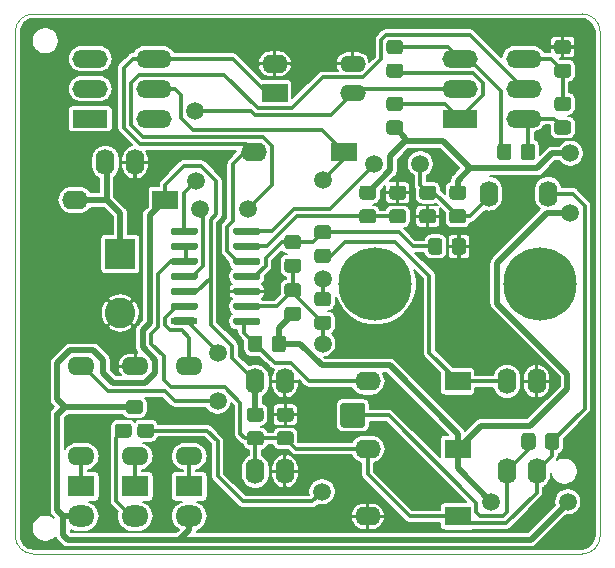
<source format=gbr>
%TF.GenerationSoftware,KiCad,Pcbnew,5.1.12-84ad8e8a86~92~ubuntu20.04.1*%
%TF.CreationDate,2022-07-02T20:29:17-03:00*%
%TF.ProjectId,ppl-01,70706c2d-3031-42e6-9b69-6361645f7063,01.1.1*%
%TF.SameCoordinates,Original*%
%TF.FileFunction,Copper,L2,Bot*%
%TF.FilePolarity,Positive*%
%FSLAX46Y46*%
G04 Gerber Fmt 4.6, Leading zero omitted, Abs format (unit mm)*
G04 Created by KiCad (PCBNEW 5.1.12-84ad8e8a86~92~ubuntu20.04.1) date 2022-07-02 20:29:17*
%MOMM*%
%LPD*%
G01*
G04 APERTURE LIST*
%TA.AperFunction,Profile*%
%ADD10C,0.100000*%
%TD*%
%TA.AperFunction,ComponentPad*%
%ADD11C,6.200000*%
%TD*%
%TA.AperFunction,ComponentPad*%
%ADD12O,1.600000X2.200000*%
%TD*%
%TA.AperFunction,ComponentPad*%
%ADD13O,2.200000X1.400000*%
%TD*%
%TA.AperFunction,ComponentPad*%
%ADD14O,2.300000X1.800000*%
%TD*%
%TA.AperFunction,ComponentPad*%
%ADD15R,2.300000X1.800000*%
%TD*%
%TA.AperFunction,ComponentPad*%
%ADD16R,2.600000X2.600000*%
%TD*%
%TA.AperFunction,ComponentPad*%
%ADD17C,2.600000*%
%TD*%
%TA.AperFunction,ComponentPad*%
%ADD18O,3.000000X1.500000*%
%TD*%
%TA.AperFunction,ComponentPad*%
%ADD19R,3.000000X1.500000*%
%TD*%
%TA.AperFunction,ComponentPad*%
%ADD20O,2.300000X1.600000*%
%TD*%
%TA.AperFunction,SMDPad,CuDef*%
%ADD21O,2.300000X0.600000*%
%TD*%
%TA.AperFunction,ComponentPad*%
%ADD22R,2.200000X1.600000*%
%TD*%
%TA.AperFunction,ComponentPad*%
%ADD23O,2.200000X1.600000*%
%TD*%
%TA.AperFunction,ViaPad*%
%ADD24C,1.500000*%
%TD*%
%TA.AperFunction,Conductor*%
%ADD25C,0.500000*%
%TD*%
%TA.AperFunction,Conductor*%
%ADD26C,0.300000*%
%TD*%
%TA.AperFunction,Conductor*%
%ADD27C,0.200000*%
%TD*%
%TA.AperFunction,Conductor*%
%ADD28C,0.100000*%
%TD*%
G04 APERTURE END LIST*
D10*
X173736000Y-72390000D02*
G75*
G02*
X175260000Y-73914000I0J-1524000D01*
G01*
X175260000Y-116586000D02*
G75*
G02*
X173736000Y-118110000I-1524000J0D01*
G01*
X175260000Y-116586000D02*
X175260000Y-73914000D01*
X125730000Y-73914000D02*
G75*
G02*
X127254000Y-72390000I1524000J0D01*
G01*
X127254000Y-118110000D02*
G75*
G02*
X125730000Y-116586000I0J1524000D01*
G01*
X125730000Y-116586000D02*
X125730000Y-73914000D01*
X173736000Y-118110000D02*
X127254000Y-118110000D01*
X127254000Y-72390000D02*
X173736000Y-72390000D01*
D11*
%TO.P,PP1,1*%
%TO.N,Net-(PP1-Pad1)*%
X156210000Y-95250000D03*
%TO.P,PP1,2*%
%TO.N,Net-(PP1-Pad2)*%
X170180000Y-95250000D03*
%TD*%
D12*
%TO.P,C2,1*%
%TO.N,Net-(C2-Pad1)*%
X165862000Y-87630000D03*
%TO.P,C2,2*%
%TO.N,vprova*%
X170862000Y-87630000D03*
%TD*%
%TO.P,C6,1*%
%TO.N,VCC*%
X146059000Y-103505000D03*
%TO.P,C6,2*%
%TO.N,GND*%
X148559000Y-103505000D03*
%TD*%
%TO.P,C3,1*%
%TO.N,GND*%
X169866000Y-103505000D03*
%TO.P,C3,2*%
%TO.N,Net-(C3-Pad2)*%
X167366000Y-103505000D03*
%TD*%
%TO.P,C1,1*%
%TO.N,Net-(C1-Pad1)*%
X133370000Y-84963000D03*
%TO.P,C1,2*%
%TO.N,GND*%
X135870000Y-84963000D03*
%TD*%
D13*
%TO.P,C7,1*%
%TO.N,Net-(C7-Pad1)*%
X154305000Y-79121000D03*
%TO.P,C7,2*%
%TO.N,GND*%
X154305000Y-76621000D03*
%TD*%
D12*
%TO.P,C8,1*%
%TO.N,vprova*%
X146059000Y-111125000D03*
%TO.P,C8,2*%
%TO.N,GND*%
X148559000Y-111125000D03*
%TD*%
%TO.P,C5,1*%
%TO.N,vprova*%
X169866000Y-111125000D03*
%TO.P,C5,2*%
%TO.N,Net-(C5-Pad2)*%
X167366000Y-111125000D03*
%TD*%
D14*
%TO.P,D7,2*%
%TO.N,VCC*%
X131318000Y-114935000D03*
D15*
%TO.P,D7,1*%
%TO.N,Net-(D7-Pad1)*%
X131318000Y-112395000D03*
%TD*%
%TO.P,R3,1*%
%TO.N,VCC*%
%TA.AperFunction,SMDPad,CuDef*%
G36*
G01*
X155124999Y-86935000D02*
X156025001Y-86935000D01*
G75*
G02*
X156275000Y-87184999I0J-249999D01*
G01*
X156275000Y-87885001D01*
G75*
G02*
X156025001Y-88135000I-249999J0D01*
G01*
X155124999Y-88135000D01*
G75*
G02*
X154875000Y-87885001I0J249999D01*
G01*
X154875000Y-87184999D01*
G75*
G02*
X155124999Y-86935000I249999J0D01*
G01*
G37*
%TD.AperFunction*%
%TO.P,R3,2*%
%TO.N,Net-(R3-Pad2)*%
%TA.AperFunction,SMDPad,CuDef*%
G36*
G01*
X155124999Y-88935000D02*
X156025001Y-88935000D01*
G75*
G02*
X156275000Y-89184999I0J-249999D01*
G01*
X156275000Y-89885001D01*
G75*
G02*
X156025001Y-90135000I-249999J0D01*
G01*
X155124999Y-90135000D01*
G75*
G02*
X154875000Y-89885001I0J249999D01*
G01*
X154875000Y-89184999D01*
G75*
G02*
X155124999Y-88935000I249999J0D01*
G01*
G37*
%TD.AperFunction*%
%TD*%
%TO.P,R1,1*%
%TO.N,VCC*%
%TA.AperFunction,SMDPad,CuDef*%
G36*
G01*
X149675001Y-98390000D02*
X148774999Y-98390000D01*
G75*
G02*
X148525000Y-98140001I0J249999D01*
G01*
X148525000Y-97439999D01*
G75*
G02*
X148774999Y-97190000I249999J0D01*
G01*
X149675001Y-97190000D01*
G75*
G02*
X149925000Y-97439999I0J-249999D01*
G01*
X149925000Y-98140001D01*
G75*
G02*
X149675001Y-98390000I-249999J0D01*
G01*
G37*
%TD.AperFunction*%
%TO.P,R1,2*%
%TO.N,Net-(Q1-Pad1)*%
%TA.AperFunction,SMDPad,CuDef*%
G36*
G01*
X149675001Y-96390000D02*
X148774999Y-96390000D01*
G75*
G02*
X148525000Y-96140001I0J249999D01*
G01*
X148525000Y-95439999D01*
G75*
G02*
X148774999Y-95190000I249999J0D01*
G01*
X149675001Y-95190000D01*
G75*
G02*
X149925000Y-95439999I0J-249999D01*
G01*
X149925000Y-96140001D01*
G75*
G02*
X149675001Y-96390000I-249999J0D01*
G01*
G37*
%TD.AperFunction*%
%TD*%
%TO.P,R5,1*%
%TO.N,Net-(Q1-Pad1)*%
%TA.AperFunction,SMDPad,CuDef*%
G36*
G01*
X149675001Y-94310000D02*
X148774999Y-94310000D01*
G75*
G02*
X148525000Y-94060001I0J249999D01*
G01*
X148525000Y-93359999D01*
G75*
G02*
X148774999Y-93110000I249999J0D01*
G01*
X149675001Y-93110000D01*
G75*
G02*
X149925000Y-93359999I0J-249999D01*
G01*
X149925000Y-94060001D01*
G75*
G02*
X149675001Y-94310000I-249999J0D01*
G01*
G37*
%TD.AperFunction*%
%TO.P,R5,2*%
%TO.N,Net-(R5-Pad2)*%
%TA.AperFunction,SMDPad,CuDef*%
G36*
G01*
X149675001Y-92310000D02*
X148774999Y-92310000D01*
G75*
G02*
X148525000Y-92060001I0J249999D01*
G01*
X148525000Y-91359999D01*
G75*
G02*
X148774999Y-91110000I249999J0D01*
G01*
X149675001Y-91110000D01*
G75*
G02*
X149925000Y-91359999I0J-249999D01*
G01*
X149925000Y-92060001D01*
G75*
G02*
X149675001Y-92310000I-249999J0D01*
G01*
G37*
%TD.AperFunction*%
%TD*%
D16*
%TO.P,J1,1*%
%TO.N,Net-(C1-Pad1)*%
X134620000Y-92710000D03*
D17*
%TO.P,J1,2*%
%TO.N,GND*%
X134620000Y-97710000D03*
%TD*%
D18*
%TO.P,SW1,4*%
%TO.N,Net-(SW1-Pad4)*%
X137464800Y-81280000D03*
%TO.P,SW1,5*%
%TO.N,Net-(D3-Pad1)*%
X137464800Y-78740000D03*
%TO.P,SW1,6*%
%TO.N,Net-(C4-Pad1)*%
X137464800Y-76200000D03*
%TO.P,SW1,3*%
%TO.N,Net-(SW1-Pad3)*%
X132080000Y-76200000D03*
%TO.P,SW1,2*%
%TO.N,Net-(SW1-Pad2)*%
X132080000Y-78740000D03*
D19*
%TO.P,SW1,1*%
%TO.N,Net-(SW1-Pad1)*%
X132080000Y-81280000D03*
%TD*%
D20*
%TO.P,R16,1*%
%TO.N,Net-(D8-Pad1)*%
X140462000Y-109855000D03*
%TO.P,R16,2*%
%TO.N,Net-(R16-Pad2)*%
X140462000Y-102235000D03*
%TD*%
%TO.P,R15,1*%
%TO.N,Net-(D7-Pad1)*%
X131318000Y-109855000D03*
%TO.P,R15,2*%
%TO.N,Net-(R15-Pad2)*%
X131318000Y-102235000D03*
%TD*%
D18*
%TO.P,SW2,4*%
%TO.N,Net-(R18-Pad2)*%
X168783000Y-81280000D03*
%TO.P,SW2,5*%
%TO.N,Net-(SW2-Pad5)*%
X168783000Y-78740000D03*
%TO.P,SW2,6*%
%TO.N,Net-(R19-Pad2)*%
X168783000Y-76200000D03*
%TO.P,SW2,3*%
%TO.N,Net-(R17-Pad2)*%
X163398200Y-76200000D03*
%TO.P,SW2,2*%
%TO.N,Net-(C7-Pad1)*%
X163398200Y-78740000D03*
D19*
%TO.P,SW2,1*%
%TO.N,Net-(R13-Pad2)*%
X163398200Y-81280000D03*
%TD*%
D21*
%TO.P,U1,1*%
%TO.N,Net-(R15-Pad2)*%
X140030000Y-98425000D03*
%TO.P,U1,2*%
%TO.N,Net-(R16-Pad2)*%
%TA.AperFunction,SMDPad,CuDef*%
G36*
G01*
X138880000Y-97305000D02*
X138880000Y-97005000D01*
G75*
G02*
X139030000Y-96855000I150000J0D01*
G01*
X141030000Y-96855000D01*
G75*
G02*
X141180000Y-97005000I0J-150000D01*
G01*
X141180000Y-97305000D01*
G75*
G02*
X141030000Y-97455000I-150000J0D01*
G01*
X139030000Y-97455000D01*
G75*
G02*
X138880000Y-97305000I0J150000D01*
G01*
G37*
%TD.AperFunction*%
%TO.P,U1,3*%
%TO.N,VCC*%
%TA.AperFunction,SMDPad,CuDef*%
G36*
G01*
X138880000Y-96035000D02*
X138880000Y-95735000D01*
G75*
G02*
X139030000Y-95585000I150000J0D01*
G01*
X141030000Y-95585000D01*
G75*
G02*
X141180000Y-95735000I0J-150000D01*
G01*
X141180000Y-96035000D01*
G75*
G02*
X141030000Y-96185000I-150000J0D01*
G01*
X139030000Y-96185000D01*
G75*
G02*
X138880000Y-96035000I0J150000D01*
G01*
G37*
%TD.AperFunction*%
%TO.P,U1,4*%
%TO.N,Net-(SW2-Pad5)*%
%TA.AperFunction,SMDPad,CuDef*%
G36*
G01*
X138880000Y-94765000D02*
X138880000Y-94465000D01*
G75*
G02*
X139030000Y-94315000I150000J0D01*
G01*
X141030000Y-94315000D01*
G75*
G02*
X141180000Y-94465000I0J-150000D01*
G01*
X141180000Y-94765000D01*
G75*
G02*
X141030000Y-94915000I-150000J0D01*
G01*
X139030000Y-94915000D01*
G75*
G02*
X138880000Y-94765000I0J150000D01*
G01*
G37*
%TD.AperFunction*%
%TO.P,U1,5*%
%TO.N,vprova*%
%TA.AperFunction,SMDPad,CuDef*%
G36*
G01*
X138880000Y-93495000D02*
X138880000Y-93195000D01*
G75*
G02*
X139030000Y-93045000I150000J0D01*
G01*
X141030000Y-93045000D01*
G75*
G02*
X141180000Y-93195000I0J-150000D01*
G01*
X141180000Y-93495000D01*
G75*
G02*
X141030000Y-93645000I-150000J0D01*
G01*
X139030000Y-93645000D01*
G75*
G02*
X138880000Y-93495000I0J150000D01*
G01*
G37*
%TD.AperFunction*%
%TO.P,U1,6*%
%TA.AperFunction,SMDPad,CuDef*%
G36*
G01*
X138880000Y-92225000D02*
X138880000Y-91925000D01*
G75*
G02*
X139030000Y-91775000I150000J0D01*
G01*
X141030000Y-91775000D01*
G75*
G02*
X141180000Y-91925000I0J-150000D01*
G01*
X141180000Y-92225000D01*
G75*
G02*
X141030000Y-92375000I-150000J0D01*
G01*
X139030000Y-92375000D01*
G75*
G02*
X138880000Y-92225000I0J150000D01*
G01*
G37*
%TD.AperFunction*%
%TO.P,U1,7*%
%TO.N,Net-(C7-Pad1)*%
%TA.AperFunction,SMDPad,CuDef*%
G36*
G01*
X138880000Y-90955000D02*
X138880000Y-90655000D01*
G75*
G02*
X139030000Y-90505000I150000J0D01*
G01*
X141030000Y-90505000D01*
G75*
G02*
X141180000Y-90655000I0J-150000D01*
G01*
X141180000Y-90955000D01*
G75*
G02*
X141030000Y-91105000I-150000J0D01*
G01*
X139030000Y-91105000D01*
G75*
G02*
X138880000Y-90955000I0J150000D01*
G01*
G37*
%TD.AperFunction*%
%TO.P,U1,8*%
%TO.N,Net-(C2-Pad1)*%
%TA.AperFunction,SMDPad,CuDef*%
G36*
G01*
X144180000Y-90955000D02*
X144180000Y-90655000D01*
G75*
G02*
X144330000Y-90505000I150000J0D01*
G01*
X146330000Y-90505000D01*
G75*
G02*
X146480000Y-90655000I0J-150000D01*
G01*
X146480000Y-90955000D01*
G75*
G02*
X146330000Y-91105000I-150000J0D01*
G01*
X144330000Y-91105000D01*
G75*
G02*
X144180000Y-90955000I0J150000D01*
G01*
G37*
%TD.AperFunction*%
%TO.P,U1,9*%
%TO.N,Net-(R3-Pad2)*%
%TA.AperFunction,SMDPad,CuDef*%
G36*
G01*
X144180000Y-92225000D02*
X144180000Y-91925000D01*
G75*
G02*
X144330000Y-91775000I150000J0D01*
G01*
X146330000Y-91775000D01*
G75*
G02*
X146480000Y-91925000I0J-150000D01*
G01*
X146480000Y-92225000D01*
G75*
G02*
X146330000Y-92375000I-150000J0D01*
G01*
X144330000Y-92375000D01*
G75*
G02*
X144180000Y-92225000I0J150000D01*
G01*
G37*
%TD.AperFunction*%
%TO.P,U1,10*%
%TO.N,Net-(C4-Pad1)*%
%TA.AperFunction,SMDPad,CuDef*%
G36*
G01*
X144180000Y-93495000D02*
X144180000Y-93195000D01*
G75*
G02*
X144330000Y-93045000I150000J0D01*
G01*
X146330000Y-93045000D01*
G75*
G02*
X146480000Y-93195000I0J-150000D01*
G01*
X146480000Y-93495000D01*
G75*
G02*
X146330000Y-93645000I-150000J0D01*
G01*
X144330000Y-93645000D01*
G75*
G02*
X144180000Y-93495000I0J150000D01*
G01*
G37*
%TD.AperFunction*%
%TO.P,U1,11*%
%TO.N,Net-(R5-Pad2)*%
%TA.AperFunction,SMDPad,CuDef*%
G36*
G01*
X144180000Y-94765000D02*
X144180000Y-94465000D01*
G75*
G02*
X144330000Y-94315000I150000J0D01*
G01*
X146330000Y-94315000D01*
G75*
G02*
X146480000Y-94465000I0J-150000D01*
G01*
X146480000Y-94765000D01*
G75*
G02*
X146330000Y-94915000I-150000J0D01*
G01*
X144330000Y-94915000D01*
G75*
G02*
X144180000Y-94765000I0J150000D01*
G01*
G37*
%TD.AperFunction*%
%TO.P,U1,12*%
%TO.N,GND*%
%TA.AperFunction,SMDPad,CuDef*%
G36*
G01*
X144180000Y-96035000D02*
X144180000Y-95735000D01*
G75*
G02*
X144330000Y-95585000I150000J0D01*
G01*
X146330000Y-95585000D01*
G75*
G02*
X146480000Y-95735000I0J-150000D01*
G01*
X146480000Y-96035000D01*
G75*
G02*
X146330000Y-96185000I-150000J0D01*
G01*
X144330000Y-96185000D01*
G75*
G02*
X144180000Y-96035000I0J150000D01*
G01*
G37*
%TD.AperFunction*%
%TO.P,U1,13*%
%TO.N,Net-(Q1-Pad1)*%
%TA.AperFunction,SMDPad,CuDef*%
G36*
G01*
X144180000Y-97305000D02*
X144180000Y-97005000D01*
G75*
G02*
X144330000Y-96855000I150000J0D01*
G01*
X146330000Y-96855000D01*
G75*
G02*
X146480000Y-97005000I0J-150000D01*
G01*
X146480000Y-97305000D01*
G75*
G02*
X146330000Y-97455000I-150000J0D01*
G01*
X144330000Y-97455000D01*
G75*
G02*
X144180000Y-97305000I0J150000D01*
G01*
G37*
%TD.AperFunction*%
%TO.P,U1,14*%
%TO.N,Net-(D2-Pad2)*%
%TA.AperFunction,SMDPad,CuDef*%
G36*
G01*
X144180000Y-98575000D02*
X144180000Y-98275000D01*
G75*
G02*
X144330000Y-98125000I150000J0D01*
G01*
X146330000Y-98125000D01*
G75*
G02*
X146480000Y-98275000I0J-150000D01*
G01*
X146480000Y-98575000D01*
G75*
G02*
X146330000Y-98725000I-150000J0D01*
G01*
X144330000Y-98725000D01*
G75*
G02*
X144180000Y-98575000I0J150000D01*
G01*
G37*
%TD.AperFunction*%
%TD*%
%TO.P,TP1,1*%
%TO.N,Net-(C5-Pad2)*%
%TA.AperFunction,ComponentPad*%
G36*
G01*
X153255000Y-107175300D02*
X153255000Y-105575100D01*
G75*
G02*
X153504900Y-105325200I249900J0D01*
G01*
X155105100Y-105325200D01*
G75*
G02*
X155355000Y-105575100I0J-249900D01*
G01*
X155355000Y-107175300D01*
G75*
G02*
X155105100Y-107425200I-249900J0D01*
G01*
X153504900Y-107425200D01*
G75*
G02*
X153255000Y-107175300I0J249900D01*
G01*
G37*
%TD.AperFunction*%
%TD*%
%TO.P,R21,1*%
%TO.N,Net-(R19-Pad2)*%
%TA.AperFunction,SMDPad,CuDef*%
G36*
G01*
X172535001Y-77800000D02*
X171634999Y-77800000D01*
G75*
G02*
X171385000Y-77550001I0J249999D01*
G01*
X171385000Y-76849999D01*
G75*
G02*
X171634999Y-76600000I249999J0D01*
G01*
X172535001Y-76600000D01*
G75*
G02*
X172785000Y-76849999I0J-249999D01*
G01*
X172785000Y-77550001D01*
G75*
G02*
X172535001Y-77800000I-249999J0D01*
G01*
G37*
%TD.AperFunction*%
%TO.P,R21,2*%
%TO.N,GND*%
%TA.AperFunction,SMDPad,CuDef*%
G36*
G01*
X172535001Y-75800000D02*
X171634999Y-75800000D01*
G75*
G02*
X171385000Y-75550001I0J249999D01*
G01*
X171385000Y-74849999D01*
G75*
G02*
X171634999Y-74600000I249999J0D01*
G01*
X172535001Y-74600000D01*
G75*
G02*
X172785000Y-74849999I0J-249999D01*
G01*
X172785000Y-75550001D01*
G75*
G02*
X172535001Y-75800000I-249999J0D01*
G01*
G37*
%TD.AperFunction*%
%TD*%
%TO.P,R20,1*%
%TO.N,vprova*%
%TA.AperFunction,SMDPad,CuDef*%
G36*
G01*
X149040001Y-108931000D02*
X148139999Y-108931000D01*
G75*
G02*
X147890000Y-108681001I0J249999D01*
G01*
X147890000Y-107980999D01*
G75*
G02*
X148139999Y-107731000I249999J0D01*
G01*
X149040001Y-107731000D01*
G75*
G02*
X149290000Y-107980999I0J-249999D01*
G01*
X149290000Y-108681001D01*
G75*
G02*
X149040001Y-108931000I-249999J0D01*
G01*
G37*
%TD.AperFunction*%
%TO.P,R20,2*%
%TO.N,GND*%
%TA.AperFunction,SMDPad,CuDef*%
G36*
G01*
X149040001Y-106931000D02*
X148139999Y-106931000D01*
G75*
G02*
X147890000Y-106681001I0J249999D01*
G01*
X147890000Y-105980999D01*
G75*
G02*
X148139999Y-105731000I249999J0D01*
G01*
X149040001Y-105731000D01*
G75*
G02*
X149290000Y-105980999I0J-249999D01*
G01*
X149290000Y-106681001D01*
G75*
G02*
X149040001Y-106931000I-249999J0D01*
G01*
G37*
%TD.AperFunction*%
%TD*%
%TO.P,R19,1*%
%TO.N,Net-(R18-Pad2)*%
%TA.AperFunction,SMDPad,CuDef*%
G36*
G01*
X172535001Y-82610000D02*
X171634999Y-82610000D01*
G75*
G02*
X171385000Y-82360001I0J249999D01*
G01*
X171385000Y-81659999D01*
G75*
G02*
X171634999Y-81410000I249999J0D01*
G01*
X172535001Y-81410000D01*
G75*
G02*
X172785000Y-81659999I0J-249999D01*
G01*
X172785000Y-82360001D01*
G75*
G02*
X172535001Y-82610000I-249999J0D01*
G01*
G37*
%TD.AperFunction*%
%TO.P,R19,2*%
%TO.N,Net-(R19-Pad2)*%
%TA.AperFunction,SMDPad,CuDef*%
G36*
G01*
X172535001Y-80610000D02*
X171634999Y-80610000D01*
G75*
G02*
X171385000Y-80360001I0J249999D01*
G01*
X171385000Y-79659999D01*
G75*
G02*
X171634999Y-79410000I249999J0D01*
G01*
X172535001Y-79410000D01*
G75*
G02*
X172785000Y-79659999I0J-249999D01*
G01*
X172785000Y-80360001D01*
G75*
G02*
X172535001Y-80610000I-249999J0D01*
G01*
G37*
%TD.AperFunction*%
%TD*%
%TO.P,R18,1*%
%TO.N,Net-(R17-Pad2)*%
%TA.AperFunction,SMDPad,CuDef*%
G36*
G01*
X166545000Y-84524001D02*
X166545000Y-83623999D01*
G75*
G02*
X166794999Y-83374000I249999J0D01*
G01*
X167495001Y-83374000D01*
G75*
G02*
X167745000Y-83623999I0J-249999D01*
G01*
X167745000Y-84524001D01*
G75*
G02*
X167495001Y-84774000I-249999J0D01*
G01*
X166794999Y-84774000D01*
G75*
G02*
X166545000Y-84524001I0J249999D01*
G01*
G37*
%TD.AperFunction*%
%TO.P,R18,2*%
%TO.N,Net-(R18-Pad2)*%
%TA.AperFunction,SMDPad,CuDef*%
G36*
G01*
X168545000Y-84524001D02*
X168545000Y-83623999D01*
G75*
G02*
X168794999Y-83374000I249999J0D01*
G01*
X169495001Y-83374000D01*
G75*
G02*
X169745000Y-83623999I0J-249999D01*
G01*
X169745000Y-84524001D01*
G75*
G02*
X169495001Y-84774000I-249999J0D01*
G01*
X168794999Y-84774000D01*
G75*
G02*
X168545000Y-84524001I0J249999D01*
G01*
G37*
%TD.AperFunction*%
%TD*%
%TO.P,R17,2*%
%TO.N,Net-(R17-Pad2)*%
%TA.AperFunction,SMDPad,CuDef*%
G36*
G01*
X158311001Y-75800000D02*
X157410999Y-75800000D01*
G75*
G02*
X157161000Y-75550001I0J249999D01*
G01*
X157161000Y-74849999D01*
G75*
G02*
X157410999Y-74600000I249999J0D01*
G01*
X158311001Y-74600000D01*
G75*
G02*
X158561000Y-74849999I0J-249999D01*
G01*
X158561000Y-75550001D01*
G75*
G02*
X158311001Y-75800000I-249999J0D01*
G01*
G37*
%TD.AperFunction*%
%TO.P,R17,1*%
%TO.N,Net-(R13-Pad2)*%
%TA.AperFunction,SMDPad,CuDef*%
G36*
G01*
X158311001Y-77800000D02*
X157410999Y-77800000D01*
G75*
G02*
X157161000Y-77550001I0J249999D01*
G01*
X157161000Y-76849999D01*
G75*
G02*
X157410999Y-76600000I249999J0D01*
G01*
X158311001Y-76600000D01*
G75*
G02*
X158561000Y-76849999I0J-249999D01*
G01*
X158561000Y-77550001D01*
G75*
G02*
X158311001Y-77800000I-249999J0D01*
G01*
G37*
%TD.AperFunction*%
%TD*%
%TO.P,R14,1*%
%TO.N,VCC*%
%TA.AperFunction,SMDPad,CuDef*%
G36*
G01*
X145599999Y-105731000D02*
X146500001Y-105731000D01*
G75*
G02*
X146750000Y-105980999I0J-249999D01*
G01*
X146750000Y-106681001D01*
G75*
G02*
X146500001Y-106931000I-249999J0D01*
G01*
X145599999Y-106931000D01*
G75*
G02*
X145350000Y-106681001I0J249999D01*
G01*
X145350000Y-105980999D01*
G75*
G02*
X145599999Y-105731000I249999J0D01*
G01*
G37*
%TD.AperFunction*%
%TO.P,R14,2*%
%TO.N,vprova*%
%TA.AperFunction,SMDPad,CuDef*%
G36*
G01*
X145599999Y-107731000D02*
X146500001Y-107731000D01*
G75*
G02*
X146750000Y-107980999I0J-249999D01*
G01*
X146750000Y-108681001D01*
G75*
G02*
X146500001Y-108931000I-249999J0D01*
G01*
X145599999Y-108931000D01*
G75*
G02*
X145350000Y-108681001I0J249999D01*
G01*
X145350000Y-107980999D01*
G75*
G02*
X145599999Y-107731000I249999J0D01*
G01*
G37*
%TD.AperFunction*%
%TD*%
%TO.P,R13,2*%
%TO.N,Net-(R13-Pad2)*%
%TA.AperFunction,SMDPad,CuDef*%
G36*
G01*
X158311001Y-80610000D02*
X157410999Y-80610000D01*
G75*
G02*
X157161000Y-80360001I0J249999D01*
G01*
X157161000Y-79659999D01*
G75*
G02*
X157410999Y-79410000I249999J0D01*
G01*
X158311001Y-79410000D01*
G75*
G02*
X158561000Y-79659999I0J-249999D01*
G01*
X158561000Y-80360001D01*
G75*
G02*
X158311001Y-80610000I-249999J0D01*
G01*
G37*
%TD.AperFunction*%
%TO.P,R13,1*%
%TO.N,VCC*%
%TA.AperFunction,SMDPad,CuDef*%
G36*
G01*
X158311001Y-82610000D02*
X157410999Y-82610000D01*
G75*
G02*
X157161000Y-82360001I0J249999D01*
G01*
X157161000Y-81659999D01*
G75*
G02*
X157410999Y-81410000I249999J0D01*
G01*
X158311001Y-81410000D01*
G75*
G02*
X158561000Y-81659999I0J-249999D01*
G01*
X158561000Y-82360001D01*
G75*
G02*
X158311001Y-82610000I-249999J0D01*
G01*
G37*
%TD.AperFunction*%
%TD*%
%TO.P,R12,1*%
%TO.N,vprova*%
%TA.AperFunction,SMDPad,CuDef*%
G36*
G01*
X171780000Y-108134999D02*
X171780000Y-109035001D01*
G75*
G02*
X171530001Y-109285000I-249999J0D01*
G01*
X170829999Y-109285000D01*
G75*
G02*
X170580000Y-109035001I0J249999D01*
G01*
X170580000Y-108134999D01*
G75*
G02*
X170829999Y-107885000I249999J0D01*
G01*
X171530001Y-107885000D01*
G75*
G02*
X171780000Y-108134999I0J-249999D01*
G01*
G37*
%TD.AperFunction*%
%TO.P,R12,2*%
%TO.N,Net-(C5-Pad2)*%
%TA.AperFunction,SMDPad,CuDef*%
G36*
G01*
X169780000Y-108134999D02*
X169780000Y-109035001D01*
G75*
G02*
X169530001Y-109285000I-249999J0D01*
G01*
X168829999Y-109285000D01*
G75*
G02*
X168580000Y-109035001I0J249999D01*
G01*
X168580000Y-108134999D01*
G75*
G02*
X168829999Y-107885000I249999J0D01*
G01*
X169530001Y-107885000D01*
G75*
G02*
X169780000Y-108134999I0J-249999D01*
G01*
G37*
%TD.AperFunction*%
%TD*%
D20*
%TO.P,R11,1*%
%TO.N,GND*%
X135890000Y-102235000D03*
%TO.P,R11,2*%
%TO.N,Net-(D4-Pad1)*%
X135890000Y-109855000D03*
%TD*%
%TO.P,R10,1*%
%TO.N,Net-(Q1-Pad1)*%
%TA.AperFunction,SMDPad,CuDef*%
G36*
G01*
X152215001Y-99136000D02*
X151314999Y-99136000D01*
G75*
G02*
X151065000Y-98886001I0J249999D01*
G01*
X151065000Y-98185999D01*
G75*
G02*
X151314999Y-97936000I249999J0D01*
G01*
X152215001Y-97936000D01*
G75*
G02*
X152465000Y-98185999I0J-249999D01*
G01*
X152465000Y-98886001D01*
G75*
G02*
X152215001Y-99136000I-249999J0D01*
G01*
G37*
%TD.AperFunction*%
%TO.P,R10,2*%
%TO.N,Net-(D3-Pad1)*%
%TA.AperFunction,SMDPad,CuDef*%
G36*
G01*
X152215001Y-97136000D02*
X151314999Y-97136000D01*
G75*
G02*
X151065000Y-96886001I0J249999D01*
G01*
X151065000Y-96185999D01*
G75*
G02*
X151314999Y-95936000I249999J0D01*
G01*
X152215001Y-95936000D01*
G75*
G02*
X152465000Y-96185999I0J-249999D01*
G01*
X152465000Y-96886001D01*
G75*
G02*
X152215001Y-97136000I-249999J0D01*
G01*
G37*
%TD.AperFunction*%
%TD*%
%TO.P,R9,1*%
%TO.N,Net-(R5-Pad2)*%
%TA.AperFunction,SMDPad,CuDef*%
G36*
G01*
X160695000Y-92525001D02*
X160695000Y-91624999D01*
G75*
G02*
X160944999Y-91375000I249999J0D01*
G01*
X161645001Y-91375000D01*
G75*
G02*
X161895000Y-91624999I0J-249999D01*
G01*
X161895000Y-92525001D01*
G75*
G02*
X161645001Y-92775000I-249999J0D01*
G01*
X160944999Y-92775000D01*
G75*
G02*
X160695000Y-92525001I0J249999D01*
G01*
G37*
%TD.AperFunction*%
%TO.P,R9,2*%
%TO.N,GND*%
%TA.AperFunction,SMDPad,CuDef*%
G36*
G01*
X162695000Y-92525001D02*
X162695000Y-91624999D01*
G75*
G02*
X162944999Y-91375000I249999J0D01*
G01*
X163645001Y-91375000D01*
G75*
G02*
X163895000Y-91624999I0J-249999D01*
G01*
X163895000Y-92525001D01*
G75*
G02*
X163645001Y-92775000I-249999J0D01*
G01*
X162944999Y-92775000D01*
G75*
G02*
X162695000Y-92525001I0J249999D01*
G01*
G37*
%TD.AperFunction*%
%TD*%
%TO.P,R8,1*%
%TO.N,Net-(R3-Pad2)*%
%TA.AperFunction,SMDPad,CuDef*%
G36*
G01*
X158565001Y-90135000D02*
X157664999Y-90135000D01*
G75*
G02*
X157415000Y-89885001I0J249999D01*
G01*
X157415000Y-89184999D01*
G75*
G02*
X157664999Y-88935000I249999J0D01*
G01*
X158565001Y-88935000D01*
G75*
G02*
X158815000Y-89184999I0J-249999D01*
G01*
X158815000Y-89885001D01*
G75*
G02*
X158565001Y-90135000I-249999J0D01*
G01*
G37*
%TD.AperFunction*%
%TO.P,R8,2*%
%TO.N,GND*%
%TA.AperFunction,SMDPad,CuDef*%
G36*
G01*
X158565001Y-88135000D02*
X157664999Y-88135000D01*
G75*
G02*
X157415000Y-87885001I0J249999D01*
G01*
X157415000Y-87184999D01*
G75*
G02*
X157664999Y-86935000I249999J0D01*
G01*
X158565001Y-86935000D01*
G75*
G02*
X158815000Y-87184999I0J-249999D01*
G01*
X158815000Y-87885001D01*
G75*
G02*
X158565001Y-88135000I-249999J0D01*
G01*
G37*
%TD.AperFunction*%
%TD*%
%TO.P,R7,1*%
%TO.N,Net-(C2-Pad1)*%
%TA.AperFunction,SMDPad,CuDef*%
G36*
G01*
X160204999Y-86935000D02*
X161105001Y-86935000D01*
G75*
G02*
X161355000Y-87184999I0J-249999D01*
G01*
X161355000Y-87885001D01*
G75*
G02*
X161105001Y-88135000I-249999J0D01*
G01*
X160204999Y-88135000D01*
G75*
G02*
X159955000Y-87885001I0J249999D01*
G01*
X159955000Y-87184999D01*
G75*
G02*
X160204999Y-86935000I249999J0D01*
G01*
G37*
%TD.AperFunction*%
%TO.P,R7,2*%
%TO.N,GND*%
%TA.AperFunction,SMDPad,CuDef*%
G36*
G01*
X160204999Y-88935000D02*
X161105001Y-88935000D01*
G75*
G02*
X161355000Y-89184999I0J-249999D01*
G01*
X161355000Y-89885001D01*
G75*
G02*
X161105001Y-90135000I-249999J0D01*
G01*
X160204999Y-90135000D01*
G75*
G02*
X159955000Y-89885001I0J249999D01*
G01*
X159955000Y-89184999D01*
G75*
G02*
X160204999Y-88935000I249999J0D01*
G01*
G37*
%TD.AperFunction*%
%TD*%
%TO.P,R6,1*%
%TO.N,Net-(R5-Pad2)*%
%TA.AperFunction,SMDPad,CuDef*%
G36*
G01*
X151314999Y-90285000D02*
X152215001Y-90285000D01*
G75*
G02*
X152465000Y-90534999I0J-249999D01*
G01*
X152465000Y-91235001D01*
G75*
G02*
X152215001Y-91485000I-249999J0D01*
G01*
X151314999Y-91485000D01*
G75*
G02*
X151065000Y-91235001I0J249999D01*
G01*
X151065000Y-90534999D01*
G75*
G02*
X151314999Y-90285000I249999J0D01*
G01*
G37*
%TD.AperFunction*%
%TO.P,R6,2*%
%TO.N,Net-(C3-Pad2)*%
%TA.AperFunction,SMDPad,CuDef*%
G36*
G01*
X151314999Y-92285000D02*
X152215001Y-92285000D01*
G75*
G02*
X152465000Y-92534999I0J-249999D01*
G01*
X152465000Y-93235001D01*
G75*
G02*
X152215001Y-93485000I-249999J0D01*
G01*
X151314999Y-93485000D01*
G75*
G02*
X151065000Y-93235001I0J249999D01*
G01*
X151065000Y-92534999D01*
G75*
G02*
X151314999Y-92285000I249999J0D01*
G01*
G37*
%TD.AperFunction*%
%TD*%
%TO.P,R4,1*%
%TO.N,VCC*%
%TA.AperFunction,SMDPad,CuDef*%
G36*
G01*
X148655000Y-99879999D02*
X148655000Y-100780001D01*
G75*
G02*
X148405001Y-101030000I-249999J0D01*
G01*
X147704999Y-101030000D01*
G75*
G02*
X147455000Y-100780001I0J249999D01*
G01*
X147455000Y-99879999D01*
G75*
G02*
X147704999Y-99630000I249999J0D01*
G01*
X148405001Y-99630000D01*
G75*
G02*
X148655000Y-99879999I0J-249999D01*
G01*
G37*
%TD.AperFunction*%
%TO.P,R4,2*%
%TO.N,Net-(D2-Pad2)*%
%TA.AperFunction,SMDPad,CuDef*%
G36*
G01*
X146655000Y-99879999D02*
X146655000Y-100780001D01*
G75*
G02*
X146405001Y-101030000I-249999J0D01*
G01*
X145704999Y-101030000D01*
G75*
G02*
X145455000Y-100780001I0J249999D01*
G01*
X145455000Y-99879999D01*
G75*
G02*
X145704999Y-99630000I249999J0D01*
G01*
X146405001Y-99630000D01*
G75*
G02*
X146655000Y-99879999I0J-249999D01*
G01*
G37*
%TD.AperFunction*%
%TD*%
%TO.P,R2,1*%
%TO.N,VCC*%
%TA.AperFunction,SMDPad,CuDef*%
G36*
G01*
X162744999Y-86935000D02*
X163645001Y-86935000D01*
G75*
G02*
X163895000Y-87184999I0J-249999D01*
G01*
X163895000Y-87885001D01*
G75*
G02*
X163645001Y-88135000I-249999J0D01*
G01*
X162744999Y-88135000D01*
G75*
G02*
X162495000Y-87885001I0J249999D01*
G01*
X162495000Y-87184999D01*
G75*
G02*
X162744999Y-86935000I249999J0D01*
G01*
G37*
%TD.AperFunction*%
%TO.P,R2,2*%
%TO.N,Net-(C2-Pad1)*%
%TA.AperFunction,SMDPad,CuDef*%
G36*
G01*
X162744999Y-88935000D02*
X163645001Y-88935000D01*
G75*
G02*
X163895000Y-89184999I0J-249999D01*
G01*
X163895000Y-89885001D01*
G75*
G02*
X163645001Y-90135000I-249999J0D01*
G01*
X162744999Y-90135000D01*
G75*
G02*
X162495000Y-89885001I0J249999D01*
G01*
X162495000Y-89184999D01*
G75*
G02*
X162744999Y-88935000I249999J0D01*
G01*
G37*
%TD.AperFunction*%
%TD*%
%TO.P,Q1,1*%
%TO.N,Net-(Q1-Pad1)*%
%TA.AperFunction,SMDPad,CuDef*%
G36*
G01*
X137229001Y-108280000D02*
X136328999Y-108280000D01*
G75*
G02*
X136079000Y-108030001I0J249999D01*
G01*
X136079000Y-107329999D01*
G75*
G02*
X136328999Y-107080000I249999J0D01*
G01*
X137229001Y-107080000D01*
G75*
G02*
X137479000Y-107329999I0J-249999D01*
G01*
X137479000Y-108030001D01*
G75*
G02*
X137229001Y-108280000I-249999J0D01*
G01*
G37*
%TD.AperFunction*%
%TO.P,Q1,2*%
%TO.N,Net-(D4-Pad2)*%
%TA.AperFunction,SMDPad,CuDef*%
G36*
G01*
X135329001Y-108280000D02*
X134428999Y-108280000D01*
G75*
G02*
X134179000Y-108030001I0J249999D01*
G01*
X134179000Y-107329999D01*
G75*
G02*
X134428999Y-107080000I249999J0D01*
G01*
X135329001Y-107080000D01*
G75*
G02*
X135579000Y-107329999I0J-249999D01*
G01*
X135579000Y-108030001D01*
G75*
G02*
X135329001Y-108280000I-249999J0D01*
G01*
G37*
%TD.AperFunction*%
%TO.P,Q1,3*%
%TO.N,VCC*%
%TA.AperFunction,SMDPad,CuDef*%
G36*
G01*
X136279001Y-106280000D02*
X135378999Y-106280000D01*
G75*
G02*
X135129000Y-106030001I0J249999D01*
G01*
X135129000Y-105329999D01*
G75*
G02*
X135378999Y-105080000I249999J0D01*
G01*
X136279001Y-105080000D01*
G75*
G02*
X136529000Y-105329999I0J-249999D01*
G01*
X136529000Y-106030001D01*
G75*
G02*
X136279001Y-106280000I-249999J0D01*
G01*
G37*
%TD.AperFunction*%
%TD*%
D14*
%TO.P,D8,2*%
%TO.N,VCC*%
X140462000Y-114935000D03*
D15*
%TO.P,D8,1*%
%TO.N,Net-(D8-Pad1)*%
X140462000Y-112395000D03*
%TD*%
D22*
%TO.P,D6,1*%
%TO.N,vprova*%
X163195000Y-114935000D03*
D23*
%TO.P,D6,2*%
%TO.N,GND*%
X155575000Y-114935000D03*
%TD*%
D22*
%TO.P,D5,1*%
%TO.N,VCC*%
X163195000Y-109220000D03*
D23*
%TO.P,D5,2*%
%TO.N,vprova*%
X155575000Y-109220000D03*
%TD*%
D15*
%TO.P,D4,1*%
%TO.N,Net-(D4-Pad1)*%
X135890000Y-112395000D03*
D14*
%TO.P,D4,2*%
%TO.N,Net-(D4-Pad2)*%
X135890000Y-114935000D03*
%TD*%
D22*
%TO.P,D3,1*%
%TO.N,Net-(D3-Pad1)*%
X153543000Y-84074000D03*
D23*
%TO.P,D3,2*%
%TO.N,Net-(C4-Pad1)*%
X145923000Y-84074000D03*
%TD*%
D22*
%TO.P,D2,1*%
%TO.N,Net-(C3-Pad2)*%
X163195000Y-103505000D03*
D23*
%TO.P,D2,2*%
%TO.N,Net-(D2-Pad2)*%
X155575000Y-103505000D03*
%TD*%
D22*
%TO.P,D1,1*%
%TO.N,VCC*%
X138430000Y-88138000D03*
D23*
%TO.P,D1,2*%
%TO.N,Net-(C1-Pad1)*%
X130810000Y-88138000D03*
%TD*%
D22*
%TO.P,C4,1*%
%TO.N,Net-(C4-Pad1)*%
X147701000Y-79121000D03*
D23*
%TO.P,C4,2*%
%TO.N,GND*%
X147701000Y-76621000D03*
%TD*%
D24*
%TO.N,Net-(C2-Pad1)*%
X156083000Y-85090000D03*
X160020000Y-85090000D03*
%TO.N,VCC*%
X172720000Y-89281000D03*
X172515730Y-113707843D03*
X172720000Y-84201000D03*
X166031847Y-113707847D03*
%TO.N,Net-(C7-Pad1)*%
X140995868Y-86505021D03*
X140970000Y-80645000D03*
%TO.N,Net-(D3-Pad1)*%
X151765000Y-94869000D03*
X151765000Y-86487000D03*
%TO.N,Net-(Q1-Pad1)*%
X151765000Y-100304970D03*
X151706609Y-112834391D03*
%TO.N,Net-(R15-Pad2)*%
X142875000Y-105200947D03*
X142875000Y-101092000D03*
%TO.N,Net-(SW2-Pad5)*%
X145415000Y-88900000D03*
X141351000Y-88900000D03*
%TD*%
D25*
%TO.N,Net-(C1-Pad1)*%
X133477000Y-88138000D02*
X130810000Y-88138000D01*
X133477000Y-85070000D02*
X133370000Y-84963000D01*
X133477000Y-88138000D02*
X133477000Y-85070000D01*
X134620000Y-89281000D02*
X133477000Y-88138000D01*
X134620000Y-92710000D02*
X134620000Y-89281000D01*
D26*
%TO.N,vprova*%
X159120453Y-114935000D02*
X155575000Y-111389547D01*
X155575000Y-111389547D02*
X155575000Y-109220000D01*
X163195000Y-114935000D02*
X159120453Y-114935000D01*
X140205000Y-92075000D02*
X140205000Y-93345000D01*
X173959971Y-105805029D02*
X173959971Y-88615971D01*
X171180000Y-108585000D02*
X173959971Y-105805029D01*
X172974000Y-87630000D02*
X171116000Y-87630000D01*
X173959971Y-88615971D02*
X172974000Y-87630000D01*
X138925946Y-104000946D02*
X143451001Y-104000946D01*
X138290018Y-103365018D02*
X138925946Y-104000946D01*
X137225010Y-99467954D02*
X137225010Y-100320846D01*
X138290018Y-101385854D02*
X138290018Y-103365018D01*
X137805011Y-98887954D02*
X137225010Y-99467954D01*
X137225010Y-100320846D02*
X138290018Y-101385854D01*
X137805011Y-94415989D02*
X137805011Y-98887954D01*
X140205000Y-93345000D02*
X138876000Y-93345000D01*
X138876000Y-93345000D02*
X137805011Y-94415989D01*
X171180000Y-109811000D02*
X169866000Y-111125000D01*
X171180000Y-108585000D02*
X171180000Y-109811000D01*
X167253532Y-115535011D02*
X169866000Y-112922543D01*
X163195000Y-114935000D02*
X163795011Y-115535011D01*
X163795011Y-115535011D02*
X167253532Y-115535011D01*
X169866000Y-112922543D02*
X169866000Y-111125000D01*
X149479000Y-109220000D02*
X148590000Y-108331000D01*
X155575000Y-109220000D02*
X149479000Y-109220000D01*
X148590000Y-108331000D02*
X146050000Y-108331000D01*
X146059000Y-108340000D02*
X146050000Y-108331000D01*
X146059000Y-111125000D02*
X146059000Y-108340000D01*
X146050000Y-108331000D02*
X145161000Y-108331000D01*
X143451001Y-104000946D02*
X144780000Y-105329945D01*
X144780000Y-107950000D02*
X145161000Y-108331000D01*
X144780000Y-105329945D02*
X144780000Y-107950000D01*
%TO.N,Net-(C2-Pad1)*%
X160020000Y-86900000D02*
X160655000Y-87535000D01*
X160020000Y-85090000D02*
X160020000Y-86900000D01*
X161195000Y-87535000D02*
X163195000Y-89535000D01*
X160655000Y-87535000D02*
X161195000Y-87535000D01*
X149361502Y-88934989D02*
X152365011Y-88934989D01*
X152365011Y-88934989D02*
X156210000Y-85090000D01*
X147491491Y-90805000D02*
X149361502Y-88934989D01*
X145096000Y-90805000D02*
X147491491Y-90805000D01*
X164211000Y-89535000D02*
X166116000Y-87630000D01*
X163195000Y-89535000D02*
X164211000Y-89535000D01*
%TO.N,Net-(C3-Pad2)*%
X163195000Y-103505000D02*
X167366000Y-103505000D01*
X152465000Y-92885000D02*
X153650001Y-91699999D01*
X153650001Y-91699999D02*
X157914001Y-91699999D01*
X151765000Y-92885000D02*
X152465000Y-92885000D01*
X157914001Y-91699999D02*
X160782000Y-94567998D01*
X160782000Y-101092000D02*
X163195000Y-103505000D01*
X160782000Y-94567998D02*
X160782000Y-101092000D01*
%TO.N,Net-(C4-Pad1)*%
X147701000Y-79121000D02*
X147066000Y-79121000D01*
X144145000Y-76200000D02*
X137464800Y-76200000D01*
X147066000Y-79121000D02*
X144145000Y-76200000D01*
X134908989Y-76955811D02*
X134908989Y-82019802D01*
X135664800Y-76200000D02*
X134908989Y-76955811D01*
X137464800Y-76200000D02*
X135664800Y-76200000D01*
X144542456Y-93345000D02*
X143670990Y-92473534D01*
X145096000Y-93345000D02*
X144542456Y-93345000D01*
X143670990Y-92473534D02*
X143670990Y-90406467D01*
X144161035Y-89916422D02*
X144161035Y-85073965D01*
X143670990Y-90406467D02*
X144161035Y-89916422D01*
X145161000Y-84074000D02*
X144161035Y-85073965D01*
X145923000Y-84074000D02*
X145161000Y-84074000D01*
X145261990Y-83412990D02*
X145923000Y-84074000D01*
X134914779Y-82025592D02*
X136302177Y-83412990D01*
X134914779Y-82019802D02*
X134914779Y-82025592D01*
X134908989Y-82019802D02*
X134914779Y-82019802D01*
X136302177Y-83412990D02*
X145261990Y-83412990D01*
%TO.N,Net-(C5-Pad2)*%
X168950000Y-108815000D02*
X169180000Y-108585000D01*
X169180000Y-109311000D02*
X169180000Y-108585000D01*
X167366000Y-111125000D02*
X169180000Y-109311000D01*
X154305000Y-106375200D02*
X157345202Y-106375200D01*
X164745001Y-113774999D02*
X164745001Y-114580001D01*
X157345202Y-106375200D02*
X164745001Y-113774999D01*
X164745001Y-114580001D02*
X165100000Y-114935000D01*
X167366000Y-111125000D02*
X167366000Y-114574000D01*
X167366000Y-114574000D02*
X167005000Y-114935000D01*
X167005000Y-114935000D02*
X165100000Y-114935000D01*
D25*
%TO.N,VCC*%
X135829000Y-105680000D02*
X129937000Y-105680000D01*
D26*
X138430000Y-86838000D02*
X138430000Y-88138000D01*
X140012989Y-85255011D02*
X138430000Y-86838000D01*
D25*
X129795000Y-114935000D02*
X129286000Y-114426000D01*
X131318000Y-114935000D02*
X129795000Y-114935000D01*
X140462000Y-116078000D02*
X139700000Y-116840000D01*
X140462000Y-114935000D02*
X140462000Y-116078000D01*
X172169157Y-113707843D02*
X172515730Y-113707843D01*
D26*
X142761013Y-86568164D02*
X141447860Y-85255011D01*
X142761013Y-89336514D02*
X142761013Y-86568164D01*
X142270968Y-89826558D02*
X142761013Y-89336514D01*
X142270968Y-94735032D02*
X142270968Y-89826558D01*
X141447860Y-85255011D02*
X140012989Y-85255011D01*
X141121000Y-95885000D02*
X142270968Y-94735032D01*
X140146000Y-95885000D02*
X141121000Y-95885000D01*
D25*
X139686427Y-116910000D02*
X169370000Y-116910000D01*
X129937000Y-105680000D02*
X129318000Y-106299000D01*
X129318000Y-106299000D02*
X129286000Y-106299000D01*
X129286000Y-114426000D02*
X129286000Y-106299000D01*
X129937000Y-105680000D02*
X129286000Y-105029000D01*
X129286000Y-105029000D02*
X129286000Y-101981000D01*
X130382010Y-100884990D02*
X132354192Y-100884990D01*
X133145010Y-102792010D02*
X133985000Y-103632000D01*
X137590010Y-101675808D02*
X137420968Y-101506766D01*
X129286000Y-101981000D02*
X130382010Y-100884990D01*
X132354192Y-100884990D02*
X133145010Y-101675808D01*
X133145010Y-101675808D02*
X133145010Y-102792010D01*
X133985000Y-103632000D02*
X136752202Y-103632000D01*
X136752202Y-103632000D02*
X137590010Y-102794192D01*
X137590010Y-102794192D02*
X137590010Y-101675808D01*
X172515730Y-113764270D02*
X172515730Y-113707843D01*
X169370000Y-116910000D02*
X172515730Y-113764270D01*
X139680000Y-116910000D02*
X130155000Y-116910000D01*
X163195000Y-107920000D02*
X163195000Y-109220000D01*
X169917021Y-85479979D02*
X165250021Y-85479979D01*
X172847000Y-84201000D02*
X171196000Y-84201000D01*
X171196000Y-84201000D02*
X169917021Y-85479979D01*
X172466001Y-102856999D02*
X172466001Y-104153001D01*
X166529999Y-96920997D02*
X172466001Y-102856999D01*
X166529999Y-93497999D02*
X166529999Y-96920997D01*
X170746998Y-89281000D02*
X166529999Y-93497999D01*
X172809970Y-89281000D02*
X170746998Y-89281000D01*
X164219979Y-85479979D02*
X165250021Y-85479979D01*
X163195000Y-86504958D02*
X163195000Y-87535000D01*
X164219979Y-85479979D02*
X163195000Y-86504958D01*
X161925000Y-83185000D02*
X164219979Y-85479979D01*
X158750000Y-83185000D02*
X161925000Y-83185000D01*
X157480000Y-84455000D02*
X158750000Y-83185000D01*
X157480000Y-85630000D02*
X157480000Y-84455000D01*
X155575000Y-87535000D02*
X157480000Y-85630000D01*
X158750000Y-82899000D02*
X157861000Y-82010000D01*
X158750000Y-83185000D02*
X158750000Y-82899000D01*
X137105001Y-89462999D02*
X137129968Y-89438032D01*
X137105001Y-98598001D02*
X137105001Y-89462999D01*
X137129968Y-89438032D02*
X138430000Y-88138000D01*
X136525000Y-99178002D02*
X137105001Y-98598001D01*
X136525000Y-100610798D02*
X136525000Y-99178002D01*
X137590010Y-101675808D02*
X136525000Y-100610798D01*
D26*
X142270968Y-98696320D02*
X142270968Y-94735032D01*
D25*
X148055000Y-100330000D02*
X148055000Y-98960000D01*
X148055000Y-98960000D02*
X149225000Y-97790000D01*
D26*
X144104979Y-100530331D02*
X142270968Y-98696320D01*
X144104979Y-101550979D02*
X146059000Y-103505000D01*
X144104979Y-101550979D02*
X144104979Y-100530331D01*
D25*
X163195000Y-110871000D02*
X166031847Y-113707847D01*
X163195000Y-109220000D02*
X163195000Y-110871000D01*
X151691018Y-102154990D02*
X157429990Y-102154990D01*
X149866028Y-100330000D02*
X151691018Y-102154990D01*
X157429990Y-102154990D02*
X163195000Y-107920000D01*
X148055000Y-100330000D02*
X149866028Y-100330000D01*
X146050000Y-103514000D02*
X146059000Y-103505000D01*
X146050000Y-106331000D02*
X146050000Y-103514000D01*
X169334003Y-107284999D02*
X172466001Y-104153001D01*
X165130001Y-107284999D02*
X169334003Y-107284999D01*
X163195000Y-109220000D02*
X165130001Y-107284999D01*
X129795000Y-116550000D02*
X129795000Y-114935000D01*
X130155000Y-116910000D02*
X129795000Y-116550000D01*
D26*
%TO.N,Net-(C7-Pad1)*%
X140146000Y-90805000D02*
X139980001Y-90639001D01*
X139980001Y-87520888D02*
X140995868Y-86505021D01*
X139980001Y-90639001D02*
X139980001Y-87520888D01*
X154686000Y-78740000D02*
X154305000Y-79121000D01*
X163398200Y-78740000D02*
X154686000Y-78740000D01*
X152454989Y-80971011D02*
X154305000Y-79121000D01*
X145992467Y-80971011D02*
X152454989Y-80971011D01*
X145666456Y-80645000D02*
X145992467Y-80971011D01*
X140970000Y-80645000D02*
X145666456Y-80645000D01*
%TO.N,Net-(D2-Pad2)*%
X150626781Y-103505000D02*
X155575000Y-103505000D01*
X149076771Y-101954990D02*
X150626781Y-103505000D01*
X147679990Y-101954990D02*
X149076771Y-101954990D01*
X145096000Y-98425000D02*
X145096000Y-99371000D01*
X146055000Y-100330000D02*
X147679990Y-101954990D01*
X145096000Y-99371000D02*
X146055000Y-100330000D01*
%TO.N,Net-(D3-Pad1)*%
X151765000Y-96536000D02*
X151765000Y-94869000D01*
X153543000Y-84709000D02*
X153543000Y-84074000D01*
X151765000Y-86487000D02*
X153543000Y-84709000D01*
X137464800Y-78740000D02*
X137464800Y-78832930D01*
X151681968Y-82212968D02*
X153543000Y-84074000D01*
X140761966Y-82212968D02*
X151681968Y-82212968D01*
X139769999Y-79245199D02*
X139769999Y-81221001D01*
X139264800Y-78740000D02*
X139769999Y-79245199D01*
X139769999Y-81221001D02*
X140761966Y-82212968D01*
X137464800Y-78740000D02*
X139264800Y-78740000D01*
%TO.N,Net-(D4-Pad2)*%
X135569998Y-114935000D02*
X135890000Y-114935000D01*
X134879000Y-107680000D02*
X134289999Y-108269001D01*
X134289999Y-108269001D02*
X134289999Y-113655001D01*
X134289999Y-113655001D02*
X135569998Y-114935000D01*
%TO.N,Net-(D4-Pad1)*%
X135890000Y-112395000D02*
X135890000Y-109855000D01*
%TO.N,Net-(D7-Pad1)*%
X131318000Y-112395000D02*
X131318000Y-109855000D01*
%TO.N,Net-(D8-Pad1)*%
X140462000Y-112395000D02*
X140462000Y-109855000D01*
%TO.N,Net-(Q1-Pad1)*%
X149225000Y-95790000D02*
X149225000Y-93710000D01*
X149225000Y-95790000D02*
X149765000Y-95790000D01*
X147860000Y-97155000D02*
X149225000Y-95790000D01*
X144715000Y-97155000D02*
X147860000Y-97155000D01*
X149225000Y-95996000D02*
X151765000Y-98536000D01*
X149225000Y-95790000D02*
X149225000Y-95996000D01*
X151765000Y-100304970D02*
X151765000Y-98536000D01*
X141970000Y-107680000D02*
X136779000Y-107680000D01*
X142875000Y-108585000D02*
X141970000Y-107680000D01*
X142875000Y-111541781D02*
X142875000Y-108585000D01*
X144998219Y-113665000D02*
X142875000Y-111541781D01*
X150876000Y-113665000D02*
X144998219Y-113665000D01*
X151706609Y-112834391D02*
X150876000Y-113665000D01*
%TO.N,Net-(R3-Pad2)*%
X158115000Y-89535000D02*
X155575000Y-89535000D01*
X149610034Y-89535000D02*
X155575000Y-89535000D01*
X147070034Y-92075000D02*
X149610034Y-89535000D01*
X145096000Y-92075000D02*
X147070034Y-92075000D01*
%TO.N,Net-(R5-Pad2)*%
X150940000Y-91710000D02*
X151765000Y-90885000D01*
X149225000Y-91710000D02*
X150940000Y-91710000D01*
X158115000Y-90885000D02*
X151765000Y-90885000D01*
X161295000Y-92075000D02*
X159385000Y-92075000D01*
X158195000Y-90885000D02*
X158115000Y-90885000D01*
X159385000Y-92075000D02*
X158195000Y-90885000D01*
X146930010Y-93743534D02*
X146058544Y-94615000D01*
X146058544Y-94615000D02*
X145155000Y-94615000D01*
X146930010Y-93099990D02*
X146930010Y-93743534D01*
X148320000Y-91710000D02*
X146930010Y-93099990D01*
X149225000Y-91710000D02*
X148320000Y-91710000D01*
%TO.N,Net-(R13-Pad2)*%
X158061010Y-77400010D02*
X157861000Y-77200000D01*
X164505280Y-77400010D02*
X158061010Y-77400010D01*
X165348210Y-78242940D02*
X164505280Y-77400010D01*
X163398200Y-81187070D02*
X165348210Y-79237060D01*
X163398200Y-81280000D02*
X163398200Y-81187070D01*
X165348210Y-79237060D02*
X165348210Y-78242940D01*
X162128200Y-80010000D02*
X163398200Y-81280000D01*
X157861000Y-80010000D02*
X162128200Y-80010000D01*
%TO.N,Net-(R15-Pad2)*%
X140273825Y-98425000D02*
X140146000Y-98425000D01*
X142970638Y-101136923D02*
X140273825Y-98425000D01*
X133542010Y-104332010D02*
X131445000Y-102235000D01*
X142875000Y-105200947D02*
X139277404Y-105200947D01*
X138408467Y-104332010D02*
X133542010Y-104332010D01*
X139277404Y-105200947D02*
X138408467Y-104332010D01*
%TO.N,Net-(R16-Pad2)*%
X139389326Y-97155000D02*
X140205000Y-97155000D01*
X140462000Y-102235000D02*
X140462000Y-99822000D01*
X138869336Y-99175010D02*
X138429990Y-98735664D01*
X138429990Y-98114336D02*
X139389326Y-97155000D01*
X139815010Y-99175010D02*
X138869336Y-99175010D01*
X138429990Y-98735664D02*
X138429990Y-98114336D01*
X140462000Y-99822000D02*
X139815010Y-99175010D01*
%TO.N,Net-(R17-Pad2)*%
X162398200Y-75200000D02*
X163398200Y-76200000D01*
X157861000Y-75200000D02*
X162398200Y-75200000D01*
X166832990Y-83761990D02*
X167145000Y-84074000D01*
X166832990Y-78879177D02*
X166832990Y-83761990D01*
X164153813Y-76200000D02*
X166832990Y-78879177D01*
X163398200Y-76200000D02*
X164153813Y-76200000D01*
%TO.N,Net-(R18-Pad2)*%
X169145000Y-81642000D02*
X168783000Y-81280000D01*
X169145000Y-84074000D02*
X169145000Y-81642000D01*
X171355000Y-81280000D02*
X172085000Y-82010000D01*
X168783000Y-81280000D02*
X171355000Y-81280000D01*
%TO.N,Net-(R19-Pad2)*%
X172085000Y-77200000D02*
X172085000Y-80010000D01*
X171085000Y-76200000D02*
X172085000Y-77200000D01*
X168783000Y-76200000D02*
X171085000Y-76200000D01*
%TO.N,Net-(SW2-Pad5)*%
X157121044Y-74149990D02*
X156710990Y-74560044D01*
X156710990Y-74560044D02*
X156710990Y-76241369D01*
X136550709Y-82812979D02*
X146729760Y-82812979D01*
X155181349Y-77771010D02*
X151760992Y-77771010D01*
X149161001Y-80371001D02*
X146240999Y-80371001D01*
X147473010Y-86841990D02*
X145415000Y-88900000D01*
X135514790Y-78242940D02*
X135514790Y-81777060D01*
X168783000Y-78740000D02*
X164192990Y-74149990D01*
X156710990Y-76241369D02*
X155181349Y-77771010D01*
X147473010Y-83556229D02*
X147473010Y-86841990D01*
X136217740Y-77539990D02*
X135514790Y-78242940D01*
X151760992Y-77771010D02*
X149161001Y-80371001D01*
X146729760Y-82812979D02*
X147473010Y-83556229D01*
X143409988Y-77539990D02*
X136217740Y-77539990D01*
X135514790Y-81777060D02*
X136550709Y-82812979D01*
X164192990Y-74149990D02*
X157121044Y-74149990D01*
X146240999Y-80371001D02*
X143409988Y-77539990D01*
X141630010Y-93743534D02*
X140758544Y-94615000D01*
X140758544Y-94615000D02*
X140205000Y-94615000D01*
X141630010Y-89369036D02*
X141630010Y-93743534D01*
X141351000Y-88900000D02*
X141630010Y-89369036D01*
X141130013Y-88869041D02*
X141351000Y-88900000D01*
%TD*%
D27*
%TO.N,GND*%
X173944184Y-72862570D02*
X174084952Y-72905070D01*
X174252461Y-73007708D01*
X174419491Y-73150351D01*
X174562146Y-73317367D01*
X174676919Y-73504648D01*
X174760977Y-73707569D01*
X174807094Y-73899648D01*
X174810001Y-73927306D01*
X174810000Y-116563996D01*
X174806624Y-116598429D01*
X174760985Y-116788529D01*
X174676934Y-116991446D01*
X174562174Y-117178716D01*
X174419530Y-117345730D01*
X174252516Y-117488374D01*
X174073119Y-117598310D01*
X173951524Y-117635950D01*
X173722703Y-117660000D01*
X127276004Y-117660000D01*
X127045812Y-117637430D01*
X126845554Y-117576967D01*
X126660849Y-117478758D01*
X126498742Y-117346547D01*
X126365403Y-117185367D01*
X126265909Y-117001355D01*
X126204050Y-116801524D01*
X126180000Y-116572703D01*
X126180000Y-115837735D01*
X127120000Y-115837735D01*
X127120000Y-116064265D01*
X127164194Y-116286443D01*
X127250884Y-116495729D01*
X127376737Y-116684082D01*
X127536918Y-116844263D01*
X127725271Y-116970116D01*
X127934557Y-117056806D01*
X128156735Y-117101000D01*
X128383265Y-117101000D01*
X128605443Y-117056806D01*
X128814729Y-116970116D01*
X129003082Y-116844263D01*
X129158017Y-116689328D01*
X129183239Y-116772473D01*
X129191573Y-116799947D01*
X129251930Y-116912868D01*
X129273771Y-116939481D01*
X129333157Y-117011843D01*
X129357963Y-117032201D01*
X129672796Y-117347033D01*
X129693157Y-117371843D01*
X129792132Y-117453070D01*
X129905052Y-117513427D01*
X130027578Y-117550595D01*
X130123068Y-117560000D01*
X130123079Y-117560000D01*
X130155000Y-117563144D01*
X130186921Y-117560000D01*
X169338079Y-117560000D01*
X169370000Y-117563144D01*
X169401921Y-117560000D01*
X169401932Y-117560000D01*
X169497422Y-117550595D01*
X169619948Y-117513427D01*
X169732868Y-117453070D01*
X169831843Y-117371843D01*
X169852200Y-117347038D01*
X172351528Y-114847711D01*
X172402465Y-114857843D01*
X172628995Y-114857843D01*
X172851173Y-114813649D01*
X173060459Y-114726959D01*
X173248812Y-114601106D01*
X173408993Y-114440925D01*
X173534846Y-114252572D01*
X173621536Y-114043286D01*
X173665730Y-113821108D01*
X173665730Y-113594578D01*
X173621536Y-113372400D01*
X173534846Y-113163114D01*
X173408993Y-112974761D01*
X173248812Y-112814580D01*
X173060459Y-112688727D01*
X172851173Y-112602037D01*
X172628995Y-112557843D01*
X172402465Y-112557843D01*
X172180287Y-112602037D01*
X171971001Y-112688727D01*
X171782648Y-112814580D01*
X171622467Y-112974761D01*
X171496614Y-113163114D01*
X171409924Y-113372400D01*
X171365730Y-113594578D01*
X171365730Y-113821108D01*
X171394586Y-113966175D01*
X169100762Y-116260000D01*
X141086039Y-116260000D01*
X141102595Y-116205422D01*
X141105682Y-116174074D01*
X141211896Y-116141855D01*
X141437736Y-116021140D01*
X141635687Y-115858687D01*
X141798140Y-115660736D01*
X141918855Y-115434896D01*
X141993190Y-115189845D01*
X141995662Y-115164740D01*
X154144100Y-115164740D01*
X154189709Y-115330424D01*
X154287706Y-115534556D01*
X154423644Y-115715647D01*
X154592299Y-115866738D01*
X154787190Y-115982023D01*
X155000827Y-116057072D01*
X155225000Y-116089000D01*
X155525000Y-116089000D01*
X155525000Y-114985000D01*
X155625000Y-114985000D01*
X155625000Y-116089000D01*
X155925000Y-116089000D01*
X156149173Y-116057072D01*
X156362810Y-115982023D01*
X156557701Y-115866738D01*
X156726356Y-115715647D01*
X156862294Y-115534556D01*
X156960291Y-115330424D01*
X157005900Y-115164740D01*
X156939326Y-114985000D01*
X155625000Y-114985000D01*
X155525000Y-114985000D01*
X154210674Y-114985000D01*
X154144100Y-115164740D01*
X141995662Y-115164740D01*
X142018290Y-114935000D01*
X141995663Y-114705260D01*
X154144100Y-114705260D01*
X154210674Y-114885000D01*
X155525000Y-114885000D01*
X155525000Y-113781000D01*
X155625000Y-113781000D01*
X155625000Y-114885000D01*
X156939326Y-114885000D01*
X157005900Y-114705260D01*
X156960291Y-114539576D01*
X156862294Y-114335444D01*
X156726356Y-114154353D01*
X156557701Y-114003262D01*
X156362810Y-113887977D01*
X156149173Y-113812928D01*
X155925000Y-113781000D01*
X155625000Y-113781000D01*
X155525000Y-113781000D01*
X155225000Y-113781000D01*
X155000827Y-113812928D01*
X154787190Y-113887977D01*
X154592299Y-114003262D01*
X154423644Y-114154353D01*
X154287706Y-114335444D01*
X154189709Y-114539576D01*
X154144100Y-114705260D01*
X141995663Y-114705260D01*
X141993190Y-114680155D01*
X141918855Y-114435104D01*
X141798140Y-114209264D01*
X141635687Y-114011313D01*
X141437736Y-113848860D01*
X141211896Y-113728145D01*
X141109010Y-113696935D01*
X141612000Y-113696935D01*
X141690414Y-113689212D01*
X141765814Y-113666340D01*
X141835303Y-113629197D01*
X141896211Y-113579211D01*
X141946197Y-113518303D01*
X141983340Y-113448814D01*
X142006212Y-113373414D01*
X142013935Y-113295000D01*
X142013935Y-111495000D01*
X142006212Y-111416586D01*
X141983340Y-111341186D01*
X141946197Y-111271697D01*
X141896211Y-111210789D01*
X141835303Y-111160803D01*
X141765814Y-111123660D01*
X141690414Y-111100788D01*
X141612000Y-111093065D01*
X141012000Y-111093065D01*
X141012000Y-111041108D01*
X141047241Y-111037637D01*
X141273442Y-110969019D01*
X141481910Y-110857591D01*
X141664634Y-110707634D01*
X141814591Y-110524910D01*
X141926019Y-110316442D01*
X141994637Y-110090241D01*
X142017806Y-109855000D01*
X141994637Y-109619759D01*
X141926019Y-109393558D01*
X141814591Y-109185090D01*
X141664634Y-109002366D01*
X141481910Y-108852409D01*
X141273442Y-108740981D01*
X141047241Y-108672363D01*
X140870950Y-108655000D01*
X140053050Y-108655000D01*
X139876759Y-108672363D01*
X139650558Y-108740981D01*
X139442090Y-108852409D01*
X139259366Y-109002366D01*
X139109409Y-109185090D01*
X138997981Y-109393558D01*
X138929363Y-109619759D01*
X138906194Y-109855000D01*
X138929363Y-110090241D01*
X138997981Y-110316442D01*
X139109409Y-110524910D01*
X139259366Y-110707634D01*
X139442090Y-110857591D01*
X139650558Y-110969019D01*
X139876759Y-111037637D01*
X139912001Y-111041108D01*
X139912001Y-111093065D01*
X139312000Y-111093065D01*
X139233586Y-111100788D01*
X139158186Y-111123660D01*
X139088697Y-111160803D01*
X139027789Y-111210789D01*
X138977803Y-111271697D01*
X138940660Y-111341186D01*
X138917788Y-111416586D01*
X138910065Y-111495000D01*
X138910065Y-113295000D01*
X138917788Y-113373414D01*
X138940660Y-113448814D01*
X138977803Y-113518303D01*
X139027789Y-113579211D01*
X139088697Y-113629197D01*
X139158186Y-113666340D01*
X139233586Y-113689212D01*
X139312000Y-113696935D01*
X139814990Y-113696935D01*
X139712104Y-113728145D01*
X139486264Y-113848860D01*
X139288313Y-114011313D01*
X139125860Y-114209264D01*
X139005145Y-114435104D01*
X138930810Y-114680155D01*
X138905710Y-114935000D01*
X138930810Y-115189845D01*
X139005145Y-115434896D01*
X139125860Y-115660736D01*
X139288313Y-115858687D01*
X139486264Y-116021140D01*
X139560136Y-116060626D01*
X139360762Y-116260000D01*
X130445000Y-116260000D01*
X130445000Y-116076054D01*
X130568104Y-116141855D01*
X130813155Y-116216190D01*
X131004136Y-116235000D01*
X131631864Y-116235000D01*
X131822845Y-116216190D01*
X132067896Y-116141855D01*
X132293736Y-116021140D01*
X132491687Y-115858687D01*
X132654140Y-115660736D01*
X132774855Y-115434896D01*
X132849190Y-115189845D01*
X132874290Y-114935000D01*
X132849190Y-114680155D01*
X132774855Y-114435104D01*
X132654140Y-114209264D01*
X132491687Y-114011313D01*
X132293736Y-113848860D01*
X132067896Y-113728145D01*
X131965010Y-113696935D01*
X132468000Y-113696935D01*
X132546414Y-113689212D01*
X132621814Y-113666340D01*
X132691303Y-113629197D01*
X132752211Y-113579211D01*
X132802197Y-113518303D01*
X132839340Y-113448814D01*
X132862212Y-113373414D01*
X132869935Y-113295000D01*
X132869935Y-111495000D01*
X132862212Y-111416586D01*
X132839340Y-111341186D01*
X132802197Y-111271697D01*
X132752211Y-111210789D01*
X132691303Y-111160803D01*
X132621814Y-111123660D01*
X132546414Y-111100788D01*
X132468000Y-111093065D01*
X131868000Y-111093065D01*
X131868000Y-111041108D01*
X131903241Y-111037637D01*
X132129442Y-110969019D01*
X132337910Y-110857591D01*
X132520634Y-110707634D01*
X132670591Y-110524910D01*
X132782019Y-110316442D01*
X132850637Y-110090241D01*
X132873806Y-109855000D01*
X132850637Y-109619759D01*
X132782019Y-109393558D01*
X132670591Y-109185090D01*
X132520634Y-109002366D01*
X132337910Y-108852409D01*
X132129442Y-108740981D01*
X131903241Y-108672363D01*
X131726950Y-108655000D01*
X130909050Y-108655000D01*
X130732759Y-108672363D01*
X130506558Y-108740981D01*
X130298090Y-108852409D01*
X130115366Y-109002366D01*
X129965409Y-109185090D01*
X129936000Y-109240111D01*
X129936000Y-108269001D01*
X133737339Y-108269001D01*
X133739999Y-108296009D01*
X133740000Y-113627983D01*
X133737339Y-113655001D01*
X133740000Y-113682019D01*
X133747958Y-113762820D01*
X133765640Y-113821108D01*
X133779408Y-113866495D01*
X133830478Y-113962043D01*
X133881986Y-114024805D01*
X133881992Y-114024811D01*
X133899210Y-114045791D01*
X133920190Y-114063009D01*
X134400361Y-114543180D01*
X134358810Y-114680155D01*
X134333710Y-114935000D01*
X134358810Y-115189845D01*
X134433145Y-115434896D01*
X134553860Y-115660736D01*
X134716313Y-115858687D01*
X134914264Y-116021140D01*
X135140104Y-116141855D01*
X135385155Y-116216190D01*
X135576136Y-116235000D01*
X136203864Y-116235000D01*
X136394845Y-116216190D01*
X136639896Y-116141855D01*
X136865736Y-116021140D01*
X137063687Y-115858687D01*
X137226140Y-115660736D01*
X137346855Y-115434896D01*
X137421190Y-115189845D01*
X137446290Y-114935000D01*
X137421190Y-114680155D01*
X137346855Y-114435104D01*
X137226140Y-114209264D01*
X137063687Y-114011313D01*
X136865736Y-113848860D01*
X136639896Y-113728145D01*
X136537010Y-113696935D01*
X137040000Y-113696935D01*
X137118414Y-113689212D01*
X137193814Y-113666340D01*
X137263303Y-113629197D01*
X137324211Y-113579211D01*
X137374197Y-113518303D01*
X137411340Y-113448814D01*
X137434212Y-113373414D01*
X137441935Y-113295000D01*
X137441935Y-111495000D01*
X137434212Y-111416586D01*
X137411340Y-111341186D01*
X137374197Y-111271697D01*
X137324211Y-111210789D01*
X137263303Y-111160803D01*
X137193814Y-111123660D01*
X137118414Y-111100788D01*
X137040000Y-111093065D01*
X136440000Y-111093065D01*
X136440000Y-111041108D01*
X136475241Y-111037637D01*
X136701442Y-110969019D01*
X136909910Y-110857591D01*
X137092634Y-110707634D01*
X137242591Y-110524910D01*
X137354019Y-110316442D01*
X137422637Y-110090241D01*
X137445806Y-109855000D01*
X137422637Y-109619759D01*
X137354019Y-109393558D01*
X137242591Y-109185090D01*
X137092634Y-109002366D01*
X136909910Y-108852409D01*
X136701442Y-108740981D01*
X136506795Y-108681935D01*
X137229001Y-108681935D01*
X137356187Y-108669408D01*
X137478485Y-108632309D01*
X137591196Y-108572064D01*
X137689988Y-108490988D01*
X137771064Y-108392196D01*
X137831309Y-108279485D01*
X137846320Y-108230000D01*
X141742183Y-108230000D01*
X142325001Y-108812819D01*
X142325000Y-111514773D01*
X142322340Y-111541781D01*
X142325000Y-111568789D01*
X142325000Y-111568798D01*
X142332958Y-111649599D01*
X142364408Y-111753274D01*
X142415479Y-111848823D01*
X142484210Y-111932571D01*
X142505196Y-111949794D01*
X144590211Y-114034810D01*
X144607429Y-114055790D01*
X144628409Y-114073008D01*
X144628414Y-114073013D01*
X144691176Y-114124521D01*
X144742247Y-114151818D01*
X144786725Y-114175592D01*
X144890400Y-114207042D01*
X144971201Y-114215000D01*
X144971210Y-114215000D01*
X144998218Y-114217660D01*
X145025226Y-114215000D01*
X150848992Y-114215000D01*
X150876000Y-114217660D01*
X150903008Y-114215000D01*
X150903018Y-114215000D01*
X150983819Y-114207042D01*
X151087494Y-114175592D01*
X151183042Y-114124521D01*
X151266790Y-114055790D01*
X151284013Y-114034804D01*
X151377383Y-113941434D01*
X151593344Y-113984391D01*
X151819874Y-113984391D01*
X152042052Y-113940197D01*
X152251338Y-113853507D01*
X152439691Y-113727654D01*
X152599872Y-113567473D01*
X152725725Y-113379120D01*
X152812415Y-113169834D01*
X152856609Y-112947656D01*
X152856609Y-112721126D01*
X152812415Y-112498948D01*
X152725725Y-112289662D01*
X152599872Y-112101309D01*
X152439691Y-111941128D01*
X152251338Y-111815275D01*
X152042052Y-111728585D01*
X151819874Y-111684391D01*
X151593344Y-111684391D01*
X151371166Y-111728585D01*
X151161880Y-111815275D01*
X150973527Y-111941128D01*
X150813346Y-112101309D01*
X150687493Y-112289662D01*
X150600803Y-112498948D01*
X150556609Y-112721126D01*
X150556609Y-112947656D01*
X150589896Y-113115000D01*
X145226037Y-113115000D01*
X143425000Y-111313964D01*
X143425000Y-108612007D01*
X143427660Y-108584999D01*
X143425000Y-108557991D01*
X143425000Y-108557982D01*
X143417042Y-108477181D01*
X143385592Y-108373506D01*
X143334521Y-108277958D01*
X143324860Y-108266186D01*
X143283013Y-108215195D01*
X143283008Y-108215190D01*
X143265790Y-108194210D01*
X143244810Y-108176992D01*
X142378013Y-107310196D01*
X142360790Y-107289210D01*
X142277042Y-107220479D01*
X142181494Y-107169408D01*
X142077819Y-107137958D01*
X141997018Y-107130000D01*
X141997008Y-107130000D01*
X141970000Y-107127340D01*
X141942992Y-107130000D01*
X137846320Y-107130000D01*
X137831309Y-107080515D01*
X137771064Y-106967804D01*
X137689988Y-106869012D01*
X137591196Y-106787936D01*
X137478485Y-106727691D01*
X137356187Y-106690592D01*
X137229001Y-106678065D01*
X136328999Y-106678065D01*
X136201813Y-106690592D01*
X136079515Y-106727691D01*
X135966804Y-106787936D01*
X135868012Y-106869012D01*
X135829000Y-106916549D01*
X135789988Y-106869012D01*
X135691196Y-106787936D01*
X135578485Y-106727691D01*
X135456187Y-106690592D01*
X135329001Y-106678065D01*
X134428999Y-106678065D01*
X134301813Y-106690592D01*
X134179515Y-106727691D01*
X134066804Y-106787936D01*
X133968012Y-106869012D01*
X133886936Y-106967804D01*
X133826691Y-107080515D01*
X133789592Y-107202813D01*
X133777065Y-107329999D01*
X133777065Y-108030001D01*
X133779717Y-108056928D01*
X133779407Y-108057508D01*
X133747957Y-108161183D01*
X133739999Y-108241984D01*
X133739999Y-108241993D01*
X133737339Y-108269001D01*
X129936000Y-108269001D01*
X129936000Y-106600238D01*
X130206239Y-106330000D01*
X134803692Y-106330000D01*
X134836936Y-106392196D01*
X134918012Y-106490988D01*
X135016804Y-106572064D01*
X135129515Y-106632309D01*
X135251813Y-106669408D01*
X135378999Y-106681935D01*
X136279001Y-106681935D01*
X136406187Y-106669408D01*
X136528485Y-106632309D01*
X136641196Y-106572064D01*
X136739988Y-106490988D01*
X136821064Y-106392196D01*
X136881309Y-106279485D01*
X136918408Y-106157187D01*
X136930935Y-106030001D01*
X136930935Y-105329999D01*
X136918408Y-105202813D01*
X136881309Y-105080515D01*
X136821064Y-104967804D01*
X136750655Y-104882010D01*
X138180650Y-104882010D01*
X138869391Y-105570751D01*
X138886614Y-105591737D01*
X138970362Y-105660468D01*
X139065910Y-105711539D01*
X139169585Y-105742989D01*
X139250386Y-105750947D01*
X139250395Y-105750947D01*
X139277403Y-105753607D01*
X139304411Y-105750947D01*
X141859406Y-105750947D01*
X141981737Y-105934029D01*
X142141918Y-106094210D01*
X142330271Y-106220063D01*
X142539557Y-106306753D01*
X142761735Y-106350947D01*
X142988265Y-106350947D01*
X143210443Y-106306753D01*
X143419729Y-106220063D01*
X143608082Y-106094210D01*
X143768263Y-105934029D01*
X143894116Y-105745676D01*
X143980806Y-105536390D01*
X144018604Y-105346367D01*
X144230000Y-105557763D01*
X144230001Y-107922982D01*
X144227340Y-107950000D01*
X144230001Y-107977018D01*
X144237959Y-108057819D01*
X144268102Y-108157187D01*
X144269409Y-108161494D01*
X144320479Y-108257042D01*
X144371987Y-108319804D01*
X144371993Y-108319810D01*
X144389211Y-108340790D01*
X144410191Y-108358008D01*
X144752991Y-108700809D01*
X144770210Y-108721790D01*
X144791190Y-108739008D01*
X144791195Y-108739013D01*
X144815011Y-108758558D01*
X144853958Y-108790521D01*
X144949506Y-108841592D01*
X144972876Y-108848681D01*
X144997691Y-108930485D01*
X145057936Y-109043196D01*
X145139012Y-109141988D01*
X145237804Y-109223064D01*
X145350515Y-109283309D01*
X145472813Y-109320408D01*
X145509001Y-109323972D01*
X145509000Y-109758316D01*
X145389090Y-109822409D01*
X145206366Y-109972366D01*
X145056409Y-110155091D01*
X144944981Y-110363559D01*
X144876363Y-110589760D01*
X144859000Y-110766051D01*
X144859000Y-111483950D01*
X144876363Y-111660241D01*
X144944981Y-111886442D01*
X145056410Y-112094910D01*
X145206367Y-112277634D01*
X145389091Y-112427591D01*
X145597559Y-112539019D01*
X145823760Y-112607637D01*
X146059000Y-112630806D01*
X146294241Y-112607637D01*
X146520442Y-112539019D01*
X146728910Y-112427591D01*
X146911634Y-112277634D01*
X147061591Y-112094910D01*
X147173019Y-111886442D01*
X147241637Y-111660240D01*
X147259000Y-111483949D01*
X147259000Y-111175000D01*
X147405000Y-111175000D01*
X147405000Y-111475000D01*
X147436928Y-111699173D01*
X147511977Y-111912810D01*
X147627262Y-112107701D01*
X147778353Y-112276356D01*
X147959444Y-112412294D01*
X148163576Y-112510291D01*
X148329260Y-112555900D01*
X148509000Y-112489326D01*
X148509000Y-111175000D01*
X148609000Y-111175000D01*
X148609000Y-112489326D01*
X148788740Y-112555900D01*
X148954424Y-112510291D01*
X149158556Y-112412294D01*
X149339647Y-112276356D01*
X149490738Y-112107701D01*
X149606023Y-111912810D01*
X149681072Y-111699173D01*
X149713000Y-111475000D01*
X149713000Y-111175000D01*
X148609000Y-111175000D01*
X148509000Y-111175000D01*
X147405000Y-111175000D01*
X147259000Y-111175000D01*
X147259000Y-110775000D01*
X147405000Y-110775000D01*
X147405000Y-111075000D01*
X148509000Y-111075000D01*
X148509000Y-109760674D01*
X148609000Y-109760674D01*
X148609000Y-111075000D01*
X149713000Y-111075000D01*
X149713000Y-110775000D01*
X149681072Y-110550827D01*
X149606023Y-110337190D01*
X149490738Y-110142299D01*
X149339647Y-109973644D01*
X149158556Y-109837706D01*
X148954424Y-109739709D01*
X148788740Y-109694100D01*
X148609000Y-109760674D01*
X148509000Y-109760674D01*
X148329260Y-109694100D01*
X148163576Y-109739709D01*
X147959444Y-109837706D01*
X147778353Y-109973644D01*
X147627262Y-110142299D01*
X147511977Y-110337190D01*
X147436928Y-110550827D01*
X147405000Y-110775000D01*
X147259000Y-110775000D01*
X147259000Y-110766050D01*
X147241637Y-110589759D01*
X147173019Y-110363558D01*
X147061591Y-110155090D01*
X146911634Y-109972366D01*
X146728909Y-109822409D01*
X146609000Y-109758317D01*
X146609000Y-109322199D01*
X146627187Y-109320408D01*
X146749485Y-109283309D01*
X146862196Y-109223064D01*
X146960988Y-109141988D01*
X147042064Y-109043196D01*
X147102309Y-108930485D01*
X147117320Y-108881000D01*
X147522680Y-108881000D01*
X147537691Y-108930485D01*
X147597936Y-109043196D01*
X147679012Y-109141988D01*
X147777804Y-109223064D01*
X147890515Y-109283309D01*
X148012813Y-109320408D01*
X148139999Y-109332935D01*
X148814117Y-109332935D01*
X149070992Y-109589810D01*
X149088210Y-109610790D01*
X149109190Y-109628008D01*
X149109195Y-109628013D01*
X149171958Y-109679521D01*
X149267505Y-109730592D01*
X149291635Y-109737912D01*
X149371181Y-109762042D01*
X149451982Y-109770000D01*
X149451992Y-109770000D01*
X149479000Y-109772660D01*
X149506008Y-109770000D01*
X154208316Y-109770000D01*
X154272409Y-109889910D01*
X154422366Y-110072634D01*
X154605090Y-110222591D01*
X154813558Y-110334019D01*
X155025000Y-110398160D01*
X155025000Y-111362539D01*
X155022340Y-111389547D01*
X155025000Y-111416555D01*
X155025000Y-111416564D01*
X155032958Y-111497365D01*
X155064408Y-111601040D01*
X155115479Y-111696589D01*
X155184210Y-111780337D01*
X155205196Y-111797560D01*
X158712440Y-115304804D01*
X158729663Y-115325790D01*
X158750649Y-115343013D01*
X158813411Y-115394521D01*
X158908958Y-115445592D01*
X159004495Y-115474573D01*
X159012634Y-115477042D01*
X159093435Y-115485000D01*
X159093442Y-115485000D01*
X159120453Y-115487660D01*
X159147464Y-115485000D01*
X161693065Y-115485000D01*
X161693065Y-115735000D01*
X161700788Y-115813414D01*
X161723660Y-115888814D01*
X161760803Y-115958303D01*
X161810789Y-116019211D01*
X161871697Y-116069197D01*
X161941186Y-116106340D01*
X162016586Y-116129212D01*
X162095000Y-116136935D01*
X164295000Y-116136935D01*
X164373414Y-116129212D01*
X164448814Y-116106340D01*
X164488717Y-116085011D01*
X167226524Y-116085011D01*
X167253532Y-116087671D01*
X167280540Y-116085011D01*
X167280550Y-116085011D01*
X167361351Y-116077053D01*
X167465026Y-116045603D01*
X167560574Y-115994532D01*
X167604719Y-115958303D01*
X167623336Y-115943024D01*
X167644322Y-115925801D01*
X167661545Y-115904815D01*
X170235804Y-113330556D01*
X170256790Y-113313333D01*
X170325521Y-113229585D01*
X170376592Y-113134037D01*
X170408042Y-113030362D01*
X170416000Y-112949561D01*
X170416000Y-112949554D01*
X170418660Y-112922543D01*
X170416000Y-112895532D01*
X170416000Y-112491683D01*
X170535909Y-112427591D01*
X170718634Y-112277634D01*
X170868591Y-112094910D01*
X170980019Y-111886442D01*
X171048637Y-111660241D01*
X171066000Y-111483950D01*
X171066000Y-111258374D01*
X171106194Y-111460443D01*
X171192884Y-111669729D01*
X171318737Y-111858082D01*
X171478918Y-112018263D01*
X171667271Y-112144116D01*
X171876557Y-112230806D01*
X172098735Y-112275000D01*
X172325265Y-112275000D01*
X172547443Y-112230806D01*
X172756729Y-112144116D01*
X172945082Y-112018263D01*
X173105263Y-111858082D01*
X173231116Y-111669729D01*
X173317806Y-111460443D01*
X173362000Y-111238265D01*
X173362000Y-111011735D01*
X173317806Y-110789557D01*
X173231116Y-110580271D01*
X173105263Y-110391918D01*
X172945082Y-110231737D01*
X172756729Y-110105884D01*
X172547443Y-110019194D01*
X172325265Y-109975000D01*
X172098735Y-109975000D01*
X171876557Y-110019194D01*
X171667271Y-110105884D01*
X171627921Y-110132177D01*
X171639521Y-110118042D01*
X171690592Y-110022494D01*
X171722042Y-109918819D01*
X171730000Y-109838018D01*
X171730000Y-109838011D01*
X171732660Y-109811000D01*
X171730000Y-109783989D01*
X171730000Y-109652320D01*
X171779485Y-109637309D01*
X171892196Y-109577064D01*
X171990988Y-109495988D01*
X172072064Y-109397196D01*
X172132309Y-109284485D01*
X172169408Y-109162187D01*
X172181935Y-109035001D01*
X172181935Y-108360882D01*
X174329775Y-106213042D01*
X174350761Y-106195819D01*
X174419492Y-106112071D01*
X174456481Y-106042869D01*
X174470563Y-106016524D01*
X174502013Y-105912848D01*
X174502013Y-105912847D01*
X174509971Y-105832047D01*
X174509971Y-105832040D01*
X174512631Y-105805029D01*
X174509971Y-105778018D01*
X174509971Y-88642982D01*
X174512631Y-88615971D01*
X174509971Y-88588960D01*
X174509971Y-88588953D01*
X174502013Y-88508152D01*
X174470563Y-88404477D01*
X174419492Y-88308929D01*
X174383786Y-88265422D01*
X174367984Y-88246167D01*
X174350761Y-88225181D01*
X174329775Y-88207958D01*
X173382013Y-87260196D01*
X173364790Y-87239210D01*
X173281042Y-87170479D01*
X173185494Y-87119408D01*
X173081819Y-87087958D01*
X173001018Y-87080000D01*
X173001008Y-87080000D01*
X172974000Y-87077340D01*
X172946992Y-87080000D01*
X172040160Y-87080000D01*
X171976019Y-86868558D01*
X171864591Y-86660090D01*
X171714634Y-86477366D01*
X171531909Y-86327409D01*
X171323441Y-86215981D01*
X171097240Y-86147363D01*
X170862000Y-86124194D01*
X170626759Y-86147363D01*
X170400558Y-86215981D01*
X170192090Y-86327409D01*
X170009366Y-86477366D01*
X169859409Y-86660091D01*
X169747981Y-86868559D01*
X169679363Y-87094760D01*
X169662000Y-87271051D01*
X169662000Y-87988950D01*
X169679363Y-88165241D01*
X169747981Y-88391442D01*
X169859410Y-88599910D01*
X170009367Y-88782634D01*
X170183345Y-88925414D01*
X166092961Y-93015799D01*
X166068156Y-93036156D01*
X166047801Y-93060959D01*
X165986929Y-93135131D01*
X165957134Y-93190874D01*
X165926572Y-93248052D01*
X165889404Y-93370578D01*
X165879999Y-93466068D01*
X165879999Y-93466078D01*
X165876855Y-93497999D01*
X165879999Y-93529921D01*
X165880000Y-96889066D01*
X165876855Y-96920997D01*
X165889405Y-97048419D01*
X165926572Y-97170944D01*
X165986929Y-97283865D01*
X166047801Y-97358037D01*
X166047804Y-97358040D01*
X166068157Y-97382840D01*
X166092956Y-97403192D01*
X171816001Y-103126238D01*
X171816002Y-103883761D01*
X169064765Y-106634999D01*
X165161925Y-106634999D01*
X165130001Y-106631855D01*
X165098077Y-106634999D01*
X165098069Y-106634999D01*
X165002579Y-106644404D01*
X164880053Y-106681572D01*
X164767133Y-106741929D01*
X164668158Y-106823156D01*
X164647803Y-106847959D01*
X163804777Y-107690985D01*
X163798427Y-107670052D01*
X163738070Y-107557132D01*
X163707606Y-107520012D01*
X163677198Y-107482959D01*
X163677196Y-107482957D01*
X163656843Y-107458157D01*
X163632045Y-107437806D01*
X157912188Y-101717950D01*
X157891833Y-101693147D01*
X157792858Y-101611920D01*
X157679938Y-101551563D01*
X157557412Y-101514395D01*
X157461922Y-101504990D01*
X157461911Y-101504990D01*
X157429990Y-101501846D01*
X157398069Y-101504990D01*
X151960257Y-101504990D01*
X151904932Y-101449666D01*
X152100443Y-101410776D01*
X152309729Y-101324086D01*
X152498082Y-101198233D01*
X152658263Y-101038052D01*
X152784116Y-100849699D01*
X152870806Y-100640413D01*
X152915000Y-100418235D01*
X152915000Y-100191705D01*
X152870806Y-99969527D01*
X152784116Y-99760241D01*
X152658263Y-99571888D01*
X152536299Y-99449924D01*
X152577196Y-99428064D01*
X152675988Y-99346988D01*
X152757064Y-99248196D01*
X152817309Y-99135485D01*
X152854408Y-99013187D01*
X152866935Y-98886001D01*
X152866935Y-98185999D01*
X152854408Y-98058813D01*
X152817309Y-97936515D01*
X152757064Y-97823804D01*
X152675988Y-97725012D01*
X152577196Y-97643936D01*
X152464485Y-97583691D01*
X152342187Y-97546592D01*
X152234647Y-97536000D01*
X152342187Y-97525408D01*
X152464485Y-97488309D01*
X152577196Y-97428064D01*
X152675988Y-97346988D01*
X152757064Y-97248196D01*
X152817309Y-97135485D01*
X152854408Y-97013187D01*
X152866935Y-96886001D01*
X152866935Y-96325068D01*
X153108340Y-96907872D01*
X153491372Y-97481120D01*
X153978880Y-97968628D01*
X154552128Y-98351660D01*
X155189088Y-98615497D01*
X155865280Y-98750000D01*
X156554720Y-98750000D01*
X157230912Y-98615497D01*
X157867872Y-98351660D01*
X158441120Y-97968628D01*
X158928628Y-97481120D01*
X159311660Y-96907872D01*
X159575497Y-96270912D01*
X159710000Y-95594720D01*
X159710000Y-94905280D01*
X159575497Y-94229088D01*
X159512016Y-94075832D01*
X160232000Y-94795816D01*
X160232001Y-101064982D01*
X160229340Y-101092000D01*
X160232001Y-101119018D01*
X160239959Y-101199819D01*
X160254532Y-101247858D01*
X160271409Y-101303494D01*
X160322479Y-101399042D01*
X160373987Y-101461804D01*
X160373993Y-101461810D01*
X160391211Y-101482790D01*
X160412191Y-101500008D01*
X161693065Y-102780883D01*
X161693065Y-104305000D01*
X161700788Y-104383414D01*
X161723660Y-104458814D01*
X161760803Y-104528303D01*
X161810789Y-104589211D01*
X161871697Y-104639197D01*
X161941186Y-104676340D01*
X162016586Y-104699212D01*
X162095000Y-104706935D01*
X164295000Y-104706935D01*
X164373414Y-104699212D01*
X164448814Y-104676340D01*
X164518303Y-104639197D01*
X164579211Y-104589211D01*
X164629197Y-104528303D01*
X164666340Y-104458814D01*
X164689212Y-104383414D01*
X164696935Y-104305000D01*
X164696935Y-104055000D01*
X166187840Y-104055000D01*
X166251981Y-104266441D01*
X166363409Y-104474909D01*
X166513366Y-104657634D01*
X166696090Y-104807591D01*
X166904558Y-104919019D01*
X167130759Y-104987637D01*
X167366000Y-105010806D01*
X167601240Y-104987637D01*
X167827441Y-104919019D01*
X168035909Y-104807591D01*
X168218634Y-104657634D01*
X168368591Y-104474910D01*
X168480019Y-104266442D01*
X168548637Y-104040241D01*
X168566000Y-103863950D01*
X168566000Y-103555000D01*
X168712000Y-103555000D01*
X168712000Y-103855000D01*
X168743928Y-104079173D01*
X168818977Y-104292810D01*
X168934262Y-104487701D01*
X169085353Y-104656356D01*
X169266444Y-104792294D01*
X169470576Y-104890291D01*
X169636260Y-104935900D01*
X169816000Y-104869326D01*
X169816000Y-103555000D01*
X169916000Y-103555000D01*
X169916000Y-104869326D01*
X170095740Y-104935900D01*
X170261424Y-104890291D01*
X170465556Y-104792294D01*
X170646647Y-104656356D01*
X170797738Y-104487701D01*
X170913023Y-104292810D01*
X170988072Y-104079173D01*
X171020000Y-103855000D01*
X171020000Y-103555000D01*
X169916000Y-103555000D01*
X169816000Y-103555000D01*
X168712000Y-103555000D01*
X168566000Y-103555000D01*
X168566000Y-103155000D01*
X168712000Y-103155000D01*
X168712000Y-103455000D01*
X169816000Y-103455000D01*
X169816000Y-102140674D01*
X169916000Y-102140674D01*
X169916000Y-103455000D01*
X171020000Y-103455000D01*
X171020000Y-103155000D01*
X170988072Y-102930827D01*
X170913023Y-102717190D01*
X170797738Y-102522299D01*
X170646647Y-102353644D01*
X170465556Y-102217706D01*
X170261424Y-102119709D01*
X170095740Y-102074100D01*
X169916000Y-102140674D01*
X169816000Y-102140674D01*
X169636260Y-102074100D01*
X169470576Y-102119709D01*
X169266444Y-102217706D01*
X169085353Y-102353644D01*
X168934262Y-102522299D01*
X168818977Y-102717190D01*
X168743928Y-102930827D01*
X168712000Y-103155000D01*
X168566000Y-103155000D01*
X168566000Y-103146051D01*
X168548637Y-102969760D01*
X168480019Y-102743558D01*
X168368591Y-102535090D01*
X168218634Y-102352366D01*
X168035910Y-102202409D01*
X167827442Y-102090981D01*
X167601241Y-102022363D01*
X167366000Y-101999194D01*
X167130760Y-102022363D01*
X166904559Y-102090981D01*
X166696091Y-102202409D01*
X166513367Y-102352366D01*
X166363410Y-102535090D01*
X166251981Y-102743558D01*
X166187840Y-102955000D01*
X164696935Y-102955000D01*
X164696935Y-102705000D01*
X164689212Y-102626586D01*
X164666340Y-102551186D01*
X164629197Y-102481697D01*
X164579211Y-102420789D01*
X164518303Y-102370803D01*
X164448814Y-102333660D01*
X164373414Y-102310788D01*
X164295000Y-102303065D01*
X162770883Y-102303065D01*
X161332000Y-100864183D01*
X161332000Y-94595005D01*
X161334660Y-94567997D01*
X161332000Y-94540989D01*
X161332000Y-94540980D01*
X161324042Y-94460179D01*
X161292592Y-94356504D01*
X161266644Y-94307958D01*
X161241521Y-94260955D01*
X161190013Y-94198193D01*
X161190008Y-94198188D01*
X161172790Y-94177208D01*
X161151810Y-94159990D01*
X159616819Y-92625000D01*
X160302914Y-92625000D01*
X160305592Y-92652187D01*
X160342691Y-92774485D01*
X160402936Y-92887196D01*
X160484012Y-92985988D01*
X160582804Y-93067064D01*
X160695515Y-93127309D01*
X160817813Y-93164408D01*
X160944999Y-93176935D01*
X161645001Y-93176935D01*
X161772187Y-93164408D01*
X161894485Y-93127309D01*
X162007196Y-93067064D01*
X162105988Y-92985988D01*
X162187064Y-92887196D01*
X162247033Y-92775000D01*
X162339287Y-92775000D01*
X162346122Y-92844396D01*
X162366364Y-92911125D01*
X162399235Y-92972624D01*
X162443473Y-93026527D01*
X162497376Y-93070765D01*
X162558875Y-93103636D01*
X162625604Y-93123878D01*
X162695000Y-93130713D01*
X163156500Y-93129000D01*
X163245000Y-93040500D01*
X163245000Y-92125000D01*
X163345000Y-92125000D01*
X163345000Y-93040500D01*
X163433500Y-93129000D01*
X163895000Y-93130713D01*
X163964396Y-93123878D01*
X164031125Y-93103636D01*
X164092624Y-93070765D01*
X164146527Y-93026527D01*
X164190765Y-92972624D01*
X164223636Y-92911125D01*
X164243878Y-92844396D01*
X164250713Y-92775000D01*
X164249000Y-92213500D01*
X164160500Y-92125000D01*
X163345000Y-92125000D01*
X163245000Y-92125000D01*
X162429500Y-92125000D01*
X162341000Y-92213500D01*
X162339287Y-92775000D01*
X162247033Y-92775000D01*
X162247309Y-92774485D01*
X162284408Y-92652187D01*
X162296935Y-92525001D01*
X162296935Y-91624999D01*
X162284408Y-91497813D01*
X162247309Y-91375515D01*
X162247034Y-91375000D01*
X162339287Y-91375000D01*
X162341000Y-91936500D01*
X162429500Y-92025000D01*
X163245000Y-92025000D01*
X163245000Y-91109500D01*
X163345000Y-91109500D01*
X163345000Y-92025000D01*
X164160500Y-92025000D01*
X164249000Y-91936500D01*
X164250713Y-91375000D01*
X164243878Y-91305604D01*
X164223636Y-91238875D01*
X164190765Y-91177376D01*
X164146527Y-91123473D01*
X164092624Y-91079235D01*
X164031125Y-91046364D01*
X163964396Y-91026122D01*
X163895000Y-91019287D01*
X163433500Y-91021000D01*
X163345000Y-91109500D01*
X163245000Y-91109500D01*
X163156500Y-91021000D01*
X162695000Y-91019287D01*
X162625604Y-91026122D01*
X162558875Y-91046364D01*
X162497376Y-91079235D01*
X162443473Y-91123473D01*
X162399235Y-91177376D01*
X162366364Y-91238875D01*
X162346122Y-91305604D01*
X162339287Y-91375000D01*
X162247034Y-91375000D01*
X162187064Y-91262804D01*
X162105988Y-91164012D01*
X162007196Y-91082936D01*
X161894485Y-91022691D01*
X161772187Y-90985592D01*
X161645001Y-90973065D01*
X160944999Y-90973065D01*
X160817813Y-90985592D01*
X160695515Y-91022691D01*
X160582804Y-91082936D01*
X160484012Y-91164012D01*
X160402936Y-91262804D01*
X160342691Y-91375515D01*
X160305592Y-91497813D01*
X160302914Y-91525000D01*
X159612818Y-91525000D01*
X158619395Y-90531578D01*
X158692187Y-90524408D01*
X158814485Y-90487309D01*
X158927196Y-90427064D01*
X159025988Y-90345988D01*
X159107064Y-90247196D01*
X159167033Y-90135000D01*
X159599287Y-90135000D01*
X159606122Y-90204396D01*
X159626364Y-90271125D01*
X159659235Y-90332624D01*
X159703473Y-90386527D01*
X159757376Y-90430765D01*
X159818875Y-90463636D01*
X159885604Y-90483878D01*
X159955000Y-90490713D01*
X160516500Y-90489000D01*
X160605000Y-90400500D01*
X160605000Y-89585000D01*
X160705000Y-89585000D01*
X160705000Y-90400500D01*
X160793500Y-90489000D01*
X161355000Y-90490713D01*
X161424396Y-90483878D01*
X161491125Y-90463636D01*
X161552624Y-90430765D01*
X161606527Y-90386527D01*
X161650765Y-90332624D01*
X161683636Y-90271125D01*
X161703878Y-90204396D01*
X161710713Y-90135000D01*
X161709000Y-89673500D01*
X161620500Y-89585000D01*
X160705000Y-89585000D01*
X160605000Y-89585000D01*
X159689500Y-89585000D01*
X159601000Y-89673500D01*
X159599287Y-90135000D01*
X159167033Y-90135000D01*
X159167309Y-90134485D01*
X159204408Y-90012187D01*
X159216935Y-89885001D01*
X159216935Y-89184999D01*
X159204408Y-89057813D01*
X159167309Y-88935515D01*
X159167034Y-88935000D01*
X159599287Y-88935000D01*
X159601000Y-89396500D01*
X159689500Y-89485000D01*
X160605000Y-89485000D01*
X160605000Y-88669500D01*
X160516500Y-88581000D01*
X159955000Y-88579287D01*
X159885604Y-88586122D01*
X159818875Y-88606364D01*
X159757376Y-88639235D01*
X159703473Y-88683473D01*
X159659235Y-88737376D01*
X159626364Y-88798875D01*
X159606122Y-88865604D01*
X159599287Y-88935000D01*
X159167034Y-88935000D01*
X159107064Y-88822804D01*
X159025988Y-88724012D01*
X158927196Y-88642936D01*
X158814485Y-88582691D01*
X158692187Y-88545592D01*
X158565001Y-88533065D01*
X157664999Y-88533065D01*
X157537813Y-88545592D01*
X157415515Y-88582691D01*
X157302804Y-88642936D01*
X157204012Y-88724012D01*
X157122936Y-88822804D01*
X157062691Y-88935515D01*
X157047680Y-88985000D01*
X156642320Y-88985000D01*
X156627309Y-88935515D01*
X156567064Y-88822804D01*
X156485988Y-88724012D01*
X156387196Y-88642936D01*
X156274485Y-88582691D01*
X156152187Y-88545592D01*
X156044647Y-88535000D01*
X156152187Y-88524408D01*
X156274485Y-88487309D01*
X156387196Y-88427064D01*
X156485988Y-88345988D01*
X156567064Y-88247196D01*
X156627033Y-88135000D01*
X157059287Y-88135000D01*
X157066122Y-88204396D01*
X157086364Y-88271125D01*
X157119235Y-88332624D01*
X157163473Y-88386527D01*
X157217376Y-88430765D01*
X157278875Y-88463636D01*
X157345604Y-88483878D01*
X157415000Y-88490713D01*
X157976500Y-88489000D01*
X158065000Y-88400500D01*
X158065000Y-87585000D01*
X158165000Y-87585000D01*
X158165000Y-88400500D01*
X158253500Y-88489000D01*
X158815000Y-88490713D01*
X158884396Y-88483878D01*
X158951125Y-88463636D01*
X159012624Y-88430765D01*
X159066527Y-88386527D01*
X159110765Y-88332624D01*
X159143636Y-88271125D01*
X159163878Y-88204396D01*
X159170713Y-88135000D01*
X159169000Y-87673500D01*
X159080500Y-87585000D01*
X158165000Y-87585000D01*
X158065000Y-87585000D01*
X157149500Y-87585000D01*
X157061000Y-87673500D01*
X157059287Y-88135000D01*
X156627033Y-88135000D01*
X156627309Y-88134485D01*
X156664408Y-88012187D01*
X156676935Y-87885001D01*
X156676935Y-87352303D01*
X157059416Y-86969822D01*
X157061000Y-87396500D01*
X157149500Y-87485000D01*
X158065000Y-87485000D01*
X158065000Y-86669500D01*
X158165000Y-86669500D01*
X158165000Y-87485000D01*
X159080500Y-87485000D01*
X159169000Y-87396500D01*
X159170713Y-86935000D01*
X159163878Y-86865604D01*
X159143636Y-86798875D01*
X159110765Y-86737376D01*
X159066527Y-86683473D01*
X159012624Y-86639235D01*
X158951125Y-86606364D01*
X158884396Y-86586122D01*
X158815000Y-86579287D01*
X158253500Y-86581000D01*
X158165000Y-86669500D01*
X158065000Y-86669500D01*
X157976500Y-86581000D01*
X157449845Y-86579393D01*
X157917039Y-86112199D01*
X157941843Y-86091843D01*
X158023070Y-85992868D01*
X158083427Y-85879948D01*
X158120595Y-85757422D01*
X158130000Y-85661932D01*
X158130000Y-85661924D01*
X158133144Y-85630000D01*
X158130000Y-85598076D01*
X158130000Y-84724238D01*
X159019239Y-83835000D01*
X161655762Y-83835000D01*
X163300740Y-85479979D01*
X162757962Y-86022758D01*
X162733157Y-86043115D01*
X162712802Y-86067918D01*
X162651930Y-86142090D01*
X162594094Y-86250294D01*
X162591573Y-86255011D01*
X162554405Y-86377537D01*
X162545000Y-86473027D01*
X162545000Y-86473037D01*
X162541856Y-86504958D01*
X162545000Y-86536880D01*
X162545000Y-86567680D01*
X162495515Y-86582691D01*
X162382804Y-86642936D01*
X162284012Y-86724012D01*
X162202936Y-86822804D01*
X162142691Y-86935515D01*
X162105592Y-87057813D01*
X162093065Y-87184999D01*
X162093065Y-87655248D01*
X161756935Y-87319118D01*
X161756935Y-87184999D01*
X161744408Y-87057813D01*
X161707309Y-86935515D01*
X161647064Y-86822804D01*
X161565988Y-86724012D01*
X161467196Y-86642936D01*
X161354485Y-86582691D01*
X161232187Y-86545592D01*
X161105001Y-86533065D01*
X160570000Y-86533065D01*
X160570000Y-86105594D01*
X160753082Y-85983263D01*
X160913263Y-85823082D01*
X161039116Y-85634729D01*
X161125806Y-85425443D01*
X161170000Y-85203265D01*
X161170000Y-84976735D01*
X161125806Y-84754557D01*
X161039116Y-84545271D01*
X160913263Y-84356918D01*
X160753082Y-84196737D01*
X160564729Y-84070884D01*
X160355443Y-83984194D01*
X160133265Y-83940000D01*
X159906735Y-83940000D01*
X159684557Y-83984194D01*
X159475271Y-84070884D01*
X159286918Y-84196737D01*
X159126737Y-84356918D01*
X159000884Y-84545271D01*
X158914194Y-84754557D01*
X158870000Y-84976735D01*
X158870000Y-85203265D01*
X158914194Y-85425443D01*
X159000884Y-85634729D01*
X159126737Y-85823082D01*
X159286918Y-85983263D01*
X159470001Y-86105594D01*
X159470001Y-86872982D01*
X159467340Y-86900000D01*
X159470001Y-86927018D01*
X159477959Y-87007819D01*
X159490601Y-87049494D01*
X159509409Y-87111494D01*
X159553065Y-87193171D01*
X159553065Y-87885001D01*
X159565592Y-88012187D01*
X159602691Y-88134485D01*
X159662936Y-88247196D01*
X159744012Y-88345988D01*
X159842804Y-88427064D01*
X159955515Y-88487309D01*
X160077813Y-88524408D01*
X160204999Y-88536935D01*
X161105001Y-88536935D01*
X161232187Y-88524408D01*
X161354485Y-88487309D01*
X161364264Y-88482082D01*
X161487424Y-88605241D01*
X161424396Y-88586122D01*
X161355000Y-88579287D01*
X160793500Y-88581000D01*
X160705000Y-88669500D01*
X160705000Y-89485000D01*
X161620500Y-89485000D01*
X161709000Y-89396500D01*
X161710713Y-88935000D01*
X161703878Y-88865604D01*
X161684759Y-88802576D01*
X162093065Y-89210883D01*
X162093065Y-89885001D01*
X162105592Y-90012187D01*
X162142691Y-90134485D01*
X162202936Y-90247196D01*
X162284012Y-90345988D01*
X162382804Y-90427064D01*
X162495515Y-90487309D01*
X162617813Y-90524408D01*
X162744999Y-90536935D01*
X163645001Y-90536935D01*
X163772187Y-90524408D01*
X163894485Y-90487309D01*
X164007196Y-90427064D01*
X164105988Y-90345988D01*
X164187064Y-90247196D01*
X164247309Y-90134485D01*
X164263069Y-90082533D01*
X164318819Y-90077042D01*
X164422494Y-90045592D01*
X164518042Y-89994521D01*
X164601790Y-89925790D01*
X164619013Y-89904804D01*
X165461356Y-89062462D01*
X165626760Y-89112637D01*
X165862000Y-89135806D01*
X166097241Y-89112637D01*
X166323442Y-89044019D01*
X166531910Y-88932591D01*
X166714634Y-88782634D01*
X166864591Y-88599910D01*
X166976019Y-88391442D01*
X167044637Y-88165240D01*
X167062000Y-87988949D01*
X167062000Y-87271050D01*
X167044637Y-87094759D01*
X166976019Y-86868558D01*
X166864591Y-86660090D01*
X166714634Y-86477366D01*
X166531909Y-86327409D01*
X166323441Y-86215981D01*
X166097240Y-86147363D01*
X165920736Y-86129979D01*
X169885100Y-86129979D01*
X169917021Y-86133123D01*
X169948942Y-86129979D01*
X169948953Y-86129979D01*
X170044443Y-86120574D01*
X170166969Y-86083406D01*
X170279889Y-86023049D01*
X170378864Y-85941822D01*
X170399221Y-85917017D01*
X171465239Y-84851000D01*
X171771224Y-84851000D01*
X171826737Y-84934082D01*
X171986918Y-85094263D01*
X172175271Y-85220116D01*
X172384557Y-85306806D01*
X172606735Y-85351000D01*
X172833265Y-85351000D01*
X173055443Y-85306806D01*
X173264729Y-85220116D01*
X173453082Y-85094263D01*
X173613263Y-84934082D01*
X173739116Y-84745729D01*
X173825806Y-84536443D01*
X173870000Y-84314265D01*
X173870000Y-84087735D01*
X173825806Y-83865557D01*
X173739116Y-83656271D01*
X173613263Y-83467918D01*
X173453082Y-83307737D01*
X173264729Y-83181884D01*
X173055443Y-83095194D01*
X172833265Y-83051000D01*
X172606735Y-83051000D01*
X172384557Y-83095194D01*
X172175271Y-83181884D01*
X171986918Y-83307737D01*
X171826737Y-83467918D01*
X171771224Y-83551000D01*
X171227920Y-83551000D01*
X171195999Y-83547856D01*
X171164078Y-83551000D01*
X171164068Y-83551000D01*
X171068578Y-83560405D01*
X170946052Y-83597573D01*
X170833132Y-83657930D01*
X170823315Y-83665987D01*
X170758959Y-83718802D01*
X170758957Y-83718804D01*
X170734157Y-83739157D01*
X170713804Y-83763957D01*
X170146935Y-84330826D01*
X170146935Y-83623999D01*
X170134408Y-83496813D01*
X170097309Y-83374515D01*
X170037064Y-83261804D01*
X169955988Y-83163012D01*
X169857196Y-83081936D01*
X169744485Y-83021691D01*
X169695000Y-83006680D01*
X169695000Y-82419608D01*
X169758439Y-82413360D01*
X169975215Y-82347602D01*
X170174997Y-82240816D01*
X170350107Y-82097107D01*
X170493816Y-81921997D01*
X170542990Y-81830000D01*
X170983065Y-81830000D01*
X170983065Y-82360001D01*
X170995592Y-82487187D01*
X171032691Y-82609485D01*
X171092936Y-82722196D01*
X171174012Y-82820988D01*
X171272804Y-82902064D01*
X171385515Y-82962309D01*
X171507813Y-82999408D01*
X171634999Y-83011935D01*
X172535001Y-83011935D01*
X172662187Y-82999408D01*
X172784485Y-82962309D01*
X172897196Y-82902064D01*
X172995988Y-82820988D01*
X173077064Y-82722196D01*
X173137309Y-82609485D01*
X173174408Y-82487187D01*
X173186935Y-82360001D01*
X173186935Y-81659999D01*
X173174408Y-81532813D01*
X173137309Y-81410515D01*
X173077064Y-81297804D01*
X172995988Y-81199012D01*
X172897196Y-81117936D01*
X172784485Y-81057691D01*
X172662187Y-81020592D01*
X172554647Y-81010000D01*
X172662187Y-80999408D01*
X172784485Y-80962309D01*
X172897196Y-80902064D01*
X172995988Y-80820988D01*
X173077064Y-80722196D01*
X173137309Y-80609485D01*
X173174408Y-80487187D01*
X173186935Y-80360001D01*
X173186935Y-79659999D01*
X173174408Y-79532813D01*
X173137309Y-79410515D01*
X173077064Y-79297804D01*
X172995988Y-79199012D01*
X172897196Y-79117936D01*
X172784485Y-79057691D01*
X172662187Y-79020592D01*
X172635000Y-79017914D01*
X172635000Y-78192086D01*
X172662187Y-78189408D01*
X172784485Y-78152309D01*
X172897196Y-78092064D01*
X172995988Y-78010988D01*
X173077064Y-77912196D01*
X173137309Y-77799485D01*
X173174408Y-77677187D01*
X173186935Y-77550001D01*
X173186935Y-76849999D01*
X173174408Y-76722813D01*
X173137309Y-76600515D01*
X173077064Y-76487804D01*
X172995988Y-76389012D01*
X172897196Y-76307936D01*
X172784485Y-76247691D01*
X172662187Y-76210592D01*
X172535001Y-76198065D01*
X171860882Y-76198065D01*
X171817211Y-76154394D01*
X171946500Y-76154000D01*
X172035000Y-76065500D01*
X172035000Y-75250000D01*
X172135000Y-75250000D01*
X172135000Y-76065500D01*
X172223500Y-76154000D01*
X172785000Y-76155713D01*
X172854396Y-76148878D01*
X172921125Y-76128636D01*
X172982624Y-76095765D01*
X173036527Y-76051527D01*
X173080765Y-75997624D01*
X173113636Y-75936125D01*
X173133878Y-75869396D01*
X173140713Y-75800000D01*
X173139000Y-75338500D01*
X173050500Y-75250000D01*
X172135000Y-75250000D01*
X172035000Y-75250000D01*
X171119500Y-75250000D01*
X171031000Y-75338500D01*
X171029844Y-75650000D01*
X170542990Y-75650000D01*
X170493816Y-75558003D01*
X170350107Y-75382893D01*
X170174997Y-75239184D01*
X169975215Y-75132398D01*
X169758439Y-75066640D01*
X169589492Y-75050000D01*
X167976508Y-75050000D01*
X167807561Y-75066640D01*
X167590785Y-75132398D01*
X167391003Y-75239184D01*
X167215893Y-75382893D01*
X167072184Y-75558003D01*
X166965398Y-75757785D01*
X166899640Y-75974561D01*
X166890292Y-76069474D01*
X165420818Y-74600000D01*
X171029287Y-74600000D01*
X171031000Y-75061500D01*
X171119500Y-75150000D01*
X172035000Y-75150000D01*
X172035000Y-74334500D01*
X172135000Y-74334500D01*
X172135000Y-75150000D01*
X173050500Y-75150000D01*
X173139000Y-75061500D01*
X173140713Y-74600000D01*
X173133878Y-74530604D01*
X173113636Y-74463875D01*
X173080765Y-74402376D01*
X173036527Y-74348473D01*
X172982624Y-74304235D01*
X172921125Y-74271364D01*
X172854396Y-74251122D01*
X172785000Y-74244287D01*
X172223500Y-74246000D01*
X172135000Y-74334500D01*
X172035000Y-74334500D01*
X171946500Y-74246000D01*
X171385000Y-74244287D01*
X171315604Y-74251122D01*
X171248875Y-74271364D01*
X171187376Y-74304235D01*
X171133473Y-74348473D01*
X171089235Y-74402376D01*
X171056364Y-74463875D01*
X171036122Y-74530604D01*
X171029287Y-74600000D01*
X165420818Y-74600000D01*
X164601003Y-73780186D01*
X164583780Y-73759200D01*
X164500032Y-73690469D01*
X164404484Y-73639398D01*
X164300809Y-73607948D01*
X164220008Y-73599990D01*
X164219998Y-73599990D01*
X164192990Y-73597330D01*
X164165982Y-73599990D01*
X157148052Y-73599990D01*
X157121044Y-73597330D01*
X157094036Y-73599990D01*
X157094026Y-73599990D01*
X157013225Y-73607948D01*
X156909550Y-73639398D01*
X156814002Y-73690469D01*
X156751239Y-73741977D01*
X156751234Y-73741982D01*
X156730254Y-73759200D01*
X156713035Y-73780181D01*
X156341185Y-74152032D01*
X156320200Y-74169254D01*
X156251469Y-74253002D01*
X156200398Y-74348551D01*
X156168948Y-74452226D01*
X156160990Y-74533027D01*
X156160990Y-74533036D01*
X156158330Y-74560044D01*
X156160990Y-74587052D01*
X156160991Y-76013550D01*
X155715472Y-76459069D01*
X155737029Y-76406919D01*
X155697903Y-76263845D01*
X155609147Y-76077002D01*
X155485645Y-75911064D01*
X155332144Y-75772409D01*
X155154542Y-75666365D01*
X154959664Y-75597007D01*
X154755000Y-75567000D01*
X154355000Y-75567000D01*
X154355000Y-76571000D01*
X154375000Y-76571000D01*
X154375000Y-76671000D01*
X154355000Y-76671000D01*
X154355000Y-76691000D01*
X154255000Y-76691000D01*
X154255000Y-76671000D01*
X152940796Y-76671000D01*
X152872971Y-76835081D01*
X152912097Y-76978155D01*
X153000853Y-77164998D01*
X153042541Y-77221010D01*
X151788003Y-77221010D01*
X151760992Y-77218350D01*
X151733981Y-77221010D01*
X151733974Y-77221010D01*
X151653173Y-77228968D01*
X151549498Y-77260418D01*
X151453950Y-77311489D01*
X151370202Y-77380220D01*
X151352979Y-77401206D01*
X149202935Y-79551250D01*
X149202935Y-78321000D01*
X149195212Y-78242586D01*
X149172340Y-78167186D01*
X149135197Y-78097697D01*
X149085211Y-78036789D01*
X149024303Y-77986803D01*
X148954814Y-77949660D01*
X148879414Y-77926788D01*
X148801000Y-77919065D01*
X146641882Y-77919065D01*
X145573557Y-76850740D01*
X146270100Y-76850740D01*
X146315709Y-77016424D01*
X146413706Y-77220556D01*
X146549644Y-77401647D01*
X146718299Y-77552738D01*
X146913190Y-77668023D01*
X147126827Y-77743072D01*
X147351000Y-77775000D01*
X147651000Y-77775000D01*
X147651000Y-76671000D01*
X147751000Y-76671000D01*
X147751000Y-77775000D01*
X148051000Y-77775000D01*
X148275173Y-77743072D01*
X148488810Y-77668023D01*
X148683701Y-77552738D01*
X148852356Y-77401647D01*
X148988294Y-77220556D01*
X149086291Y-77016424D01*
X149131900Y-76850740D01*
X149065326Y-76671000D01*
X147751000Y-76671000D01*
X147651000Y-76671000D01*
X146336674Y-76671000D01*
X146270100Y-76850740D01*
X145573557Y-76850740D01*
X145114077Y-76391260D01*
X146270100Y-76391260D01*
X146336674Y-76571000D01*
X147651000Y-76571000D01*
X147651000Y-75467000D01*
X147751000Y-75467000D01*
X147751000Y-76571000D01*
X149065326Y-76571000D01*
X149126100Y-76406919D01*
X152872971Y-76406919D01*
X152940796Y-76571000D01*
X154255000Y-76571000D01*
X154255000Y-75567000D01*
X153855000Y-75567000D01*
X153650336Y-75597007D01*
X153455458Y-75666365D01*
X153277856Y-75772409D01*
X153124355Y-75911064D01*
X153000853Y-76077002D01*
X152912097Y-76263845D01*
X152872971Y-76406919D01*
X149126100Y-76406919D01*
X149131900Y-76391260D01*
X149086291Y-76225576D01*
X148988294Y-76021444D01*
X148852356Y-75840353D01*
X148683701Y-75689262D01*
X148488810Y-75573977D01*
X148275173Y-75498928D01*
X148051000Y-75467000D01*
X147751000Y-75467000D01*
X147651000Y-75467000D01*
X147351000Y-75467000D01*
X147126827Y-75498928D01*
X146913190Y-75573977D01*
X146718299Y-75689262D01*
X146549644Y-75840353D01*
X146413706Y-76021444D01*
X146315709Y-76225576D01*
X146270100Y-76391260D01*
X145114077Y-76391260D01*
X144553013Y-75830196D01*
X144535790Y-75809210D01*
X144453947Y-75742042D01*
X144452042Y-75740479D01*
X144356494Y-75689408D01*
X144252819Y-75657958D01*
X144172018Y-75650000D01*
X144172008Y-75650000D01*
X144145000Y-75647340D01*
X144117992Y-75650000D01*
X139224790Y-75650000D01*
X139175616Y-75558003D01*
X139031907Y-75382893D01*
X138856797Y-75239184D01*
X138657015Y-75132398D01*
X138440239Y-75066640D01*
X138271292Y-75050000D01*
X136658308Y-75050000D01*
X136489361Y-75066640D01*
X136272585Y-75132398D01*
X136072803Y-75239184D01*
X135897693Y-75382893D01*
X135753984Y-75558003D01*
X135704810Y-75650000D01*
X135691807Y-75650000D01*
X135664799Y-75647340D01*
X135637791Y-75650000D01*
X135637782Y-75650000D01*
X135556981Y-75657958D01*
X135453306Y-75689408D01*
X135434747Y-75699328D01*
X135357757Y-75740479D01*
X135294995Y-75791987D01*
X135294990Y-75791992D01*
X135274010Y-75809210D01*
X135256792Y-75830190D01*
X134539185Y-76547798D01*
X134518199Y-76565021D01*
X134449468Y-76648769D01*
X134398397Y-76744318D01*
X134366947Y-76847993D01*
X134358989Y-76928794D01*
X134358989Y-76928803D01*
X134356329Y-76955811D01*
X134358989Y-76982819D01*
X134358990Y-81992774D01*
X134356328Y-82019802D01*
X134366947Y-82127621D01*
X134398397Y-82231296D01*
X134449468Y-82326844D01*
X134518199Y-82410592D01*
X134521379Y-82413202D01*
X134523989Y-82416382D01*
X134544975Y-82433605D01*
X135645357Y-83533988D01*
X135640260Y-83532100D01*
X135474576Y-83577709D01*
X135270444Y-83675706D01*
X135089353Y-83811644D01*
X134938262Y-83980299D01*
X134822977Y-84175190D01*
X134747928Y-84388827D01*
X134716000Y-84613000D01*
X134716000Y-84913000D01*
X135820000Y-84913000D01*
X135820000Y-84893000D01*
X135920000Y-84893000D01*
X135920000Y-84913000D01*
X137024000Y-84913000D01*
X137024000Y-84613000D01*
X136992072Y-84388827D01*
X136917023Y-84175190D01*
X136801738Y-83980299D01*
X136786232Y-83962990D01*
X144428127Y-83962990D01*
X144420910Y-84036273D01*
X143791226Y-84665957D01*
X143770246Y-84683175D01*
X143753028Y-84704155D01*
X143753022Y-84704161D01*
X143701514Y-84766923D01*
X143661602Y-84841595D01*
X143650444Y-84862471D01*
X143618994Y-84966146D01*
X143617951Y-84976735D01*
X143608375Y-85073965D01*
X143611036Y-85100983D01*
X143611035Y-89688604D01*
X143301181Y-89998459D01*
X143280201Y-90015677D01*
X143262983Y-90036657D01*
X143262977Y-90036663D01*
X143211469Y-90099425D01*
X143168680Y-90179480D01*
X143160399Y-90194973D01*
X143128949Y-90298648D01*
X143128106Y-90307212D01*
X143118330Y-90406467D01*
X143120991Y-90433485D01*
X143120990Y-92446526D01*
X143118330Y-92473534D01*
X143120990Y-92500542D01*
X143120990Y-92500551D01*
X143128948Y-92581352D01*
X143160398Y-92685027D01*
X143211469Y-92780576D01*
X143280200Y-92864324D01*
X143301186Y-92881547D01*
X143778065Y-93358427D01*
X143778065Y-93495000D01*
X143788670Y-93602677D01*
X143820079Y-93706216D01*
X143871083Y-93801639D01*
X143939723Y-93885277D01*
X144023361Y-93953917D01*
X144072159Y-93980000D01*
X144023361Y-94006083D01*
X143939723Y-94074723D01*
X143871083Y-94158361D01*
X143820079Y-94253784D01*
X143788670Y-94357323D01*
X143778065Y-94465000D01*
X143778065Y-94765000D01*
X143788670Y-94872677D01*
X143820079Y-94976216D01*
X143871083Y-95071639D01*
X143939723Y-95155277D01*
X144023361Y-95223917D01*
X144069515Y-95248586D01*
X144043875Y-95256364D01*
X143982376Y-95289235D01*
X143928473Y-95333473D01*
X143884235Y-95387376D01*
X143851364Y-95448875D01*
X143831122Y-95515604D01*
X143824287Y-95585000D01*
X143826000Y-95746500D01*
X143914500Y-95835000D01*
X145280000Y-95835000D01*
X145280000Y-95815000D01*
X145380000Y-95815000D01*
X145380000Y-95835000D01*
X146745500Y-95835000D01*
X146834000Y-95746500D01*
X146835713Y-95585000D01*
X146828878Y-95515604D01*
X146808636Y-95448875D01*
X146775765Y-95387376D01*
X146731527Y-95333473D01*
X146677624Y-95289235D01*
X146616125Y-95256364D01*
X146590485Y-95248586D01*
X146636639Y-95223917D01*
X146720277Y-95155277D01*
X146788917Y-95071639D01*
X146839921Y-94976216D01*
X146871330Y-94872677D01*
X146881935Y-94765000D01*
X146881935Y-94569426D01*
X147299820Y-94151542D01*
X147320800Y-94134324D01*
X147338018Y-94113344D01*
X147338023Y-94113339D01*
X147389531Y-94050577D01*
X147429533Y-93975737D01*
X147440602Y-93955028D01*
X147472052Y-93851353D01*
X147480010Y-93770552D01*
X147480010Y-93770543D01*
X147482670Y-93743535D01*
X147480010Y-93716527D01*
X147480010Y-93327807D01*
X148301759Y-92506058D01*
X148314012Y-92520988D01*
X148412804Y-92602064D01*
X148525515Y-92662309D01*
X148647813Y-92699408D01*
X148755353Y-92710000D01*
X148647813Y-92720592D01*
X148525515Y-92757691D01*
X148412804Y-92817936D01*
X148314012Y-92899012D01*
X148232936Y-92997804D01*
X148172691Y-93110515D01*
X148135592Y-93232813D01*
X148123065Y-93359999D01*
X148123065Y-94060001D01*
X148135592Y-94187187D01*
X148172691Y-94309485D01*
X148232936Y-94422196D01*
X148314012Y-94520988D01*
X148412804Y-94602064D01*
X148525515Y-94662309D01*
X148647813Y-94699408D01*
X148675001Y-94702086D01*
X148675000Y-94797914D01*
X148647813Y-94800592D01*
X148525515Y-94837691D01*
X148412804Y-94897936D01*
X148314012Y-94979012D01*
X148232936Y-95077804D01*
X148172691Y-95190515D01*
X148135592Y-95312813D01*
X148123065Y-95439999D01*
X148123065Y-96114118D01*
X147632183Y-96605000D01*
X146708430Y-96605000D01*
X146636639Y-96546083D01*
X146590485Y-96521414D01*
X146616125Y-96513636D01*
X146677624Y-96480765D01*
X146731527Y-96436527D01*
X146775765Y-96382624D01*
X146808636Y-96321125D01*
X146828878Y-96254396D01*
X146835713Y-96185000D01*
X146834000Y-96023500D01*
X146745500Y-95935000D01*
X145380000Y-95935000D01*
X145380000Y-95955000D01*
X145280000Y-95955000D01*
X145280000Y-95935000D01*
X143914500Y-95935000D01*
X143826000Y-96023500D01*
X143824287Y-96185000D01*
X143831122Y-96254396D01*
X143851364Y-96321125D01*
X143884235Y-96382624D01*
X143928473Y-96436527D01*
X143982376Y-96480765D01*
X144043875Y-96513636D01*
X144069515Y-96521414D01*
X144023361Y-96546083D01*
X143939723Y-96614723D01*
X143871083Y-96698361D01*
X143820079Y-96793784D01*
X143788670Y-96897323D01*
X143778065Y-97005000D01*
X143778065Y-97305000D01*
X143788670Y-97412677D01*
X143820079Y-97516216D01*
X143871083Y-97611639D01*
X143939723Y-97695277D01*
X144023361Y-97763917D01*
X144072159Y-97790000D01*
X144023361Y-97816083D01*
X143939723Y-97884723D01*
X143871083Y-97968361D01*
X143820079Y-98063784D01*
X143788670Y-98167323D01*
X143778065Y-98275000D01*
X143778065Y-98575000D01*
X143788670Y-98682677D01*
X143820079Y-98786216D01*
X143871083Y-98881639D01*
X143939723Y-98965277D01*
X144023361Y-99033917D01*
X144118784Y-99084921D01*
X144222323Y-99116330D01*
X144330000Y-99126935D01*
X144546001Y-99126935D01*
X144546001Y-99343983D01*
X144543340Y-99371000D01*
X144546001Y-99398018D01*
X144553959Y-99478819D01*
X144554940Y-99482052D01*
X144585409Y-99582494D01*
X144636479Y-99678042D01*
X144687987Y-99740804D01*
X144687993Y-99740810D01*
X144705211Y-99761790D01*
X144726191Y-99779008D01*
X145053065Y-100105882D01*
X145053065Y-100780001D01*
X145065592Y-100907187D01*
X145102691Y-101029485D01*
X145162936Y-101142196D01*
X145244012Y-101240988D01*
X145342804Y-101322064D01*
X145455515Y-101382309D01*
X145577813Y-101419408D01*
X145704999Y-101431935D01*
X146379118Y-101431935D01*
X147271982Y-102324800D01*
X147289200Y-102345780D01*
X147310180Y-102362998D01*
X147310185Y-102363003D01*
X147349364Y-102395156D01*
X147372948Y-102414511D01*
X147468496Y-102465582D01*
X147572171Y-102497032D01*
X147643596Y-102504067D01*
X147627262Y-102522299D01*
X147511977Y-102717190D01*
X147436928Y-102930827D01*
X147405000Y-103155000D01*
X147405000Y-103455000D01*
X148509000Y-103455000D01*
X148509000Y-103435000D01*
X148609000Y-103435000D01*
X148609000Y-103455000D01*
X149713000Y-103455000D01*
X149713000Y-103369037D01*
X150218773Y-103874810D01*
X150235991Y-103895790D01*
X150256971Y-103913008D01*
X150256976Y-103913013D01*
X150319738Y-103964521D01*
X150340921Y-103975843D01*
X150415287Y-104015592D01*
X150518962Y-104047042D01*
X150599763Y-104055000D01*
X150599772Y-104055000D01*
X150626780Y-104057660D01*
X150653788Y-104055000D01*
X154208316Y-104055000D01*
X154272409Y-104174910D01*
X154422366Y-104357634D01*
X154605090Y-104507591D01*
X154813558Y-104619019D01*
X155039759Y-104687637D01*
X155216050Y-104705000D01*
X155933950Y-104705000D01*
X156110241Y-104687637D01*
X156336442Y-104619019D01*
X156544910Y-104507591D01*
X156727634Y-104357634D01*
X156877591Y-104174910D01*
X156989019Y-103966442D01*
X157057637Y-103740241D01*
X157080806Y-103505000D01*
X157057637Y-103269759D01*
X156989019Y-103043558D01*
X156877591Y-102835090D01*
X156852889Y-102804990D01*
X157160752Y-102804990D01*
X162373826Y-108018065D01*
X162095000Y-108018065D01*
X162016586Y-108025788D01*
X161941186Y-108048660D01*
X161871697Y-108085803D01*
X161810789Y-108135789D01*
X161760803Y-108196697D01*
X161723660Y-108266186D01*
X161700788Y-108341586D01*
X161693065Y-108420000D01*
X161693065Y-109945245D01*
X157753215Y-106005396D01*
X157735992Y-105984410D01*
X157652244Y-105915679D01*
X157556696Y-105864608D01*
X157453021Y-105833158D01*
X157372220Y-105825200D01*
X157372210Y-105825200D01*
X157345202Y-105822540D01*
X157318194Y-105825200D01*
X155756935Y-105825200D01*
X155756935Y-105575100D01*
X155744410Y-105447933D01*
X155707317Y-105325654D01*
X155647081Y-105212960D01*
X155566017Y-105114183D01*
X155467240Y-105033119D01*
X155354546Y-104972883D01*
X155232267Y-104935790D01*
X155105100Y-104923265D01*
X153504900Y-104923265D01*
X153377733Y-104935790D01*
X153255454Y-104972883D01*
X153142760Y-105033119D01*
X153043983Y-105114183D01*
X152962919Y-105212960D01*
X152902683Y-105325654D01*
X152865590Y-105447933D01*
X152853065Y-105575100D01*
X152853065Y-107175300D01*
X152865590Y-107302467D01*
X152902683Y-107424746D01*
X152962919Y-107537440D01*
X153043983Y-107636217D01*
X153142760Y-107717281D01*
X153255454Y-107777517D01*
X153377733Y-107814610D01*
X153504900Y-107827135D01*
X155105100Y-107827135D01*
X155232267Y-107814610D01*
X155354546Y-107777517D01*
X155467240Y-107717281D01*
X155566017Y-107636217D01*
X155647081Y-107537440D01*
X155707317Y-107424746D01*
X155744410Y-107302467D01*
X155756935Y-107175300D01*
X155756935Y-106925200D01*
X157117385Y-106925200D01*
X163925249Y-113733065D01*
X162095000Y-113733065D01*
X162016586Y-113740788D01*
X161941186Y-113763660D01*
X161871697Y-113800803D01*
X161810789Y-113850789D01*
X161760803Y-113911697D01*
X161723660Y-113981186D01*
X161700788Y-114056586D01*
X161693065Y-114135000D01*
X161693065Y-114385000D01*
X159348270Y-114385000D01*
X156125000Y-111161730D01*
X156125000Y-110398160D01*
X156336442Y-110334019D01*
X156544910Y-110222591D01*
X156727634Y-110072634D01*
X156877591Y-109889910D01*
X156989019Y-109681442D01*
X157057637Y-109455241D01*
X157080806Y-109220000D01*
X157057637Y-108984759D01*
X156989019Y-108758558D01*
X156877591Y-108550090D01*
X156727634Y-108367366D01*
X156544910Y-108217409D01*
X156336442Y-108105981D01*
X156110241Y-108037363D01*
X155933950Y-108020000D01*
X155216050Y-108020000D01*
X155039759Y-108037363D01*
X154813558Y-108105981D01*
X154605090Y-108217409D01*
X154422366Y-108367366D01*
X154272409Y-108550090D01*
X154208316Y-108670000D01*
X149706818Y-108670000D01*
X149691935Y-108655117D01*
X149691935Y-107980999D01*
X149679408Y-107853813D01*
X149642309Y-107731515D01*
X149582064Y-107618804D01*
X149500988Y-107520012D01*
X149402196Y-107438936D01*
X149289485Y-107378691D01*
X149167187Y-107341592D01*
X149040001Y-107329065D01*
X148139999Y-107329065D01*
X148012813Y-107341592D01*
X147890515Y-107378691D01*
X147777804Y-107438936D01*
X147679012Y-107520012D01*
X147597936Y-107618804D01*
X147537691Y-107731515D01*
X147522680Y-107781000D01*
X147117320Y-107781000D01*
X147102309Y-107731515D01*
X147042064Y-107618804D01*
X146960988Y-107520012D01*
X146862196Y-107438936D01*
X146749485Y-107378691D01*
X146627187Y-107341592D01*
X146519647Y-107331000D01*
X146627187Y-107320408D01*
X146749485Y-107283309D01*
X146862196Y-107223064D01*
X146960988Y-107141988D01*
X147042064Y-107043196D01*
X147102033Y-106931000D01*
X147534287Y-106931000D01*
X147541122Y-107000396D01*
X147561364Y-107067125D01*
X147594235Y-107128624D01*
X147638473Y-107182527D01*
X147692376Y-107226765D01*
X147753875Y-107259636D01*
X147820604Y-107279878D01*
X147890000Y-107286713D01*
X148451500Y-107285000D01*
X148540000Y-107196500D01*
X148540000Y-106381000D01*
X148640000Y-106381000D01*
X148640000Y-107196500D01*
X148728500Y-107285000D01*
X149290000Y-107286713D01*
X149359396Y-107279878D01*
X149426125Y-107259636D01*
X149487624Y-107226765D01*
X149541527Y-107182527D01*
X149585765Y-107128624D01*
X149618636Y-107067125D01*
X149638878Y-107000396D01*
X149645713Y-106931000D01*
X149644000Y-106469500D01*
X149555500Y-106381000D01*
X148640000Y-106381000D01*
X148540000Y-106381000D01*
X147624500Y-106381000D01*
X147536000Y-106469500D01*
X147534287Y-106931000D01*
X147102033Y-106931000D01*
X147102309Y-106930485D01*
X147139408Y-106808187D01*
X147151935Y-106681001D01*
X147151935Y-105980999D01*
X147139408Y-105853813D01*
X147102309Y-105731515D01*
X147102034Y-105731000D01*
X147534287Y-105731000D01*
X147536000Y-106192500D01*
X147624500Y-106281000D01*
X148540000Y-106281000D01*
X148540000Y-105465500D01*
X148640000Y-105465500D01*
X148640000Y-106281000D01*
X149555500Y-106281000D01*
X149644000Y-106192500D01*
X149645713Y-105731000D01*
X149638878Y-105661604D01*
X149618636Y-105594875D01*
X149585765Y-105533376D01*
X149541527Y-105479473D01*
X149487624Y-105435235D01*
X149426125Y-105402364D01*
X149359396Y-105382122D01*
X149290000Y-105375287D01*
X148728500Y-105377000D01*
X148640000Y-105465500D01*
X148540000Y-105465500D01*
X148451500Y-105377000D01*
X147890000Y-105375287D01*
X147820604Y-105382122D01*
X147753875Y-105402364D01*
X147692376Y-105435235D01*
X147638473Y-105479473D01*
X147594235Y-105533376D01*
X147561364Y-105594875D01*
X147541122Y-105661604D01*
X147534287Y-105731000D01*
X147102034Y-105731000D01*
X147042064Y-105618804D01*
X146960988Y-105520012D01*
X146862196Y-105438936D01*
X146749485Y-105378691D01*
X146700000Y-105363680D01*
X146700000Y-104823044D01*
X146728910Y-104807591D01*
X146911634Y-104657634D01*
X147061591Y-104474910D01*
X147173019Y-104266442D01*
X147241637Y-104040240D01*
X147259000Y-103863949D01*
X147259000Y-103555000D01*
X147405000Y-103555000D01*
X147405000Y-103855000D01*
X147436928Y-104079173D01*
X147511977Y-104292810D01*
X147627262Y-104487701D01*
X147778353Y-104656356D01*
X147959444Y-104792294D01*
X148163576Y-104890291D01*
X148329260Y-104935900D01*
X148509000Y-104869326D01*
X148509000Y-103555000D01*
X148609000Y-103555000D01*
X148609000Y-104869326D01*
X148788740Y-104935900D01*
X148954424Y-104890291D01*
X149158556Y-104792294D01*
X149339647Y-104656356D01*
X149490738Y-104487701D01*
X149606023Y-104292810D01*
X149681072Y-104079173D01*
X149713000Y-103855000D01*
X149713000Y-103555000D01*
X148609000Y-103555000D01*
X148509000Y-103555000D01*
X147405000Y-103555000D01*
X147259000Y-103555000D01*
X147259000Y-103146050D01*
X147241637Y-102969759D01*
X147173019Y-102743558D01*
X147061591Y-102535090D01*
X146911634Y-102352366D01*
X146728909Y-102202409D01*
X146520441Y-102090981D01*
X146294240Y-102022363D01*
X146059000Y-101999194D01*
X145823759Y-102022363D01*
X145597558Y-102090981D01*
X145483672Y-102151854D01*
X144654979Y-101323162D01*
X144654979Y-100557338D01*
X144657639Y-100530330D01*
X144654979Y-100503322D01*
X144654979Y-100503313D01*
X144647021Y-100422512D01*
X144615571Y-100318837D01*
X144564500Y-100223289D01*
X144547503Y-100202578D01*
X144512992Y-100160526D01*
X144512987Y-100160521D01*
X144495769Y-100139541D01*
X144474789Y-100122323D01*
X142820968Y-98468503D01*
X142820968Y-94762041D01*
X142823628Y-94735033D01*
X142820968Y-94708025D01*
X142820968Y-90054375D01*
X143130822Y-89744523D01*
X143151803Y-89727304D01*
X143169021Y-89706324D01*
X143169026Y-89706319D01*
X143220534Y-89643557D01*
X143248935Y-89590421D01*
X143271605Y-89548008D01*
X143300803Y-89451758D01*
X143303055Y-89444334D01*
X143309944Y-89374381D01*
X143311013Y-89363532D01*
X143311013Y-89363526D01*
X143313673Y-89336515D01*
X143311013Y-89309504D01*
X143311013Y-86595175D01*
X143313673Y-86568164D01*
X143311013Y-86541153D01*
X143311013Y-86541146D01*
X143303055Y-86460345D01*
X143300281Y-86451200D01*
X143271605Y-86356669D01*
X143220534Y-86261122D01*
X143169026Y-86198360D01*
X143151803Y-86177374D01*
X143130817Y-86160151D01*
X141855873Y-84885207D01*
X141838650Y-84864221D01*
X141796927Y-84829979D01*
X141754902Y-84795490D01*
X141731456Y-84782958D01*
X141659354Y-84744419D01*
X141555679Y-84712969D01*
X141474878Y-84705011D01*
X141474868Y-84705011D01*
X141447860Y-84702351D01*
X141420852Y-84705011D01*
X140040000Y-84705011D01*
X140012989Y-84702351D01*
X139985978Y-84705011D01*
X139985971Y-84705011D01*
X139905170Y-84712969D01*
X139801495Y-84744419D01*
X139705947Y-84795490D01*
X139663923Y-84829979D01*
X139622199Y-84864221D01*
X139604976Y-84885207D01*
X138060196Y-86429987D01*
X138039210Y-86447210D01*
X137970479Y-86530958D01*
X137919408Y-86626507D01*
X137887958Y-86730182D01*
X137880000Y-86810983D01*
X137880000Y-86810992D01*
X137877340Y-86838000D01*
X137880000Y-86865008D01*
X137880000Y-86936065D01*
X137330000Y-86936065D01*
X137251586Y-86943788D01*
X137176186Y-86966660D01*
X137106697Y-87003803D01*
X137045789Y-87053789D01*
X136995803Y-87114697D01*
X136958660Y-87184186D01*
X136935788Y-87259586D01*
X136928065Y-87338000D01*
X136928065Y-88720697D01*
X136667959Y-88980803D01*
X136643159Y-89001156D01*
X136622806Y-89025956D01*
X136622803Y-89025959D01*
X136561931Y-89100131D01*
X136501574Y-89213052D01*
X136464407Y-89335577D01*
X136451857Y-89462999D01*
X136455002Y-89494931D01*
X136455001Y-98328762D01*
X136087957Y-98695807D01*
X136063158Y-98716159D01*
X136042805Y-98740959D01*
X136042802Y-98740962D01*
X135981930Y-98815134D01*
X135921573Y-98928055D01*
X135884406Y-99050580D01*
X135871856Y-99178002D01*
X135875001Y-99209933D01*
X135875000Y-100578876D01*
X135871856Y-100610798D01*
X135875000Y-100642719D01*
X135875000Y-100642729D01*
X135884405Y-100738219D01*
X135917407Y-100847012D01*
X135921573Y-100860745D01*
X135981930Y-100973666D01*
X136013729Y-101012413D01*
X136063157Y-101072641D01*
X136073342Y-101081000D01*
X135940000Y-101081000D01*
X135940000Y-102185000D01*
X135960000Y-102185000D01*
X135960000Y-102285000D01*
X135940000Y-102285000D01*
X135940000Y-102305000D01*
X135840000Y-102305000D01*
X135840000Y-102285000D01*
X134475674Y-102285000D01*
X134409100Y-102464740D01*
X134454709Y-102630424D01*
X134552706Y-102834556D01*
X134663387Y-102982000D01*
X134254239Y-102982000D01*
X133795010Y-102522772D01*
X133795010Y-102005260D01*
X134409100Y-102005260D01*
X134475674Y-102185000D01*
X135840000Y-102185000D01*
X135840000Y-101081000D01*
X135490000Y-101081000D01*
X135265827Y-101112928D01*
X135052190Y-101187977D01*
X134857299Y-101303262D01*
X134688644Y-101454353D01*
X134552706Y-101635444D01*
X134454709Y-101839576D01*
X134409100Y-102005260D01*
X133795010Y-102005260D01*
X133795010Y-101707732D01*
X133798154Y-101675808D01*
X133795010Y-101643884D01*
X133795010Y-101643876D01*
X133785605Y-101548386D01*
X133748437Y-101425860D01*
X133688080Y-101312940D01*
X133680328Y-101303494D01*
X133627209Y-101238768D01*
X133627206Y-101238765D01*
X133606853Y-101213965D01*
X133582054Y-101193613D01*
X132836392Y-100447952D01*
X132816035Y-100423147D01*
X132717060Y-100341920D01*
X132604140Y-100281563D01*
X132481614Y-100244395D01*
X132386124Y-100234990D01*
X132386113Y-100234990D01*
X132354192Y-100231846D01*
X132322271Y-100234990D01*
X130413930Y-100234990D01*
X130382009Y-100231846D01*
X130350088Y-100234990D01*
X130350078Y-100234990D01*
X130254588Y-100244395D01*
X130132062Y-100281563D01*
X130019142Y-100341920D01*
X130019140Y-100341921D01*
X130019141Y-100341921D01*
X129944969Y-100402792D01*
X129944967Y-100402794D01*
X129920167Y-100423147D01*
X129899814Y-100447947D01*
X128848957Y-101498805D01*
X128824158Y-101519157D01*
X128803805Y-101543957D01*
X128803802Y-101543960D01*
X128742930Y-101618132D01*
X128682573Y-101731053D01*
X128663519Y-101793867D01*
X128645406Y-101853578D01*
X128637041Y-101938514D01*
X128632856Y-101981000D01*
X128636001Y-102012931D01*
X128636000Y-104997078D01*
X128632856Y-105029000D01*
X128636000Y-105060921D01*
X128636000Y-105060931D01*
X128645405Y-105156421D01*
X128665337Y-105222127D01*
X128682573Y-105278947D01*
X128742930Y-105391868D01*
X128781558Y-105438936D01*
X128824157Y-105490843D01*
X128848962Y-105511200D01*
X129017762Y-105680000D01*
X128963304Y-105734457D01*
X128923132Y-105755930D01*
X128824157Y-105837157D01*
X128742930Y-105936132D01*
X128682573Y-106049052D01*
X128645405Y-106171578D01*
X128632855Y-106299000D01*
X128636001Y-106330942D01*
X128636000Y-114394078D01*
X128632856Y-114426000D01*
X128636000Y-114457921D01*
X128636000Y-114457931D01*
X128645405Y-114553421D01*
X128668016Y-114627958D01*
X128682573Y-114675947D01*
X128742930Y-114788868D01*
X128763271Y-114813653D01*
X128824157Y-114887843D01*
X128848962Y-114908200D01*
X128989270Y-115048508D01*
X128814729Y-114931884D01*
X128605443Y-114845194D01*
X128383265Y-114801000D01*
X128156735Y-114801000D01*
X127934557Y-114845194D01*
X127725271Y-114931884D01*
X127536918Y-115057737D01*
X127376737Y-115217918D01*
X127250884Y-115406271D01*
X127164194Y-115615557D01*
X127120000Y-115837735D01*
X126180000Y-115837735D01*
X126180000Y-98857428D01*
X133543283Y-98857428D01*
X133683991Y-99083370D01*
X133969908Y-99239587D01*
X134280807Y-99337024D01*
X134604741Y-99371934D01*
X134929262Y-99342977D01*
X135241897Y-99251266D01*
X135530633Y-99100325D01*
X135556009Y-99083370D01*
X135696717Y-98857428D01*
X134620000Y-97780711D01*
X133543283Y-98857428D01*
X126180000Y-98857428D01*
X126180000Y-97694741D01*
X132958066Y-97694741D01*
X132987023Y-98019262D01*
X133078734Y-98331897D01*
X133229675Y-98620633D01*
X133246630Y-98646009D01*
X133472572Y-98786717D01*
X134549289Y-97710000D01*
X134690711Y-97710000D01*
X135767428Y-98786717D01*
X135993370Y-98646009D01*
X136149587Y-98360092D01*
X136247024Y-98049193D01*
X136281934Y-97725259D01*
X136252977Y-97400738D01*
X136161266Y-97088103D01*
X136010325Y-96799367D01*
X135993370Y-96773991D01*
X135767428Y-96633283D01*
X134690711Y-97710000D01*
X134549289Y-97710000D01*
X133472572Y-96633283D01*
X133246630Y-96773991D01*
X133090413Y-97059908D01*
X132992976Y-97370807D01*
X132958066Y-97694741D01*
X126180000Y-97694741D01*
X126180000Y-96562572D01*
X133543283Y-96562572D01*
X134620000Y-97639289D01*
X135696717Y-96562572D01*
X135556009Y-96336630D01*
X135270092Y-96180413D01*
X134959193Y-96082976D01*
X134635259Y-96048066D01*
X134310738Y-96077023D01*
X133998103Y-96168734D01*
X133709367Y-96319675D01*
X133683991Y-96336630D01*
X133543283Y-96562572D01*
X126180000Y-96562572D01*
X126180000Y-88138000D01*
X129304194Y-88138000D01*
X129327363Y-88373241D01*
X129395981Y-88599442D01*
X129507409Y-88807910D01*
X129657366Y-88990634D01*
X129840090Y-89140591D01*
X130048558Y-89252019D01*
X130274759Y-89320637D01*
X130451050Y-89338000D01*
X131168950Y-89338000D01*
X131345241Y-89320637D01*
X131571442Y-89252019D01*
X131779910Y-89140591D01*
X131962634Y-88990634D01*
X132112591Y-88807910D01*
X132123233Y-88788000D01*
X133207762Y-88788000D01*
X133970001Y-89550240D01*
X133970000Y-91008065D01*
X133320000Y-91008065D01*
X133241586Y-91015788D01*
X133166186Y-91038660D01*
X133096697Y-91075803D01*
X133035789Y-91125789D01*
X132985803Y-91186697D01*
X132948660Y-91256186D01*
X132925788Y-91331586D01*
X132918065Y-91410000D01*
X132918065Y-94010000D01*
X132925788Y-94088414D01*
X132948660Y-94163814D01*
X132985803Y-94233303D01*
X133035789Y-94294211D01*
X133096697Y-94344197D01*
X133166186Y-94381340D01*
X133241586Y-94404212D01*
X133320000Y-94411935D01*
X135920000Y-94411935D01*
X135998414Y-94404212D01*
X136073814Y-94381340D01*
X136143303Y-94344197D01*
X136204211Y-94294211D01*
X136254197Y-94233303D01*
X136291340Y-94163814D01*
X136314212Y-94088414D01*
X136321935Y-94010000D01*
X136321935Y-91410000D01*
X136314212Y-91331586D01*
X136291340Y-91256186D01*
X136254197Y-91186697D01*
X136204211Y-91125789D01*
X136143303Y-91075803D01*
X136073814Y-91038660D01*
X135998414Y-91015788D01*
X135920000Y-91008065D01*
X135270000Y-91008065D01*
X135270000Y-89312920D01*
X135273144Y-89280999D01*
X135270000Y-89249078D01*
X135270000Y-89249068D01*
X135260595Y-89153578D01*
X135223427Y-89031052D01*
X135163070Y-88918132D01*
X135081843Y-88819157D01*
X135057043Y-88798804D01*
X134127000Y-87868762D01*
X134127000Y-86194118D01*
X134222634Y-86115634D01*
X134372591Y-85932910D01*
X134484019Y-85724442D01*
X134552637Y-85498240D01*
X134570000Y-85321949D01*
X134570000Y-85013000D01*
X134716000Y-85013000D01*
X134716000Y-85313000D01*
X134747928Y-85537173D01*
X134822977Y-85750810D01*
X134938262Y-85945701D01*
X135089353Y-86114356D01*
X135270444Y-86250294D01*
X135474576Y-86348291D01*
X135640260Y-86393900D01*
X135820000Y-86327326D01*
X135820000Y-85013000D01*
X135920000Y-85013000D01*
X135920000Y-86327326D01*
X136099740Y-86393900D01*
X136265424Y-86348291D01*
X136469556Y-86250294D01*
X136650647Y-86114356D01*
X136801738Y-85945701D01*
X136917023Y-85750810D01*
X136992072Y-85537173D01*
X137024000Y-85313000D01*
X137024000Y-85013000D01*
X135920000Y-85013000D01*
X135820000Y-85013000D01*
X134716000Y-85013000D01*
X134570000Y-85013000D01*
X134570000Y-84604050D01*
X134552637Y-84427759D01*
X134484019Y-84201558D01*
X134372591Y-83993090D01*
X134222634Y-83810366D01*
X134039909Y-83660409D01*
X133831441Y-83548981D01*
X133605240Y-83480363D01*
X133370000Y-83457194D01*
X133134759Y-83480363D01*
X132908558Y-83548981D01*
X132700090Y-83660409D01*
X132517366Y-83810366D01*
X132367409Y-83993091D01*
X132255981Y-84201559D01*
X132187363Y-84427760D01*
X132170000Y-84604051D01*
X132170000Y-85321950D01*
X132187363Y-85498241D01*
X132255981Y-85724442D01*
X132367410Y-85932910D01*
X132517367Y-86115634D01*
X132700091Y-86265591D01*
X132827001Y-86333425D01*
X132827000Y-87488000D01*
X132123233Y-87488000D01*
X132112591Y-87468090D01*
X131962634Y-87285366D01*
X131779910Y-87135409D01*
X131571442Y-87023981D01*
X131345241Y-86955363D01*
X131168950Y-86938000D01*
X130451050Y-86938000D01*
X130274759Y-86955363D01*
X130048558Y-87023981D01*
X129840090Y-87135409D01*
X129657366Y-87285366D01*
X129507409Y-87468090D01*
X129395981Y-87676558D01*
X129327363Y-87902759D01*
X129304194Y-88138000D01*
X126180000Y-88138000D01*
X126180000Y-80530000D01*
X130178065Y-80530000D01*
X130178065Y-82030000D01*
X130185788Y-82108414D01*
X130208660Y-82183814D01*
X130245803Y-82253303D01*
X130295789Y-82314211D01*
X130356697Y-82364197D01*
X130426186Y-82401340D01*
X130501586Y-82424212D01*
X130580000Y-82431935D01*
X133580000Y-82431935D01*
X133658414Y-82424212D01*
X133733814Y-82401340D01*
X133803303Y-82364197D01*
X133864211Y-82314211D01*
X133914197Y-82253303D01*
X133951340Y-82183814D01*
X133974212Y-82108414D01*
X133981935Y-82030000D01*
X133981935Y-80530000D01*
X133974212Y-80451586D01*
X133951340Y-80376186D01*
X133914197Y-80306697D01*
X133864211Y-80245789D01*
X133803303Y-80195803D01*
X133733814Y-80158660D01*
X133658414Y-80135788D01*
X133580000Y-80128065D01*
X130580000Y-80128065D01*
X130501586Y-80135788D01*
X130426186Y-80158660D01*
X130356697Y-80195803D01*
X130295789Y-80245789D01*
X130245803Y-80306697D01*
X130208660Y-80376186D01*
X130185788Y-80451586D01*
X130178065Y-80530000D01*
X126180000Y-80530000D01*
X126180000Y-78740000D01*
X130174436Y-78740000D01*
X130196640Y-78965439D01*
X130262398Y-79182215D01*
X130369184Y-79381997D01*
X130512893Y-79557107D01*
X130688003Y-79700816D01*
X130887785Y-79807602D01*
X131104561Y-79873360D01*
X131273508Y-79890000D01*
X132886492Y-79890000D01*
X133055439Y-79873360D01*
X133272215Y-79807602D01*
X133471997Y-79700816D01*
X133647107Y-79557107D01*
X133790816Y-79381997D01*
X133897602Y-79182215D01*
X133963360Y-78965439D01*
X133985564Y-78740000D01*
X133963360Y-78514561D01*
X133897602Y-78297785D01*
X133790816Y-78098003D01*
X133647107Y-77922893D01*
X133471997Y-77779184D01*
X133272215Y-77672398D01*
X133055439Y-77606640D01*
X132886492Y-77590000D01*
X131273508Y-77590000D01*
X131104561Y-77606640D01*
X130887785Y-77672398D01*
X130688003Y-77779184D01*
X130512893Y-77922893D01*
X130369184Y-78098003D01*
X130262398Y-78297785D01*
X130196640Y-78514561D01*
X130174436Y-78740000D01*
X126180000Y-78740000D01*
X126180000Y-76200000D01*
X130174436Y-76200000D01*
X130196640Y-76425439D01*
X130262398Y-76642215D01*
X130369184Y-76841997D01*
X130512893Y-77017107D01*
X130688003Y-77160816D01*
X130887785Y-77267602D01*
X131104561Y-77333360D01*
X131273508Y-77350000D01*
X132886492Y-77350000D01*
X133055439Y-77333360D01*
X133272215Y-77267602D01*
X133471997Y-77160816D01*
X133647107Y-77017107D01*
X133790816Y-76841997D01*
X133897602Y-76642215D01*
X133963360Y-76425439D01*
X133985564Y-76200000D01*
X133963360Y-75974561D01*
X133897602Y-75757785D01*
X133790816Y-75558003D01*
X133647107Y-75382893D01*
X133471997Y-75239184D01*
X133272215Y-75132398D01*
X133055439Y-75066640D01*
X132886492Y-75050000D01*
X131273508Y-75050000D01*
X131104561Y-75066640D01*
X130887785Y-75132398D01*
X130688003Y-75239184D01*
X130512893Y-75382893D01*
X130369184Y-75558003D01*
X130262398Y-75757785D01*
X130196640Y-75974561D01*
X130174436Y-76200000D01*
X126180000Y-76200000D01*
X126180000Y-74562735D01*
X127120000Y-74562735D01*
X127120000Y-74789265D01*
X127164194Y-75011443D01*
X127250884Y-75220729D01*
X127376737Y-75409082D01*
X127536918Y-75569263D01*
X127725271Y-75695116D01*
X127934557Y-75781806D01*
X128156735Y-75826000D01*
X128383265Y-75826000D01*
X128605443Y-75781806D01*
X128814729Y-75695116D01*
X129003082Y-75569263D01*
X129163263Y-75409082D01*
X129289116Y-75220729D01*
X129375806Y-75011443D01*
X129420000Y-74789265D01*
X129420000Y-74562735D01*
X129375806Y-74340557D01*
X129289116Y-74131271D01*
X129163263Y-73942918D01*
X129003082Y-73782737D01*
X128814729Y-73656884D01*
X128605443Y-73570194D01*
X128383265Y-73526000D01*
X128156735Y-73526000D01*
X127934557Y-73570194D01*
X127725271Y-73656884D01*
X127536918Y-73782737D01*
X127376737Y-73942918D01*
X127250884Y-74131271D01*
X127164194Y-74340557D01*
X127120000Y-74562735D01*
X126180000Y-74562735D01*
X126180000Y-73936005D01*
X126202570Y-73705816D01*
X126263033Y-73505553D01*
X126361242Y-73320849D01*
X126493450Y-73158745D01*
X126654634Y-73025403D01*
X126838643Y-72925909D01*
X127038477Y-72864050D01*
X127267297Y-72840000D01*
X173713995Y-72840000D01*
X173944184Y-72862570D01*
%TA.AperFunction,Conductor*%
D28*
G36*
X173944184Y-72862570D02*
G01*
X174084952Y-72905070D01*
X174252461Y-73007708D01*
X174419491Y-73150351D01*
X174562146Y-73317367D01*
X174676919Y-73504648D01*
X174760977Y-73707569D01*
X174807094Y-73899648D01*
X174810001Y-73927306D01*
X174810000Y-116563996D01*
X174806624Y-116598429D01*
X174760985Y-116788529D01*
X174676934Y-116991446D01*
X174562174Y-117178716D01*
X174419530Y-117345730D01*
X174252516Y-117488374D01*
X174073119Y-117598310D01*
X173951524Y-117635950D01*
X173722703Y-117660000D01*
X127276004Y-117660000D01*
X127045812Y-117637430D01*
X126845554Y-117576967D01*
X126660849Y-117478758D01*
X126498742Y-117346547D01*
X126365403Y-117185367D01*
X126265909Y-117001355D01*
X126204050Y-116801524D01*
X126180000Y-116572703D01*
X126180000Y-115837735D01*
X127120000Y-115837735D01*
X127120000Y-116064265D01*
X127164194Y-116286443D01*
X127250884Y-116495729D01*
X127376737Y-116684082D01*
X127536918Y-116844263D01*
X127725271Y-116970116D01*
X127934557Y-117056806D01*
X128156735Y-117101000D01*
X128383265Y-117101000D01*
X128605443Y-117056806D01*
X128814729Y-116970116D01*
X129003082Y-116844263D01*
X129158017Y-116689328D01*
X129183239Y-116772473D01*
X129191573Y-116799947D01*
X129251930Y-116912868D01*
X129273771Y-116939481D01*
X129333157Y-117011843D01*
X129357963Y-117032201D01*
X129672796Y-117347033D01*
X129693157Y-117371843D01*
X129792132Y-117453070D01*
X129905052Y-117513427D01*
X130027578Y-117550595D01*
X130123068Y-117560000D01*
X130123079Y-117560000D01*
X130155000Y-117563144D01*
X130186921Y-117560000D01*
X169338079Y-117560000D01*
X169370000Y-117563144D01*
X169401921Y-117560000D01*
X169401932Y-117560000D01*
X169497422Y-117550595D01*
X169619948Y-117513427D01*
X169732868Y-117453070D01*
X169831843Y-117371843D01*
X169852200Y-117347038D01*
X172351528Y-114847711D01*
X172402465Y-114857843D01*
X172628995Y-114857843D01*
X172851173Y-114813649D01*
X173060459Y-114726959D01*
X173248812Y-114601106D01*
X173408993Y-114440925D01*
X173534846Y-114252572D01*
X173621536Y-114043286D01*
X173665730Y-113821108D01*
X173665730Y-113594578D01*
X173621536Y-113372400D01*
X173534846Y-113163114D01*
X173408993Y-112974761D01*
X173248812Y-112814580D01*
X173060459Y-112688727D01*
X172851173Y-112602037D01*
X172628995Y-112557843D01*
X172402465Y-112557843D01*
X172180287Y-112602037D01*
X171971001Y-112688727D01*
X171782648Y-112814580D01*
X171622467Y-112974761D01*
X171496614Y-113163114D01*
X171409924Y-113372400D01*
X171365730Y-113594578D01*
X171365730Y-113821108D01*
X171394586Y-113966175D01*
X169100762Y-116260000D01*
X141086039Y-116260000D01*
X141102595Y-116205422D01*
X141105682Y-116174074D01*
X141211896Y-116141855D01*
X141437736Y-116021140D01*
X141635687Y-115858687D01*
X141798140Y-115660736D01*
X141918855Y-115434896D01*
X141993190Y-115189845D01*
X141995662Y-115164740D01*
X154144100Y-115164740D01*
X154189709Y-115330424D01*
X154287706Y-115534556D01*
X154423644Y-115715647D01*
X154592299Y-115866738D01*
X154787190Y-115982023D01*
X155000827Y-116057072D01*
X155225000Y-116089000D01*
X155525000Y-116089000D01*
X155525000Y-114985000D01*
X155625000Y-114985000D01*
X155625000Y-116089000D01*
X155925000Y-116089000D01*
X156149173Y-116057072D01*
X156362810Y-115982023D01*
X156557701Y-115866738D01*
X156726356Y-115715647D01*
X156862294Y-115534556D01*
X156960291Y-115330424D01*
X157005900Y-115164740D01*
X156939326Y-114985000D01*
X155625000Y-114985000D01*
X155525000Y-114985000D01*
X154210674Y-114985000D01*
X154144100Y-115164740D01*
X141995662Y-115164740D01*
X142018290Y-114935000D01*
X141995663Y-114705260D01*
X154144100Y-114705260D01*
X154210674Y-114885000D01*
X155525000Y-114885000D01*
X155525000Y-113781000D01*
X155625000Y-113781000D01*
X155625000Y-114885000D01*
X156939326Y-114885000D01*
X157005900Y-114705260D01*
X156960291Y-114539576D01*
X156862294Y-114335444D01*
X156726356Y-114154353D01*
X156557701Y-114003262D01*
X156362810Y-113887977D01*
X156149173Y-113812928D01*
X155925000Y-113781000D01*
X155625000Y-113781000D01*
X155525000Y-113781000D01*
X155225000Y-113781000D01*
X155000827Y-113812928D01*
X154787190Y-113887977D01*
X154592299Y-114003262D01*
X154423644Y-114154353D01*
X154287706Y-114335444D01*
X154189709Y-114539576D01*
X154144100Y-114705260D01*
X141995663Y-114705260D01*
X141993190Y-114680155D01*
X141918855Y-114435104D01*
X141798140Y-114209264D01*
X141635687Y-114011313D01*
X141437736Y-113848860D01*
X141211896Y-113728145D01*
X141109010Y-113696935D01*
X141612000Y-113696935D01*
X141690414Y-113689212D01*
X141765814Y-113666340D01*
X141835303Y-113629197D01*
X141896211Y-113579211D01*
X141946197Y-113518303D01*
X141983340Y-113448814D01*
X142006212Y-113373414D01*
X142013935Y-113295000D01*
X142013935Y-111495000D01*
X142006212Y-111416586D01*
X141983340Y-111341186D01*
X141946197Y-111271697D01*
X141896211Y-111210789D01*
X141835303Y-111160803D01*
X141765814Y-111123660D01*
X141690414Y-111100788D01*
X141612000Y-111093065D01*
X141012000Y-111093065D01*
X141012000Y-111041108D01*
X141047241Y-111037637D01*
X141273442Y-110969019D01*
X141481910Y-110857591D01*
X141664634Y-110707634D01*
X141814591Y-110524910D01*
X141926019Y-110316442D01*
X141994637Y-110090241D01*
X142017806Y-109855000D01*
X141994637Y-109619759D01*
X141926019Y-109393558D01*
X141814591Y-109185090D01*
X141664634Y-109002366D01*
X141481910Y-108852409D01*
X141273442Y-108740981D01*
X141047241Y-108672363D01*
X140870950Y-108655000D01*
X140053050Y-108655000D01*
X139876759Y-108672363D01*
X139650558Y-108740981D01*
X139442090Y-108852409D01*
X139259366Y-109002366D01*
X139109409Y-109185090D01*
X138997981Y-109393558D01*
X138929363Y-109619759D01*
X138906194Y-109855000D01*
X138929363Y-110090241D01*
X138997981Y-110316442D01*
X139109409Y-110524910D01*
X139259366Y-110707634D01*
X139442090Y-110857591D01*
X139650558Y-110969019D01*
X139876759Y-111037637D01*
X139912001Y-111041108D01*
X139912001Y-111093065D01*
X139312000Y-111093065D01*
X139233586Y-111100788D01*
X139158186Y-111123660D01*
X139088697Y-111160803D01*
X139027789Y-111210789D01*
X138977803Y-111271697D01*
X138940660Y-111341186D01*
X138917788Y-111416586D01*
X138910065Y-111495000D01*
X138910065Y-113295000D01*
X138917788Y-113373414D01*
X138940660Y-113448814D01*
X138977803Y-113518303D01*
X139027789Y-113579211D01*
X139088697Y-113629197D01*
X139158186Y-113666340D01*
X139233586Y-113689212D01*
X139312000Y-113696935D01*
X139814990Y-113696935D01*
X139712104Y-113728145D01*
X139486264Y-113848860D01*
X139288313Y-114011313D01*
X139125860Y-114209264D01*
X139005145Y-114435104D01*
X138930810Y-114680155D01*
X138905710Y-114935000D01*
X138930810Y-115189845D01*
X139005145Y-115434896D01*
X139125860Y-115660736D01*
X139288313Y-115858687D01*
X139486264Y-116021140D01*
X139560136Y-116060626D01*
X139360762Y-116260000D01*
X130445000Y-116260000D01*
X130445000Y-116076054D01*
X130568104Y-116141855D01*
X130813155Y-116216190D01*
X131004136Y-116235000D01*
X131631864Y-116235000D01*
X131822845Y-116216190D01*
X132067896Y-116141855D01*
X132293736Y-116021140D01*
X132491687Y-115858687D01*
X132654140Y-115660736D01*
X132774855Y-115434896D01*
X132849190Y-115189845D01*
X132874290Y-114935000D01*
X132849190Y-114680155D01*
X132774855Y-114435104D01*
X132654140Y-114209264D01*
X132491687Y-114011313D01*
X132293736Y-113848860D01*
X132067896Y-113728145D01*
X131965010Y-113696935D01*
X132468000Y-113696935D01*
X132546414Y-113689212D01*
X132621814Y-113666340D01*
X132691303Y-113629197D01*
X132752211Y-113579211D01*
X132802197Y-113518303D01*
X132839340Y-113448814D01*
X132862212Y-113373414D01*
X132869935Y-113295000D01*
X132869935Y-111495000D01*
X132862212Y-111416586D01*
X132839340Y-111341186D01*
X132802197Y-111271697D01*
X132752211Y-111210789D01*
X132691303Y-111160803D01*
X132621814Y-111123660D01*
X132546414Y-111100788D01*
X132468000Y-111093065D01*
X131868000Y-111093065D01*
X131868000Y-111041108D01*
X131903241Y-111037637D01*
X132129442Y-110969019D01*
X132337910Y-110857591D01*
X132520634Y-110707634D01*
X132670591Y-110524910D01*
X132782019Y-110316442D01*
X132850637Y-110090241D01*
X132873806Y-109855000D01*
X132850637Y-109619759D01*
X132782019Y-109393558D01*
X132670591Y-109185090D01*
X132520634Y-109002366D01*
X132337910Y-108852409D01*
X132129442Y-108740981D01*
X131903241Y-108672363D01*
X131726950Y-108655000D01*
X130909050Y-108655000D01*
X130732759Y-108672363D01*
X130506558Y-108740981D01*
X130298090Y-108852409D01*
X130115366Y-109002366D01*
X129965409Y-109185090D01*
X129936000Y-109240111D01*
X129936000Y-108269001D01*
X133737339Y-108269001D01*
X133739999Y-108296009D01*
X133740000Y-113627983D01*
X133737339Y-113655001D01*
X133740000Y-113682019D01*
X133747958Y-113762820D01*
X133765640Y-113821108D01*
X133779408Y-113866495D01*
X133830478Y-113962043D01*
X133881986Y-114024805D01*
X133881992Y-114024811D01*
X133899210Y-114045791D01*
X133920190Y-114063009D01*
X134400361Y-114543180D01*
X134358810Y-114680155D01*
X134333710Y-114935000D01*
X134358810Y-115189845D01*
X134433145Y-115434896D01*
X134553860Y-115660736D01*
X134716313Y-115858687D01*
X134914264Y-116021140D01*
X135140104Y-116141855D01*
X135385155Y-116216190D01*
X135576136Y-116235000D01*
X136203864Y-116235000D01*
X136394845Y-116216190D01*
X136639896Y-116141855D01*
X136865736Y-116021140D01*
X137063687Y-115858687D01*
X137226140Y-115660736D01*
X137346855Y-115434896D01*
X137421190Y-115189845D01*
X137446290Y-114935000D01*
X137421190Y-114680155D01*
X137346855Y-114435104D01*
X137226140Y-114209264D01*
X137063687Y-114011313D01*
X136865736Y-113848860D01*
X136639896Y-113728145D01*
X136537010Y-113696935D01*
X137040000Y-113696935D01*
X137118414Y-113689212D01*
X137193814Y-113666340D01*
X137263303Y-113629197D01*
X137324211Y-113579211D01*
X137374197Y-113518303D01*
X137411340Y-113448814D01*
X137434212Y-113373414D01*
X137441935Y-113295000D01*
X137441935Y-111495000D01*
X137434212Y-111416586D01*
X137411340Y-111341186D01*
X137374197Y-111271697D01*
X137324211Y-111210789D01*
X137263303Y-111160803D01*
X137193814Y-111123660D01*
X137118414Y-111100788D01*
X137040000Y-111093065D01*
X136440000Y-111093065D01*
X136440000Y-111041108D01*
X136475241Y-111037637D01*
X136701442Y-110969019D01*
X136909910Y-110857591D01*
X137092634Y-110707634D01*
X137242591Y-110524910D01*
X137354019Y-110316442D01*
X137422637Y-110090241D01*
X137445806Y-109855000D01*
X137422637Y-109619759D01*
X137354019Y-109393558D01*
X137242591Y-109185090D01*
X137092634Y-109002366D01*
X136909910Y-108852409D01*
X136701442Y-108740981D01*
X136506795Y-108681935D01*
X137229001Y-108681935D01*
X137356187Y-108669408D01*
X137478485Y-108632309D01*
X137591196Y-108572064D01*
X137689988Y-108490988D01*
X137771064Y-108392196D01*
X137831309Y-108279485D01*
X137846320Y-108230000D01*
X141742183Y-108230000D01*
X142325001Y-108812819D01*
X142325000Y-111514773D01*
X142322340Y-111541781D01*
X142325000Y-111568789D01*
X142325000Y-111568798D01*
X142332958Y-111649599D01*
X142364408Y-111753274D01*
X142415479Y-111848823D01*
X142484210Y-111932571D01*
X142505196Y-111949794D01*
X144590211Y-114034810D01*
X144607429Y-114055790D01*
X144628409Y-114073008D01*
X144628414Y-114073013D01*
X144691176Y-114124521D01*
X144742247Y-114151818D01*
X144786725Y-114175592D01*
X144890400Y-114207042D01*
X144971201Y-114215000D01*
X144971210Y-114215000D01*
X144998218Y-114217660D01*
X145025226Y-114215000D01*
X150848992Y-114215000D01*
X150876000Y-114217660D01*
X150903008Y-114215000D01*
X150903018Y-114215000D01*
X150983819Y-114207042D01*
X151087494Y-114175592D01*
X151183042Y-114124521D01*
X151266790Y-114055790D01*
X151284013Y-114034804D01*
X151377383Y-113941434D01*
X151593344Y-113984391D01*
X151819874Y-113984391D01*
X152042052Y-113940197D01*
X152251338Y-113853507D01*
X152439691Y-113727654D01*
X152599872Y-113567473D01*
X152725725Y-113379120D01*
X152812415Y-113169834D01*
X152856609Y-112947656D01*
X152856609Y-112721126D01*
X152812415Y-112498948D01*
X152725725Y-112289662D01*
X152599872Y-112101309D01*
X152439691Y-111941128D01*
X152251338Y-111815275D01*
X152042052Y-111728585D01*
X151819874Y-111684391D01*
X151593344Y-111684391D01*
X151371166Y-111728585D01*
X151161880Y-111815275D01*
X150973527Y-111941128D01*
X150813346Y-112101309D01*
X150687493Y-112289662D01*
X150600803Y-112498948D01*
X150556609Y-112721126D01*
X150556609Y-112947656D01*
X150589896Y-113115000D01*
X145226037Y-113115000D01*
X143425000Y-111313964D01*
X143425000Y-108612007D01*
X143427660Y-108584999D01*
X143425000Y-108557991D01*
X143425000Y-108557982D01*
X143417042Y-108477181D01*
X143385592Y-108373506D01*
X143334521Y-108277958D01*
X143324860Y-108266186D01*
X143283013Y-108215195D01*
X143283008Y-108215190D01*
X143265790Y-108194210D01*
X143244810Y-108176992D01*
X142378013Y-107310196D01*
X142360790Y-107289210D01*
X142277042Y-107220479D01*
X142181494Y-107169408D01*
X142077819Y-107137958D01*
X141997018Y-107130000D01*
X141997008Y-107130000D01*
X141970000Y-107127340D01*
X141942992Y-107130000D01*
X137846320Y-107130000D01*
X137831309Y-107080515D01*
X137771064Y-106967804D01*
X137689988Y-106869012D01*
X137591196Y-106787936D01*
X137478485Y-106727691D01*
X137356187Y-106690592D01*
X137229001Y-106678065D01*
X136328999Y-106678065D01*
X136201813Y-106690592D01*
X136079515Y-106727691D01*
X135966804Y-106787936D01*
X135868012Y-106869012D01*
X135829000Y-106916549D01*
X135789988Y-106869012D01*
X135691196Y-106787936D01*
X135578485Y-106727691D01*
X135456187Y-106690592D01*
X135329001Y-106678065D01*
X134428999Y-106678065D01*
X134301813Y-106690592D01*
X134179515Y-106727691D01*
X134066804Y-106787936D01*
X133968012Y-106869012D01*
X133886936Y-106967804D01*
X133826691Y-107080515D01*
X133789592Y-107202813D01*
X133777065Y-107329999D01*
X133777065Y-108030001D01*
X133779717Y-108056928D01*
X133779407Y-108057508D01*
X133747957Y-108161183D01*
X133739999Y-108241984D01*
X133739999Y-108241993D01*
X133737339Y-108269001D01*
X129936000Y-108269001D01*
X129936000Y-106600238D01*
X130206239Y-106330000D01*
X134803692Y-106330000D01*
X134836936Y-106392196D01*
X134918012Y-106490988D01*
X135016804Y-106572064D01*
X135129515Y-106632309D01*
X135251813Y-106669408D01*
X135378999Y-106681935D01*
X136279001Y-106681935D01*
X136406187Y-106669408D01*
X136528485Y-106632309D01*
X136641196Y-106572064D01*
X136739988Y-106490988D01*
X136821064Y-106392196D01*
X136881309Y-106279485D01*
X136918408Y-106157187D01*
X136930935Y-106030001D01*
X136930935Y-105329999D01*
X136918408Y-105202813D01*
X136881309Y-105080515D01*
X136821064Y-104967804D01*
X136750655Y-104882010D01*
X138180650Y-104882010D01*
X138869391Y-105570751D01*
X138886614Y-105591737D01*
X138970362Y-105660468D01*
X139065910Y-105711539D01*
X139169585Y-105742989D01*
X139250386Y-105750947D01*
X139250395Y-105750947D01*
X139277403Y-105753607D01*
X139304411Y-105750947D01*
X141859406Y-105750947D01*
X141981737Y-105934029D01*
X142141918Y-106094210D01*
X142330271Y-106220063D01*
X142539557Y-106306753D01*
X142761735Y-106350947D01*
X142988265Y-106350947D01*
X143210443Y-106306753D01*
X143419729Y-106220063D01*
X143608082Y-106094210D01*
X143768263Y-105934029D01*
X143894116Y-105745676D01*
X143980806Y-105536390D01*
X144018604Y-105346367D01*
X144230000Y-105557763D01*
X144230001Y-107922982D01*
X144227340Y-107950000D01*
X144230001Y-107977018D01*
X144237959Y-108057819D01*
X144268102Y-108157187D01*
X144269409Y-108161494D01*
X144320479Y-108257042D01*
X144371987Y-108319804D01*
X144371993Y-108319810D01*
X144389211Y-108340790D01*
X144410191Y-108358008D01*
X144752991Y-108700809D01*
X144770210Y-108721790D01*
X144791190Y-108739008D01*
X144791195Y-108739013D01*
X144815011Y-108758558D01*
X144853958Y-108790521D01*
X144949506Y-108841592D01*
X144972876Y-108848681D01*
X144997691Y-108930485D01*
X145057936Y-109043196D01*
X145139012Y-109141988D01*
X145237804Y-109223064D01*
X145350515Y-109283309D01*
X145472813Y-109320408D01*
X145509001Y-109323972D01*
X145509000Y-109758316D01*
X145389090Y-109822409D01*
X145206366Y-109972366D01*
X145056409Y-110155091D01*
X144944981Y-110363559D01*
X144876363Y-110589760D01*
X144859000Y-110766051D01*
X144859000Y-111483950D01*
X144876363Y-111660241D01*
X144944981Y-111886442D01*
X145056410Y-112094910D01*
X145206367Y-112277634D01*
X145389091Y-112427591D01*
X145597559Y-112539019D01*
X145823760Y-112607637D01*
X146059000Y-112630806D01*
X146294241Y-112607637D01*
X146520442Y-112539019D01*
X146728910Y-112427591D01*
X146911634Y-112277634D01*
X147061591Y-112094910D01*
X147173019Y-111886442D01*
X147241637Y-111660240D01*
X147259000Y-111483949D01*
X147259000Y-111175000D01*
X147405000Y-111175000D01*
X147405000Y-111475000D01*
X147436928Y-111699173D01*
X147511977Y-111912810D01*
X147627262Y-112107701D01*
X147778353Y-112276356D01*
X147959444Y-112412294D01*
X148163576Y-112510291D01*
X148329260Y-112555900D01*
X148509000Y-112489326D01*
X148509000Y-111175000D01*
X148609000Y-111175000D01*
X148609000Y-112489326D01*
X148788740Y-112555900D01*
X148954424Y-112510291D01*
X149158556Y-112412294D01*
X149339647Y-112276356D01*
X149490738Y-112107701D01*
X149606023Y-111912810D01*
X149681072Y-111699173D01*
X149713000Y-111475000D01*
X149713000Y-111175000D01*
X148609000Y-111175000D01*
X148509000Y-111175000D01*
X147405000Y-111175000D01*
X147259000Y-111175000D01*
X147259000Y-110775000D01*
X147405000Y-110775000D01*
X147405000Y-111075000D01*
X148509000Y-111075000D01*
X148509000Y-109760674D01*
X148609000Y-109760674D01*
X148609000Y-111075000D01*
X149713000Y-111075000D01*
X149713000Y-110775000D01*
X149681072Y-110550827D01*
X149606023Y-110337190D01*
X149490738Y-110142299D01*
X149339647Y-109973644D01*
X149158556Y-109837706D01*
X148954424Y-109739709D01*
X148788740Y-109694100D01*
X148609000Y-109760674D01*
X148509000Y-109760674D01*
X148329260Y-109694100D01*
X148163576Y-109739709D01*
X147959444Y-109837706D01*
X147778353Y-109973644D01*
X147627262Y-110142299D01*
X147511977Y-110337190D01*
X147436928Y-110550827D01*
X147405000Y-110775000D01*
X147259000Y-110775000D01*
X147259000Y-110766050D01*
X147241637Y-110589759D01*
X147173019Y-110363558D01*
X147061591Y-110155090D01*
X146911634Y-109972366D01*
X146728909Y-109822409D01*
X146609000Y-109758317D01*
X146609000Y-109322199D01*
X146627187Y-109320408D01*
X146749485Y-109283309D01*
X146862196Y-109223064D01*
X146960988Y-109141988D01*
X147042064Y-109043196D01*
X147102309Y-108930485D01*
X147117320Y-108881000D01*
X147522680Y-108881000D01*
X147537691Y-108930485D01*
X147597936Y-109043196D01*
X147679012Y-109141988D01*
X147777804Y-109223064D01*
X147890515Y-109283309D01*
X148012813Y-109320408D01*
X148139999Y-109332935D01*
X148814117Y-109332935D01*
X149070992Y-109589810D01*
X149088210Y-109610790D01*
X149109190Y-109628008D01*
X149109195Y-109628013D01*
X149171958Y-109679521D01*
X149267505Y-109730592D01*
X149291635Y-109737912D01*
X149371181Y-109762042D01*
X149451982Y-109770000D01*
X149451992Y-109770000D01*
X149479000Y-109772660D01*
X149506008Y-109770000D01*
X154208316Y-109770000D01*
X154272409Y-109889910D01*
X154422366Y-110072634D01*
X154605090Y-110222591D01*
X154813558Y-110334019D01*
X155025000Y-110398160D01*
X155025000Y-111362539D01*
X155022340Y-111389547D01*
X155025000Y-111416555D01*
X155025000Y-111416564D01*
X155032958Y-111497365D01*
X155064408Y-111601040D01*
X155115479Y-111696589D01*
X155184210Y-111780337D01*
X155205196Y-111797560D01*
X158712440Y-115304804D01*
X158729663Y-115325790D01*
X158750649Y-115343013D01*
X158813411Y-115394521D01*
X158908958Y-115445592D01*
X159004495Y-115474573D01*
X159012634Y-115477042D01*
X159093435Y-115485000D01*
X159093442Y-115485000D01*
X159120453Y-115487660D01*
X159147464Y-115485000D01*
X161693065Y-115485000D01*
X161693065Y-115735000D01*
X161700788Y-115813414D01*
X161723660Y-115888814D01*
X161760803Y-115958303D01*
X161810789Y-116019211D01*
X161871697Y-116069197D01*
X161941186Y-116106340D01*
X162016586Y-116129212D01*
X162095000Y-116136935D01*
X164295000Y-116136935D01*
X164373414Y-116129212D01*
X164448814Y-116106340D01*
X164488717Y-116085011D01*
X167226524Y-116085011D01*
X167253532Y-116087671D01*
X167280540Y-116085011D01*
X167280550Y-116085011D01*
X167361351Y-116077053D01*
X167465026Y-116045603D01*
X167560574Y-115994532D01*
X167604719Y-115958303D01*
X167623336Y-115943024D01*
X167644322Y-115925801D01*
X167661545Y-115904815D01*
X170235804Y-113330556D01*
X170256790Y-113313333D01*
X170325521Y-113229585D01*
X170376592Y-113134037D01*
X170408042Y-113030362D01*
X170416000Y-112949561D01*
X170416000Y-112949554D01*
X170418660Y-112922543D01*
X170416000Y-112895532D01*
X170416000Y-112491683D01*
X170535909Y-112427591D01*
X170718634Y-112277634D01*
X170868591Y-112094910D01*
X170980019Y-111886442D01*
X171048637Y-111660241D01*
X171066000Y-111483950D01*
X171066000Y-111258374D01*
X171106194Y-111460443D01*
X171192884Y-111669729D01*
X171318737Y-111858082D01*
X171478918Y-112018263D01*
X171667271Y-112144116D01*
X171876557Y-112230806D01*
X172098735Y-112275000D01*
X172325265Y-112275000D01*
X172547443Y-112230806D01*
X172756729Y-112144116D01*
X172945082Y-112018263D01*
X173105263Y-111858082D01*
X173231116Y-111669729D01*
X173317806Y-111460443D01*
X173362000Y-111238265D01*
X173362000Y-111011735D01*
X173317806Y-110789557D01*
X173231116Y-110580271D01*
X173105263Y-110391918D01*
X172945082Y-110231737D01*
X172756729Y-110105884D01*
X172547443Y-110019194D01*
X172325265Y-109975000D01*
X172098735Y-109975000D01*
X171876557Y-110019194D01*
X171667271Y-110105884D01*
X171627921Y-110132177D01*
X171639521Y-110118042D01*
X171690592Y-110022494D01*
X171722042Y-109918819D01*
X171730000Y-109838018D01*
X171730000Y-109838011D01*
X171732660Y-109811000D01*
X171730000Y-109783989D01*
X171730000Y-109652320D01*
X171779485Y-109637309D01*
X171892196Y-109577064D01*
X171990988Y-109495988D01*
X172072064Y-109397196D01*
X172132309Y-109284485D01*
X172169408Y-109162187D01*
X172181935Y-109035001D01*
X172181935Y-108360882D01*
X174329775Y-106213042D01*
X174350761Y-106195819D01*
X174419492Y-106112071D01*
X174456481Y-106042869D01*
X174470563Y-106016524D01*
X174502013Y-105912848D01*
X174502013Y-105912847D01*
X174509971Y-105832047D01*
X174509971Y-105832040D01*
X174512631Y-105805029D01*
X174509971Y-105778018D01*
X174509971Y-88642982D01*
X174512631Y-88615971D01*
X174509971Y-88588960D01*
X174509971Y-88588953D01*
X174502013Y-88508152D01*
X174470563Y-88404477D01*
X174419492Y-88308929D01*
X174383786Y-88265422D01*
X174367984Y-88246167D01*
X174350761Y-88225181D01*
X174329775Y-88207958D01*
X173382013Y-87260196D01*
X173364790Y-87239210D01*
X173281042Y-87170479D01*
X173185494Y-87119408D01*
X173081819Y-87087958D01*
X173001018Y-87080000D01*
X173001008Y-87080000D01*
X172974000Y-87077340D01*
X172946992Y-87080000D01*
X172040160Y-87080000D01*
X171976019Y-86868558D01*
X171864591Y-86660090D01*
X171714634Y-86477366D01*
X171531909Y-86327409D01*
X171323441Y-86215981D01*
X171097240Y-86147363D01*
X170862000Y-86124194D01*
X170626759Y-86147363D01*
X170400558Y-86215981D01*
X170192090Y-86327409D01*
X170009366Y-86477366D01*
X169859409Y-86660091D01*
X169747981Y-86868559D01*
X169679363Y-87094760D01*
X169662000Y-87271051D01*
X169662000Y-87988950D01*
X169679363Y-88165241D01*
X169747981Y-88391442D01*
X169859410Y-88599910D01*
X170009367Y-88782634D01*
X170183345Y-88925414D01*
X166092961Y-93015799D01*
X166068156Y-93036156D01*
X166047801Y-93060959D01*
X165986929Y-93135131D01*
X165957134Y-93190874D01*
X165926572Y-93248052D01*
X165889404Y-93370578D01*
X165879999Y-93466068D01*
X165879999Y-93466078D01*
X165876855Y-93497999D01*
X165879999Y-93529921D01*
X165880000Y-96889066D01*
X165876855Y-96920997D01*
X165889405Y-97048419D01*
X165926572Y-97170944D01*
X165986929Y-97283865D01*
X166047801Y-97358037D01*
X166047804Y-97358040D01*
X166068157Y-97382840D01*
X166092956Y-97403192D01*
X171816001Y-103126238D01*
X171816002Y-103883761D01*
X169064765Y-106634999D01*
X165161925Y-106634999D01*
X165130001Y-106631855D01*
X165098077Y-106634999D01*
X165098069Y-106634999D01*
X165002579Y-106644404D01*
X164880053Y-106681572D01*
X164767133Y-106741929D01*
X164668158Y-106823156D01*
X164647803Y-106847959D01*
X163804777Y-107690985D01*
X163798427Y-107670052D01*
X163738070Y-107557132D01*
X163707606Y-107520012D01*
X163677198Y-107482959D01*
X163677196Y-107482957D01*
X163656843Y-107458157D01*
X163632045Y-107437806D01*
X157912188Y-101717950D01*
X157891833Y-101693147D01*
X157792858Y-101611920D01*
X157679938Y-101551563D01*
X157557412Y-101514395D01*
X157461922Y-101504990D01*
X157461911Y-101504990D01*
X157429990Y-101501846D01*
X157398069Y-101504990D01*
X151960257Y-101504990D01*
X151904932Y-101449666D01*
X152100443Y-101410776D01*
X152309729Y-101324086D01*
X152498082Y-101198233D01*
X152658263Y-101038052D01*
X152784116Y-100849699D01*
X152870806Y-100640413D01*
X152915000Y-100418235D01*
X152915000Y-100191705D01*
X152870806Y-99969527D01*
X152784116Y-99760241D01*
X152658263Y-99571888D01*
X152536299Y-99449924D01*
X152577196Y-99428064D01*
X152675988Y-99346988D01*
X152757064Y-99248196D01*
X152817309Y-99135485D01*
X152854408Y-99013187D01*
X152866935Y-98886001D01*
X152866935Y-98185999D01*
X152854408Y-98058813D01*
X152817309Y-97936515D01*
X152757064Y-97823804D01*
X152675988Y-97725012D01*
X152577196Y-97643936D01*
X152464485Y-97583691D01*
X152342187Y-97546592D01*
X152234647Y-97536000D01*
X152342187Y-97525408D01*
X152464485Y-97488309D01*
X152577196Y-97428064D01*
X152675988Y-97346988D01*
X152757064Y-97248196D01*
X152817309Y-97135485D01*
X152854408Y-97013187D01*
X152866935Y-96886001D01*
X152866935Y-96325068D01*
X153108340Y-96907872D01*
X153491372Y-97481120D01*
X153978880Y-97968628D01*
X154552128Y-98351660D01*
X155189088Y-98615497D01*
X155865280Y-98750000D01*
X156554720Y-98750000D01*
X157230912Y-98615497D01*
X157867872Y-98351660D01*
X158441120Y-97968628D01*
X158928628Y-97481120D01*
X159311660Y-96907872D01*
X159575497Y-96270912D01*
X159710000Y-95594720D01*
X159710000Y-94905280D01*
X159575497Y-94229088D01*
X159512016Y-94075832D01*
X160232000Y-94795816D01*
X160232001Y-101064982D01*
X160229340Y-101092000D01*
X160232001Y-101119018D01*
X160239959Y-101199819D01*
X160254532Y-101247858D01*
X160271409Y-101303494D01*
X160322479Y-101399042D01*
X160373987Y-101461804D01*
X160373993Y-101461810D01*
X160391211Y-101482790D01*
X160412191Y-101500008D01*
X161693065Y-102780883D01*
X161693065Y-104305000D01*
X161700788Y-104383414D01*
X161723660Y-104458814D01*
X161760803Y-104528303D01*
X161810789Y-104589211D01*
X161871697Y-104639197D01*
X161941186Y-104676340D01*
X162016586Y-104699212D01*
X162095000Y-104706935D01*
X164295000Y-104706935D01*
X164373414Y-104699212D01*
X164448814Y-104676340D01*
X164518303Y-104639197D01*
X164579211Y-104589211D01*
X164629197Y-104528303D01*
X164666340Y-104458814D01*
X164689212Y-104383414D01*
X164696935Y-104305000D01*
X164696935Y-104055000D01*
X166187840Y-104055000D01*
X166251981Y-104266441D01*
X166363409Y-104474909D01*
X166513366Y-104657634D01*
X166696090Y-104807591D01*
X166904558Y-104919019D01*
X167130759Y-104987637D01*
X167366000Y-105010806D01*
X167601240Y-104987637D01*
X167827441Y-104919019D01*
X168035909Y-104807591D01*
X168218634Y-104657634D01*
X168368591Y-104474910D01*
X168480019Y-104266442D01*
X168548637Y-104040241D01*
X168566000Y-103863950D01*
X168566000Y-103555000D01*
X168712000Y-103555000D01*
X168712000Y-103855000D01*
X168743928Y-104079173D01*
X168818977Y-104292810D01*
X168934262Y-104487701D01*
X169085353Y-104656356D01*
X169266444Y-104792294D01*
X169470576Y-104890291D01*
X169636260Y-104935900D01*
X169816000Y-104869326D01*
X169816000Y-103555000D01*
X169916000Y-103555000D01*
X169916000Y-104869326D01*
X170095740Y-104935900D01*
X170261424Y-104890291D01*
X170465556Y-104792294D01*
X170646647Y-104656356D01*
X170797738Y-104487701D01*
X170913023Y-104292810D01*
X170988072Y-104079173D01*
X171020000Y-103855000D01*
X171020000Y-103555000D01*
X169916000Y-103555000D01*
X169816000Y-103555000D01*
X168712000Y-103555000D01*
X168566000Y-103555000D01*
X168566000Y-103155000D01*
X168712000Y-103155000D01*
X168712000Y-103455000D01*
X169816000Y-103455000D01*
X169816000Y-102140674D01*
X169916000Y-102140674D01*
X169916000Y-103455000D01*
X171020000Y-103455000D01*
X171020000Y-103155000D01*
X170988072Y-102930827D01*
X170913023Y-102717190D01*
X170797738Y-102522299D01*
X170646647Y-102353644D01*
X170465556Y-102217706D01*
X170261424Y-102119709D01*
X170095740Y-102074100D01*
X169916000Y-102140674D01*
X169816000Y-102140674D01*
X169636260Y-102074100D01*
X169470576Y-102119709D01*
X169266444Y-102217706D01*
X169085353Y-102353644D01*
X168934262Y-102522299D01*
X168818977Y-102717190D01*
X168743928Y-102930827D01*
X168712000Y-103155000D01*
X168566000Y-103155000D01*
X168566000Y-103146051D01*
X168548637Y-102969760D01*
X168480019Y-102743558D01*
X168368591Y-102535090D01*
X168218634Y-102352366D01*
X168035910Y-102202409D01*
X167827442Y-102090981D01*
X167601241Y-102022363D01*
X167366000Y-101999194D01*
X167130760Y-102022363D01*
X166904559Y-102090981D01*
X166696091Y-102202409D01*
X166513367Y-102352366D01*
X166363410Y-102535090D01*
X166251981Y-102743558D01*
X166187840Y-102955000D01*
X164696935Y-102955000D01*
X164696935Y-102705000D01*
X164689212Y-102626586D01*
X164666340Y-102551186D01*
X164629197Y-102481697D01*
X164579211Y-102420789D01*
X164518303Y-102370803D01*
X164448814Y-102333660D01*
X164373414Y-102310788D01*
X164295000Y-102303065D01*
X162770883Y-102303065D01*
X161332000Y-100864183D01*
X161332000Y-94595005D01*
X161334660Y-94567997D01*
X161332000Y-94540989D01*
X161332000Y-94540980D01*
X161324042Y-94460179D01*
X161292592Y-94356504D01*
X161266644Y-94307958D01*
X161241521Y-94260955D01*
X161190013Y-94198193D01*
X161190008Y-94198188D01*
X161172790Y-94177208D01*
X161151810Y-94159990D01*
X159616819Y-92625000D01*
X160302914Y-92625000D01*
X160305592Y-92652187D01*
X160342691Y-92774485D01*
X160402936Y-92887196D01*
X160484012Y-92985988D01*
X160582804Y-93067064D01*
X160695515Y-93127309D01*
X160817813Y-93164408D01*
X160944999Y-93176935D01*
X161645001Y-93176935D01*
X161772187Y-93164408D01*
X161894485Y-93127309D01*
X162007196Y-93067064D01*
X162105988Y-92985988D01*
X162187064Y-92887196D01*
X162247033Y-92775000D01*
X162339287Y-92775000D01*
X162346122Y-92844396D01*
X162366364Y-92911125D01*
X162399235Y-92972624D01*
X162443473Y-93026527D01*
X162497376Y-93070765D01*
X162558875Y-93103636D01*
X162625604Y-93123878D01*
X162695000Y-93130713D01*
X163156500Y-93129000D01*
X163245000Y-93040500D01*
X163245000Y-92125000D01*
X163345000Y-92125000D01*
X163345000Y-93040500D01*
X163433500Y-93129000D01*
X163895000Y-93130713D01*
X163964396Y-93123878D01*
X164031125Y-93103636D01*
X164092624Y-93070765D01*
X164146527Y-93026527D01*
X164190765Y-92972624D01*
X164223636Y-92911125D01*
X164243878Y-92844396D01*
X164250713Y-92775000D01*
X164249000Y-92213500D01*
X164160500Y-92125000D01*
X163345000Y-92125000D01*
X163245000Y-92125000D01*
X162429500Y-92125000D01*
X162341000Y-92213500D01*
X162339287Y-92775000D01*
X162247033Y-92775000D01*
X162247309Y-92774485D01*
X162284408Y-92652187D01*
X162296935Y-92525001D01*
X162296935Y-91624999D01*
X162284408Y-91497813D01*
X162247309Y-91375515D01*
X162247034Y-91375000D01*
X162339287Y-91375000D01*
X162341000Y-91936500D01*
X162429500Y-92025000D01*
X163245000Y-92025000D01*
X163245000Y-91109500D01*
X163345000Y-91109500D01*
X163345000Y-92025000D01*
X164160500Y-92025000D01*
X164249000Y-91936500D01*
X164250713Y-91375000D01*
X164243878Y-91305604D01*
X164223636Y-91238875D01*
X164190765Y-91177376D01*
X164146527Y-91123473D01*
X164092624Y-91079235D01*
X164031125Y-91046364D01*
X163964396Y-91026122D01*
X163895000Y-91019287D01*
X163433500Y-91021000D01*
X163345000Y-91109500D01*
X163245000Y-91109500D01*
X163156500Y-91021000D01*
X162695000Y-91019287D01*
X162625604Y-91026122D01*
X162558875Y-91046364D01*
X162497376Y-91079235D01*
X162443473Y-91123473D01*
X162399235Y-91177376D01*
X162366364Y-91238875D01*
X162346122Y-91305604D01*
X162339287Y-91375000D01*
X162247034Y-91375000D01*
X162187064Y-91262804D01*
X162105988Y-91164012D01*
X162007196Y-91082936D01*
X161894485Y-91022691D01*
X161772187Y-90985592D01*
X161645001Y-90973065D01*
X160944999Y-90973065D01*
X160817813Y-90985592D01*
X160695515Y-91022691D01*
X160582804Y-91082936D01*
X160484012Y-91164012D01*
X160402936Y-91262804D01*
X160342691Y-91375515D01*
X160305592Y-91497813D01*
X160302914Y-91525000D01*
X159612818Y-91525000D01*
X158619395Y-90531578D01*
X158692187Y-90524408D01*
X158814485Y-90487309D01*
X158927196Y-90427064D01*
X159025988Y-90345988D01*
X159107064Y-90247196D01*
X159167033Y-90135000D01*
X159599287Y-90135000D01*
X159606122Y-90204396D01*
X159626364Y-90271125D01*
X159659235Y-90332624D01*
X159703473Y-90386527D01*
X159757376Y-90430765D01*
X159818875Y-90463636D01*
X159885604Y-90483878D01*
X159955000Y-90490713D01*
X160516500Y-90489000D01*
X160605000Y-90400500D01*
X160605000Y-89585000D01*
X160705000Y-89585000D01*
X160705000Y-90400500D01*
X160793500Y-90489000D01*
X161355000Y-90490713D01*
X161424396Y-90483878D01*
X161491125Y-90463636D01*
X161552624Y-90430765D01*
X161606527Y-90386527D01*
X161650765Y-90332624D01*
X161683636Y-90271125D01*
X161703878Y-90204396D01*
X161710713Y-90135000D01*
X161709000Y-89673500D01*
X161620500Y-89585000D01*
X160705000Y-89585000D01*
X160605000Y-89585000D01*
X159689500Y-89585000D01*
X159601000Y-89673500D01*
X159599287Y-90135000D01*
X159167033Y-90135000D01*
X159167309Y-90134485D01*
X159204408Y-90012187D01*
X159216935Y-89885001D01*
X159216935Y-89184999D01*
X159204408Y-89057813D01*
X159167309Y-88935515D01*
X159167034Y-88935000D01*
X159599287Y-88935000D01*
X159601000Y-89396500D01*
X159689500Y-89485000D01*
X160605000Y-89485000D01*
X160605000Y-88669500D01*
X160516500Y-88581000D01*
X159955000Y-88579287D01*
X159885604Y-88586122D01*
X159818875Y-88606364D01*
X159757376Y-88639235D01*
X159703473Y-88683473D01*
X159659235Y-88737376D01*
X159626364Y-88798875D01*
X159606122Y-88865604D01*
X159599287Y-88935000D01*
X159167034Y-88935000D01*
X159107064Y-88822804D01*
X159025988Y-88724012D01*
X158927196Y-88642936D01*
X158814485Y-88582691D01*
X158692187Y-88545592D01*
X158565001Y-88533065D01*
X157664999Y-88533065D01*
X157537813Y-88545592D01*
X157415515Y-88582691D01*
X157302804Y-88642936D01*
X157204012Y-88724012D01*
X157122936Y-88822804D01*
X157062691Y-88935515D01*
X157047680Y-88985000D01*
X156642320Y-88985000D01*
X156627309Y-88935515D01*
X156567064Y-88822804D01*
X156485988Y-88724012D01*
X156387196Y-88642936D01*
X156274485Y-88582691D01*
X156152187Y-88545592D01*
X156044647Y-88535000D01*
X156152187Y-88524408D01*
X156274485Y-88487309D01*
X156387196Y-88427064D01*
X156485988Y-88345988D01*
X156567064Y-88247196D01*
X156627033Y-88135000D01*
X157059287Y-88135000D01*
X157066122Y-88204396D01*
X157086364Y-88271125D01*
X157119235Y-88332624D01*
X157163473Y-88386527D01*
X157217376Y-88430765D01*
X157278875Y-88463636D01*
X157345604Y-88483878D01*
X157415000Y-88490713D01*
X157976500Y-88489000D01*
X158065000Y-88400500D01*
X158065000Y-87585000D01*
X158165000Y-87585000D01*
X158165000Y-88400500D01*
X158253500Y-88489000D01*
X158815000Y-88490713D01*
X158884396Y-88483878D01*
X158951125Y-88463636D01*
X159012624Y-88430765D01*
X159066527Y-88386527D01*
X159110765Y-88332624D01*
X159143636Y-88271125D01*
X159163878Y-88204396D01*
X159170713Y-88135000D01*
X159169000Y-87673500D01*
X159080500Y-87585000D01*
X158165000Y-87585000D01*
X158065000Y-87585000D01*
X157149500Y-87585000D01*
X157061000Y-87673500D01*
X157059287Y-88135000D01*
X156627033Y-88135000D01*
X156627309Y-88134485D01*
X156664408Y-88012187D01*
X156676935Y-87885001D01*
X156676935Y-87352303D01*
X157059416Y-86969822D01*
X157061000Y-87396500D01*
X157149500Y-87485000D01*
X158065000Y-87485000D01*
X158065000Y-86669500D01*
X158165000Y-86669500D01*
X158165000Y-87485000D01*
X159080500Y-87485000D01*
X159169000Y-87396500D01*
X159170713Y-86935000D01*
X159163878Y-86865604D01*
X159143636Y-86798875D01*
X159110765Y-86737376D01*
X159066527Y-86683473D01*
X159012624Y-86639235D01*
X158951125Y-86606364D01*
X158884396Y-86586122D01*
X158815000Y-86579287D01*
X158253500Y-86581000D01*
X158165000Y-86669500D01*
X158065000Y-86669500D01*
X157976500Y-86581000D01*
X157449845Y-86579393D01*
X157917039Y-86112199D01*
X157941843Y-86091843D01*
X158023070Y-85992868D01*
X158083427Y-85879948D01*
X158120595Y-85757422D01*
X158130000Y-85661932D01*
X158130000Y-85661924D01*
X158133144Y-85630000D01*
X158130000Y-85598076D01*
X158130000Y-84724238D01*
X159019239Y-83835000D01*
X161655762Y-83835000D01*
X163300740Y-85479979D01*
X162757962Y-86022758D01*
X162733157Y-86043115D01*
X162712802Y-86067918D01*
X162651930Y-86142090D01*
X162594094Y-86250294D01*
X162591573Y-86255011D01*
X162554405Y-86377537D01*
X162545000Y-86473027D01*
X162545000Y-86473037D01*
X162541856Y-86504958D01*
X162545000Y-86536880D01*
X162545000Y-86567680D01*
X162495515Y-86582691D01*
X162382804Y-86642936D01*
X162284012Y-86724012D01*
X162202936Y-86822804D01*
X162142691Y-86935515D01*
X162105592Y-87057813D01*
X162093065Y-87184999D01*
X162093065Y-87655248D01*
X161756935Y-87319118D01*
X161756935Y-87184999D01*
X161744408Y-87057813D01*
X161707309Y-86935515D01*
X161647064Y-86822804D01*
X161565988Y-86724012D01*
X161467196Y-86642936D01*
X161354485Y-86582691D01*
X161232187Y-86545592D01*
X161105001Y-86533065D01*
X160570000Y-86533065D01*
X160570000Y-86105594D01*
X160753082Y-85983263D01*
X160913263Y-85823082D01*
X161039116Y-85634729D01*
X161125806Y-85425443D01*
X161170000Y-85203265D01*
X161170000Y-84976735D01*
X161125806Y-84754557D01*
X161039116Y-84545271D01*
X160913263Y-84356918D01*
X160753082Y-84196737D01*
X160564729Y-84070884D01*
X160355443Y-83984194D01*
X160133265Y-83940000D01*
X159906735Y-83940000D01*
X159684557Y-83984194D01*
X159475271Y-84070884D01*
X159286918Y-84196737D01*
X159126737Y-84356918D01*
X159000884Y-84545271D01*
X158914194Y-84754557D01*
X158870000Y-84976735D01*
X158870000Y-85203265D01*
X158914194Y-85425443D01*
X159000884Y-85634729D01*
X159126737Y-85823082D01*
X159286918Y-85983263D01*
X159470001Y-86105594D01*
X159470001Y-86872982D01*
X159467340Y-86900000D01*
X159470001Y-86927018D01*
X159477959Y-87007819D01*
X159490601Y-87049494D01*
X159509409Y-87111494D01*
X159553065Y-87193171D01*
X159553065Y-87885001D01*
X159565592Y-88012187D01*
X159602691Y-88134485D01*
X159662936Y-88247196D01*
X159744012Y-88345988D01*
X159842804Y-88427064D01*
X159955515Y-88487309D01*
X160077813Y-88524408D01*
X160204999Y-88536935D01*
X161105001Y-88536935D01*
X161232187Y-88524408D01*
X161354485Y-88487309D01*
X161364264Y-88482082D01*
X161487424Y-88605241D01*
X161424396Y-88586122D01*
X161355000Y-88579287D01*
X160793500Y-88581000D01*
X160705000Y-88669500D01*
X160705000Y-89485000D01*
X161620500Y-89485000D01*
X161709000Y-89396500D01*
X161710713Y-88935000D01*
X161703878Y-88865604D01*
X161684759Y-88802576D01*
X162093065Y-89210883D01*
X162093065Y-89885001D01*
X162105592Y-90012187D01*
X162142691Y-90134485D01*
X162202936Y-90247196D01*
X162284012Y-90345988D01*
X162382804Y-90427064D01*
X162495515Y-90487309D01*
X162617813Y-90524408D01*
X162744999Y-90536935D01*
X163645001Y-90536935D01*
X163772187Y-90524408D01*
X163894485Y-90487309D01*
X164007196Y-90427064D01*
X164105988Y-90345988D01*
X164187064Y-90247196D01*
X164247309Y-90134485D01*
X164263069Y-90082533D01*
X164318819Y-90077042D01*
X164422494Y-90045592D01*
X164518042Y-89994521D01*
X164601790Y-89925790D01*
X164619013Y-89904804D01*
X165461356Y-89062462D01*
X165626760Y-89112637D01*
X165862000Y-89135806D01*
X166097241Y-89112637D01*
X166323442Y-89044019D01*
X166531910Y-88932591D01*
X166714634Y-88782634D01*
X166864591Y-88599910D01*
X166976019Y-88391442D01*
X167044637Y-88165240D01*
X167062000Y-87988949D01*
X167062000Y-87271050D01*
X167044637Y-87094759D01*
X166976019Y-86868558D01*
X166864591Y-86660090D01*
X166714634Y-86477366D01*
X166531909Y-86327409D01*
X166323441Y-86215981D01*
X166097240Y-86147363D01*
X165920736Y-86129979D01*
X169885100Y-86129979D01*
X169917021Y-86133123D01*
X169948942Y-86129979D01*
X169948953Y-86129979D01*
X170044443Y-86120574D01*
X170166969Y-86083406D01*
X170279889Y-86023049D01*
X170378864Y-85941822D01*
X170399221Y-85917017D01*
X171465239Y-84851000D01*
X171771224Y-84851000D01*
X171826737Y-84934082D01*
X171986918Y-85094263D01*
X172175271Y-85220116D01*
X172384557Y-85306806D01*
X172606735Y-85351000D01*
X172833265Y-85351000D01*
X173055443Y-85306806D01*
X173264729Y-85220116D01*
X173453082Y-85094263D01*
X173613263Y-84934082D01*
X173739116Y-84745729D01*
X173825806Y-84536443D01*
X173870000Y-84314265D01*
X173870000Y-84087735D01*
X173825806Y-83865557D01*
X173739116Y-83656271D01*
X173613263Y-83467918D01*
X173453082Y-83307737D01*
X173264729Y-83181884D01*
X173055443Y-83095194D01*
X172833265Y-83051000D01*
X172606735Y-83051000D01*
X172384557Y-83095194D01*
X172175271Y-83181884D01*
X171986918Y-83307737D01*
X171826737Y-83467918D01*
X171771224Y-83551000D01*
X171227920Y-83551000D01*
X171195999Y-83547856D01*
X171164078Y-83551000D01*
X171164068Y-83551000D01*
X171068578Y-83560405D01*
X170946052Y-83597573D01*
X170833132Y-83657930D01*
X170823315Y-83665987D01*
X170758959Y-83718802D01*
X170758957Y-83718804D01*
X170734157Y-83739157D01*
X170713804Y-83763957D01*
X170146935Y-84330826D01*
X170146935Y-83623999D01*
X170134408Y-83496813D01*
X170097309Y-83374515D01*
X170037064Y-83261804D01*
X169955988Y-83163012D01*
X169857196Y-83081936D01*
X169744485Y-83021691D01*
X169695000Y-83006680D01*
X169695000Y-82419608D01*
X169758439Y-82413360D01*
X169975215Y-82347602D01*
X170174997Y-82240816D01*
X170350107Y-82097107D01*
X170493816Y-81921997D01*
X170542990Y-81830000D01*
X170983065Y-81830000D01*
X170983065Y-82360001D01*
X170995592Y-82487187D01*
X171032691Y-82609485D01*
X171092936Y-82722196D01*
X171174012Y-82820988D01*
X171272804Y-82902064D01*
X171385515Y-82962309D01*
X171507813Y-82999408D01*
X171634999Y-83011935D01*
X172535001Y-83011935D01*
X172662187Y-82999408D01*
X172784485Y-82962309D01*
X172897196Y-82902064D01*
X172995988Y-82820988D01*
X173077064Y-82722196D01*
X173137309Y-82609485D01*
X173174408Y-82487187D01*
X173186935Y-82360001D01*
X173186935Y-81659999D01*
X173174408Y-81532813D01*
X173137309Y-81410515D01*
X173077064Y-81297804D01*
X172995988Y-81199012D01*
X172897196Y-81117936D01*
X172784485Y-81057691D01*
X172662187Y-81020592D01*
X172554647Y-81010000D01*
X172662187Y-80999408D01*
X172784485Y-80962309D01*
X172897196Y-80902064D01*
X172995988Y-80820988D01*
X173077064Y-80722196D01*
X173137309Y-80609485D01*
X173174408Y-80487187D01*
X173186935Y-80360001D01*
X173186935Y-79659999D01*
X173174408Y-79532813D01*
X173137309Y-79410515D01*
X173077064Y-79297804D01*
X172995988Y-79199012D01*
X172897196Y-79117936D01*
X172784485Y-79057691D01*
X172662187Y-79020592D01*
X172635000Y-79017914D01*
X172635000Y-78192086D01*
X172662187Y-78189408D01*
X172784485Y-78152309D01*
X172897196Y-78092064D01*
X172995988Y-78010988D01*
X173077064Y-77912196D01*
X173137309Y-77799485D01*
X173174408Y-77677187D01*
X173186935Y-77550001D01*
X173186935Y-76849999D01*
X173174408Y-76722813D01*
X173137309Y-76600515D01*
X173077064Y-76487804D01*
X172995988Y-76389012D01*
X172897196Y-76307936D01*
X172784485Y-76247691D01*
X172662187Y-76210592D01*
X172535001Y-76198065D01*
X171860882Y-76198065D01*
X171817211Y-76154394D01*
X171946500Y-76154000D01*
X172035000Y-76065500D01*
X172035000Y-75250000D01*
X172135000Y-75250000D01*
X172135000Y-76065500D01*
X172223500Y-76154000D01*
X172785000Y-76155713D01*
X172854396Y-76148878D01*
X172921125Y-76128636D01*
X172982624Y-76095765D01*
X173036527Y-76051527D01*
X173080765Y-75997624D01*
X173113636Y-75936125D01*
X173133878Y-75869396D01*
X173140713Y-75800000D01*
X173139000Y-75338500D01*
X173050500Y-75250000D01*
X172135000Y-75250000D01*
X172035000Y-75250000D01*
X171119500Y-75250000D01*
X171031000Y-75338500D01*
X171029844Y-75650000D01*
X170542990Y-75650000D01*
X170493816Y-75558003D01*
X170350107Y-75382893D01*
X170174997Y-75239184D01*
X169975215Y-75132398D01*
X169758439Y-75066640D01*
X169589492Y-75050000D01*
X167976508Y-75050000D01*
X167807561Y-75066640D01*
X167590785Y-75132398D01*
X167391003Y-75239184D01*
X167215893Y-75382893D01*
X167072184Y-75558003D01*
X166965398Y-75757785D01*
X166899640Y-75974561D01*
X166890292Y-76069474D01*
X165420818Y-74600000D01*
X171029287Y-74600000D01*
X171031000Y-75061500D01*
X171119500Y-75150000D01*
X172035000Y-75150000D01*
X172035000Y-74334500D01*
X172135000Y-74334500D01*
X172135000Y-75150000D01*
X173050500Y-75150000D01*
X173139000Y-75061500D01*
X173140713Y-74600000D01*
X173133878Y-74530604D01*
X173113636Y-74463875D01*
X173080765Y-74402376D01*
X173036527Y-74348473D01*
X172982624Y-74304235D01*
X172921125Y-74271364D01*
X172854396Y-74251122D01*
X172785000Y-74244287D01*
X172223500Y-74246000D01*
X172135000Y-74334500D01*
X172035000Y-74334500D01*
X171946500Y-74246000D01*
X171385000Y-74244287D01*
X171315604Y-74251122D01*
X171248875Y-74271364D01*
X171187376Y-74304235D01*
X171133473Y-74348473D01*
X171089235Y-74402376D01*
X171056364Y-74463875D01*
X171036122Y-74530604D01*
X171029287Y-74600000D01*
X165420818Y-74600000D01*
X164601003Y-73780186D01*
X164583780Y-73759200D01*
X164500032Y-73690469D01*
X164404484Y-73639398D01*
X164300809Y-73607948D01*
X164220008Y-73599990D01*
X164219998Y-73599990D01*
X164192990Y-73597330D01*
X164165982Y-73599990D01*
X157148052Y-73599990D01*
X157121044Y-73597330D01*
X157094036Y-73599990D01*
X157094026Y-73599990D01*
X157013225Y-73607948D01*
X156909550Y-73639398D01*
X156814002Y-73690469D01*
X156751239Y-73741977D01*
X156751234Y-73741982D01*
X156730254Y-73759200D01*
X156713035Y-73780181D01*
X156341185Y-74152032D01*
X156320200Y-74169254D01*
X156251469Y-74253002D01*
X156200398Y-74348551D01*
X156168948Y-74452226D01*
X156160990Y-74533027D01*
X156160990Y-74533036D01*
X156158330Y-74560044D01*
X156160990Y-74587052D01*
X156160991Y-76013550D01*
X155715472Y-76459069D01*
X155737029Y-76406919D01*
X155697903Y-76263845D01*
X155609147Y-76077002D01*
X155485645Y-75911064D01*
X155332144Y-75772409D01*
X155154542Y-75666365D01*
X154959664Y-75597007D01*
X154755000Y-75567000D01*
X154355000Y-75567000D01*
X154355000Y-76571000D01*
X154375000Y-76571000D01*
X154375000Y-76671000D01*
X154355000Y-76671000D01*
X154355000Y-76691000D01*
X154255000Y-76691000D01*
X154255000Y-76671000D01*
X152940796Y-76671000D01*
X152872971Y-76835081D01*
X152912097Y-76978155D01*
X153000853Y-77164998D01*
X153042541Y-77221010D01*
X151788003Y-77221010D01*
X151760992Y-77218350D01*
X151733981Y-77221010D01*
X151733974Y-77221010D01*
X151653173Y-77228968D01*
X151549498Y-77260418D01*
X151453950Y-77311489D01*
X151370202Y-77380220D01*
X151352979Y-77401206D01*
X149202935Y-79551250D01*
X149202935Y-78321000D01*
X149195212Y-78242586D01*
X149172340Y-78167186D01*
X149135197Y-78097697D01*
X149085211Y-78036789D01*
X149024303Y-77986803D01*
X148954814Y-77949660D01*
X148879414Y-77926788D01*
X148801000Y-77919065D01*
X146641882Y-77919065D01*
X145573557Y-76850740D01*
X146270100Y-76850740D01*
X146315709Y-77016424D01*
X146413706Y-77220556D01*
X146549644Y-77401647D01*
X146718299Y-77552738D01*
X146913190Y-77668023D01*
X147126827Y-77743072D01*
X147351000Y-77775000D01*
X147651000Y-77775000D01*
X147651000Y-76671000D01*
X147751000Y-76671000D01*
X147751000Y-77775000D01*
X148051000Y-77775000D01*
X148275173Y-77743072D01*
X148488810Y-77668023D01*
X148683701Y-77552738D01*
X148852356Y-77401647D01*
X148988294Y-77220556D01*
X149086291Y-77016424D01*
X149131900Y-76850740D01*
X149065326Y-76671000D01*
X147751000Y-76671000D01*
X147651000Y-76671000D01*
X146336674Y-76671000D01*
X146270100Y-76850740D01*
X145573557Y-76850740D01*
X145114077Y-76391260D01*
X146270100Y-76391260D01*
X146336674Y-76571000D01*
X147651000Y-76571000D01*
X147651000Y-75467000D01*
X147751000Y-75467000D01*
X147751000Y-76571000D01*
X149065326Y-76571000D01*
X149126100Y-76406919D01*
X152872971Y-76406919D01*
X152940796Y-76571000D01*
X154255000Y-76571000D01*
X154255000Y-75567000D01*
X153855000Y-75567000D01*
X153650336Y-75597007D01*
X153455458Y-75666365D01*
X153277856Y-75772409D01*
X153124355Y-75911064D01*
X153000853Y-76077002D01*
X152912097Y-76263845D01*
X152872971Y-76406919D01*
X149126100Y-76406919D01*
X149131900Y-76391260D01*
X149086291Y-76225576D01*
X148988294Y-76021444D01*
X148852356Y-75840353D01*
X148683701Y-75689262D01*
X148488810Y-75573977D01*
X148275173Y-75498928D01*
X148051000Y-75467000D01*
X147751000Y-75467000D01*
X147651000Y-75467000D01*
X147351000Y-75467000D01*
X147126827Y-75498928D01*
X146913190Y-75573977D01*
X146718299Y-75689262D01*
X146549644Y-75840353D01*
X146413706Y-76021444D01*
X146315709Y-76225576D01*
X146270100Y-76391260D01*
X145114077Y-76391260D01*
X144553013Y-75830196D01*
X144535790Y-75809210D01*
X144453947Y-75742042D01*
X144452042Y-75740479D01*
X144356494Y-75689408D01*
X144252819Y-75657958D01*
X144172018Y-75650000D01*
X144172008Y-75650000D01*
X144145000Y-75647340D01*
X144117992Y-75650000D01*
X139224790Y-75650000D01*
X139175616Y-75558003D01*
X139031907Y-75382893D01*
X138856797Y-75239184D01*
X138657015Y-75132398D01*
X138440239Y-75066640D01*
X138271292Y-75050000D01*
X136658308Y-75050000D01*
X136489361Y-75066640D01*
X136272585Y-75132398D01*
X136072803Y-75239184D01*
X135897693Y-75382893D01*
X135753984Y-75558003D01*
X135704810Y-75650000D01*
X135691807Y-75650000D01*
X135664799Y-75647340D01*
X135637791Y-75650000D01*
X135637782Y-75650000D01*
X135556981Y-75657958D01*
X135453306Y-75689408D01*
X135434747Y-75699328D01*
X135357757Y-75740479D01*
X135294995Y-75791987D01*
X135294990Y-75791992D01*
X135274010Y-75809210D01*
X135256792Y-75830190D01*
X134539185Y-76547798D01*
X134518199Y-76565021D01*
X134449468Y-76648769D01*
X134398397Y-76744318D01*
X134366947Y-76847993D01*
X134358989Y-76928794D01*
X134358989Y-76928803D01*
X134356329Y-76955811D01*
X134358989Y-76982819D01*
X134358990Y-81992774D01*
X134356328Y-82019802D01*
X134366947Y-82127621D01*
X134398397Y-82231296D01*
X134449468Y-82326844D01*
X134518199Y-82410592D01*
X134521379Y-82413202D01*
X134523989Y-82416382D01*
X134544975Y-82433605D01*
X135645357Y-83533988D01*
X135640260Y-83532100D01*
X135474576Y-83577709D01*
X135270444Y-83675706D01*
X135089353Y-83811644D01*
X134938262Y-83980299D01*
X134822977Y-84175190D01*
X134747928Y-84388827D01*
X134716000Y-84613000D01*
X134716000Y-84913000D01*
X135820000Y-84913000D01*
X135820000Y-84893000D01*
X135920000Y-84893000D01*
X135920000Y-84913000D01*
X137024000Y-84913000D01*
X137024000Y-84613000D01*
X136992072Y-84388827D01*
X136917023Y-84175190D01*
X136801738Y-83980299D01*
X136786232Y-83962990D01*
X144428127Y-83962990D01*
X144420910Y-84036273D01*
X143791226Y-84665957D01*
X143770246Y-84683175D01*
X143753028Y-84704155D01*
X143753022Y-84704161D01*
X143701514Y-84766923D01*
X143661602Y-84841595D01*
X143650444Y-84862471D01*
X143618994Y-84966146D01*
X143617951Y-84976735D01*
X143608375Y-85073965D01*
X143611036Y-85100983D01*
X143611035Y-89688604D01*
X143301181Y-89998459D01*
X143280201Y-90015677D01*
X143262983Y-90036657D01*
X143262977Y-90036663D01*
X143211469Y-90099425D01*
X143168680Y-90179480D01*
X143160399Y-90194973D01*
X143128949Y-90298648D01*
X143128106Y-90307212D01*
X143118330Y-90406467D01*
X143120991Y-90433485D01*
X143120990Y-92446526D01*
X143118330Y-92473534D01*
X143120990Y-92500542D01*
X143120990Y-92500551D01*
X143128948Y-92581352D01*
X143160398Y-92685027D01*
X143211469Y-92780576D01*
X143280200Y-92864324D01*
X143301186Y-92881547D01*
X143778065Y-93358427D01*
X143778065Y-93495000D01*
X143788670Y-93602677D01*
X143820079Y-93706216D01*
X143871083Y-93801639D01*
X143939723Y-93885277D01*
X144023361Y-93953917D01*
X144072159Y-93980000D01*
X144023361Y-94006083D01*
X143939723Y-94074723D01*
X143871083Y-94158361D01*
X143820079Y-94253784D01*
X143788670Y-94357323D01*
X143778065Y-94465000D01*
X143778065Y-94765000D01*
X143788670Y-94872677D01*
X143820079Y-94976216D01*
X143871083Y-95071639D01*
X143939723Y-95155277D01*
X144023361Y-95223917D01*
X144069515Y-95248586D01*
X144043875Y-95256364D01*
X143982376Y-95289235D01*
X143928473Y-95333473D01*
X143884235Y-95387376D01*
X143851364Y-95448875D01*
X143831122Y-95515604D01*
X143824287Y-95585000D01*
X143826000Y-95746500D01*
X143914500Y-95835000D01*
X145280000Y-95835000D01*
X145280000Y-95815000D01*
X145380000Y-95815000D01*
X145380000Y-95835000D01*
X146745500Y-95835000D01*
X146834000Y-95746500D01*
X146835713Y-95585000D01*
X146828878Y-95515604D01*
X146808636Y-95448875D01*
X146775765Y-95387376D01*
X146731527Y-95333473D01*
X146677624Y-95289235D01*
X146616125Y-95256364D01*
X146590485Y-95248586D01*
X146636639Y-95223917D01*
X146720277Y-95155277D01*
X146788917Y-95071639D01*
X146839921Y-94976216D01*
X146871330Y-94872677D01*
X146881935Y-94765000D01*
X146881935Y-94569426D01*
X147299820Y-94151542D01*
X147320800Y-94134324D01*
X147338018Y-94113344D01*
X147338023Y-94113339D01*
X147389531Y-94050577D01*
X147429533Y-93975737D01*
X147440602Y-93955028D01*
X147472052Y-93851353D01*
X147480010Y-93770552D01*
X147480010Y-93770543D01*
X147482670Y-93743535D01*
X147480010Y-93716527D01*
X147480010Y-93327807D01*
X148301759Y-92506058D01*
X148314012Y-92520988D01*
X148412804Y-92602064D01*
X148525515Y-92662309D01*
X148647813Y-92699408D01*
X148755353Y-92710000D01*
X148647813Y-92720592D01*
X148525515Y-92757691D01*
X148412804Y-92817936D01*
X148314012Y-92899012D01*
X148232936Y-92997804D01*
X148172691Y-93110515D01*
X148135592Y-93232813D01*
X148123065Y-93359999D01*
X148123065Y-94060001D01*
X148135592Y-94187187D01*
X148172691Y-94309485D01*
X148232936Y-94422196D01*
X148314012Y-94520988D01*
X148412804Y-94602064D01*
X148525515Y-94662309D01*
X148647813Y-94699408D01*
X148675001Y-94702086D01*
X148675000Y-94797914D01*
X148647813Y-94800592D01*
X148525515Y-94837691D01*
X148412804Y-94897936D01*
X148314012Y-94979012D01*
X148232936Y-95077804D01*
X148172691Y-95190515D01*
X148135592Y-95312813D01*
X148123065Y-95439999D01*
X148123065Y-96114118D01*
X147632183Y-96605000D01*
X146708430Y-96605000D01*
X146636639Y-96546083D01*
X146590485Y-96521414D01*
X146616125Y-96513636D01*
X146677624Y-96480765D01*
X146731527Y-96436527D01*
X146775765Y-96382624D01*
X146808636Y-96321125D01*
X146828878Y-96254396D01*
X146835713Y-96185000D01*
X146834000Y-96023500D01*
X146745500Y-95935000D01*
X145380000Y-95935000D01*
X145380000Y-95955000D01*
X145280000Y-95955000D01*
X145280000Y-95935000D01*
X143914500Y-95935000D01*
X143826000Y-96023500D01*
X143824287Y-96185000D01*
X143831122Y-96254396D01*
X143851364Y-96321125D01*
X143884235Y-96382624D01*
X143928473Y-96436527D01*
X143982376Y-96480765D01*
X144043875Y-96513636D01*
X144069515Y-96521414D01*
X144023361Y-96546083D01*
X143939723Y-96614723D01*
X143871083Y-96698361D01*
X143820079Y-96793784D01*
X143788670Y-96897323D01*
X143778065Y-97005000D01*
X143778065Y-97305000D01*
X143788670Y-97412677D01*
X143820079Y-97516216D01*
X143871083Y-97611639D01*
X143939723Y-97695277D01*
X144023361Y-97763917D01*
X144072159Y-97790000D01*
X144023361Y-97816083D01*
X143939723Y-97884723D01*
X143871083Y-97968361D01*
X143820079Y-98063784D01*
X143788670Y-98167323D01*
X143778065Y-98275000D01*
X143778065Y-98575000D01*
X143788670Y-98682677D01*
X143820079Y-98786216D01*
X143871083Y-98881639D01*
X143939723Y-98965277D01*
X144023361Y-99033917D01*
X144118784Y-99084921D01*
X144222323Y-99116330D01*
X144330000Y-99126935D01*
X144546001Y-99126935D01*
X144546001Y-99343983D01*
X144543340Y-99371000D01*
X144546001Y-99398018D01*
X144553959Y-99478819D01*
X144554940Y-99482052D01*
X144585409Y-99582494D01*
X144636479Y-99678042D01*
X144687987Y-99740804D01*
X144687993Y-99740810D01*
X144705211Y-99761790D01*
X144726191Y-99779008D01*
X145053065Y-100105882D01*
X145053065Y-100780001D01*
X145065592Y-100907187D01*
X145102691Y-101029485D01*
X145162936Y-101142196D01*
X145244012Y-101240988D01*
X145342804Y-101322064D01*
X145455515Y-101382309D01*
X145577813Y-101419408D01*
X145704999Y-101431935D01*
X146379118Y-101431935D01*
X147271982Y-102324800D01*
X147289200Y-102345780D01*
X147310180Y-102362998D01*
X147310185Y-102363003D01*
X147349364Y-102395156D01*
X147372948Y-102414511D01*
X147468496Y-102465582D01*
X147572171Y-102497032D01*
X147643596Y-102504067D01*
X147627262Y-102522299D01*
X147511977Y-102717190D01*
X147436928Y-102930827D01*
X147405000Y-103155000D01*
X147405000Y-103455000D01*
X148509000Y-103455000D01*
X148509000Y-103435000D01*
X148609000Y-103435000D01*
X148609000Y-103455000D01*
X149713000Y-103455000D01*
X149713000Y-103369037D01*
X150218773Y-103874810D01*
X150235991Y-103895790D01*
X150256971Y-103913008D01*
X150256976Y-103913013D01*
X150319738Y-103964521D01*
X150340921Y-103975843D01*
X150415287Y-104015592D01*
X150518962Y-104047042D01*
X150599763Y-104055000D01*
X150599772Y-104055000D01*
X150626780Y-104057660D01*
X150653788Y-104055000D01*
X154208316Y-104055000D01*
X154272409Y-104174910D01*
X154422366Y-104357634D01*
X154605090Y-104507591D01*
X154813558Y-104619019D01*
X155039759Y-104687637D01*
X155216050Y-104705000D01*
X155933950Y-104705000D01*
X156110241Y-104687637D01*
X156336442Y-104619019D01*
X156544910Y-104507591D01*
X156727634Y-104357634D01*
X156877591Y-104174910D01*
X156989019Y-103966442D01*
X157057637Y-103740241D01*
X157080806Y-103505000D01*
X157057637Y-103269759D01*
X156989019Y-103043558D01*
X156877591Y-102835090D01*
X156852889Y-102804990D01*
X157160752Y-102804990D01*
X162373826Y-108018065D01*
X162095000Y-108018065D01*
X162016586Y-108025788D01*
X161941186Y-108048660D01*
X161871697Y-108085803D01*
X161810789Y-108135789D01*
X161760803Y-108196697D01*
X161723660Y-108266186D01*
X161700788Y-108341586D01*
X161693065Y-108420000D01*
X161693065Y-109945245D01*
X157753215Y-106005396D01*
X157735992Y-105984410D01*
X157652244Y-105915679D01*
X157556696Y-105864608D01*
X157453021Y-105833158D01*
X157372220Y-105825200D01*
X157372210Y-105825200D01*
X157345202Y-105822540D01*
X157318194Y-105825200D01*
X155756935Y-105825200D01*
X155756935Y-105575100D01*
X155744410Y-105447933D01*
X155707317Y-105325654D01*
X155647081Y-105212960D01*
X155566017Y-105114183D01*
X155467240Y-105033119D01*
X155354546Y-104972883D01*
X155232267Y-104935790D01*
X155105100Y-104923265D01*
X153504900Y-104923265D01*
X153377733Y-104935790D01*
X153255454Y-104972883D01*
X153142760Y-105033119D01*
X153043983Y-105114183D01*
X152962919Y-105212960D01*
X152902683Y-105325654D01*
X152865590Y-105447933D01*
X152853065Y-105575100D01*
X152853065Y-107175300D01*
X152865590Y-107302467D01*
X152902683Y-107424746D01*
X152962919Y-107537440D01*
X153043983Y-107636217D01*
X153142760Y-107717281D01*
X153255454Y-107777517D01*
X153377733Y-107814610D01*
X153504900Y-107827135D01*
X155105100Y-107827135D01*
X155232267Y-107814610D01*
X155354546Y-107777517D01*
X155467240Y-107717281D01*
X155566017Y-107636217D01*
X155647081Y-107537440D01*
X155707317Y-107424746D01*
X155744410Y-107302467D01*
X155756935Y-107175300D01*
X155756935Y-106925200D01*
X157117385Y-106925200D01*
X163925249Y-113733065D01*
X162095000Y-113733065D01*
X162016586Y-113740788D01*
X161941186Y-113763660D01*
X161871697Y-113800803D01*
X161810789Y-113850789D01*
X161760803Y-113911697D01*
X161723660Y-113981186D01*
X161700788Y-114056586D01*
X161693065Y-114135000D01*
X161693065Y-114385000D01*
X159348270Y-114385000D01*
X156125000Y-111161730D01*
X156125000Y-110398160D01*
X156336442Y-110334019D01*
X156544910Y-110222591D01*
X156727634Y-110072634D01*
X156877591Y-109889910D01*
X156989019Y-109681442D01*
X157057637Y-109455241D01*
X157080806Y-109220000D01*
X157057637Y-108984759D01*
X156989019Y-108758558D01*
X156877591Y-108550090D01*
X156727634Y-108367366D01*
X156544910Y-108217409D01*
X156336442Y-108105981D01*
X156110241Y-108037363D01*
X155933950Y-108020000D01*
X155216050Y-108020000D01*
X155039759Y-108037363D01*
X154813558Y-108105981D01*
X154605090Y-108217409D01*
X154422366Y-108367366D01*
X154272409Y-108550090D01*
X154208316Y-108670000D01*
X149706818Y-108670000D01*
X149691935Y-108655117D01*
X149691935Y-107980999D01*
X149679408Y-107853813D01*
X149642309Y-107731515D01*
X149582064Y-107618804D01*
X149500988Y-107520012D01*
X149402196Y-107438936D01*
X149289485Y-107378691D01*
X149167187Y-107341592D01*
X149040001Y-107329065D01*
X148139999Y-107329065D01*
X148012813Y-107341592D01*
X147890515Y-107378691D01*
X147777804Y-107438936D01*
X147679012Y-107520012D01*
X147597936Y-107618804D01*
X147537691Y-107731515D01*
X147522680Y-107781000D01*
X147117320Y-107781000D01*
X147102309Y-107731515D01*
X147042064Y-107618804D01*
X146960988Y-107520012D01*
X146862196Y-107438936D01*
X146749485Y-107378691D01*
X146627187Y-107341592D01*
X146519647Y-107331000D01*
X146627187Y-107320408D01*
X146749485Y-107283309D01*
X146862196Y-107223064D01*
X146960988Y-107141988D01*
X147042064Y-107043196D01*
X147102033Y-106931000D01*
X147534287Y-106931000D01*
X147541122Y-107000396D01*
X147561364Y-107067125D01*
X147594235Y-107128624D01*
X147638473Y-107182527D01*
X147692376Y-107226765D01*
X147753875Y-107259636D01*
X147820604Y-107279878D01*
X147890000Y-107286713D01*
X148451500Y-107285000D01*
X148540000Y-107196500D01*
X148540000Y-106381000D01*
X148640000Y-106381000D01*
X148640000Y-107196500D01*
X148728500Y-107285000D01*
X149290000Y-107286713D01*
X149359396Y-107279878D01*
X149426125Y-107259636D01*
X149487624Y-107226765D01*
X149541527Y-107182527D01*
X149585765Y-107128624D01*
X149618636Y-107067125D01*
X149638878Y-107000396D01*
X149645713Y-106931000D01*
X149644000Y-106469500D01*
X149555500Y-106381000D01*
X148640000Y-106381000D01*
X148540000Y-106381000D01*
X147624500Y-106381000D01*
X147536000Y-106469500D01*
X147534287Y-106931000D01*
X147102033Y-106931000D01*
X147102309Y-106930485D01*
X147139408Y-106808187D01*
X147151935Y-106681001D01*
X147151935Y-105980999D01*
X147139408Y-105853813D01*
X147102309Y-105731515D01*
X147102034Y-105731000D01*
X147534287Y-105731000D01*
X147536000Y-106192500D01*
X147624500Y-106281000D01*
X148540000Y-106281000D01*
X148540000Y-105465500D01*
X148640000Y-105465500D01*
X148640000Y-106281000D01*
X149555500Y-106281000D01*
X149644000Y-106192500D01*
X149645713Y-105731000D01*
X149638878Y-105661604D01*
X149618636Y-105594875D01*
X149585765Y-105533376D01*
X149541527Y-105479473D01*
X149487624Y-105435235D01*
X149426125Y-105402364D01*
X149359396Y-105382122D01*
X149290000Y-105375287D01*
X148728500Y-105377000D01*
X148640000Y-105465500D01*
X148540000Y-105465500D01*
X148451500Y-105377000D01*
X147890000Y-105375287D01*
X147820604Y-105382122D01*
X147753875Y-105402364D01*
X147692376Y-105435235D01*
X147638473Y-105479473D01*
X147594235Y-105533376D01*
X147561364Y-105594875D01*
X147541122Y-105661604D01*
X147534287Y-105731000D01*
X147102034Y-105731000D01*
X147042064Y-105618804D01*
X146960988Y-105520012D01*
X146862196Y-105438936D01*
X146749485Y-105378691D01*
X146700000Y-105363680D01*
X146700000Y-104823044D01*
X146728910Y-104807591D01*
X146911634Y-104657634D01*
X147061591Y-104474910D01*
X147173019Y-104266442D01*
X147241637Y-104040240D01*
X147259000Y-103863949D01*
X147259000Y-103555000D01*
X147405000Y-103555000D01*
X147405000Y-103855000D01*
X147436928Y-104079173D01*
X147511977Y-104292810D01*
X147627262Y-104487701D01*
X147778353Y-104656356D01*
X147959444Y-104792294D01*
X148163576Y-104890291D01*
X148329260Y-104935900D01*
X148509000Y-104869326D01*
X148509000Y-103555000D01*
X148609000Y-103555000D01*
X148609000Y-104869326D01*
X148788740Y-104935900D01*
X148954424Y-104890291D01*
X149158556Y-104792294D01*
X149339647Y-104656356D01*
X149490738Y-104487701D01*
X149606023Y-104292810D01*
X149681072Y-104079173D01*
X149713000Y-103855000D01*
X149713000Y-103555000D01*
X148609000Y-103555000D01*
X148509000Y-103555000D01*
X147405000Y-103555000D01*
X147259000Y-103555000D01*
X147259000Y-103146050D01*
X147241637Y-102969759D01*
X147173019Y-102743558D01*
X147061591Y-102535090D01*
X146911634Y-102352366D01*
X146728909Y-102202409D01*
X146520441Y-102090981D01*
X146294240Y-102022363D01*
X146059000Y-101999194D01*
X145823759Y-102022363D01*
X145597558Y-102090981D01*
X145483672Y-102151854D01*
X144654979Y-101323162D01*
X144654979Y-100557338D01*
X144657639Y-100530330D01*
X144654979Y-100503322D01*
X144654979Y-100503313D01*
X144647021Y-100422512D01*
X144615571Y-100318837D01*
X144564500Y-100223289D01*
X144547503Y-100202578D01*
X144512992Y-100160526D01*
X144512987Y-100160521D01*
X144495769Y-100139541D01*
X144474789Y-100122323D01*
X142820968Y-98468503D01*
X142820968Y-94762041D01*
X142823628Y-94735033D01*
X142820968Y-94708025D01*
X142820968Y-90054375D01*
X143130822Y-89744523D01*
X143151803Y-89727304D01*
X143169021Y-89706324D01*
X143169026Y-89706319D01*
X143220534Y-89643557D01*
X143248935Y-89590421D01*
X143271605Y-89548008D01*
X143300803Y-89451758D01*
X143303055Y-89444334D01*
X143309944Y-89374381D01*
X143311013Y-89363532D01*
X143311013Y-89363526D01*
X143313673Y-89336515D01*
X143311013Y-89309504D01*
X143311013Y-86595175D01*
X143313673Y-86568164D01*
X143311013Y-86541153D01*
X143311013Y-86541146D01*
X143303055Y-86460345D01*
X143300281Y-86451200D01*
X143271605Y-86356669D01*
X143220534Y-86261122D01*
X143169026Y-86198360D01*
X143151803Y-86177374D01*
X143130817Y-86160151D01*
X141855873Y-84885207D01*
X141838650Y-84864221D01*
X141796927Y-84829979D01*
X141754902Y-84795490D01*
X141731456Y-84782958D01*
X141659354Y-84744419D01*
X141555679Y-84712969D01*
X141474878Y-84705011D01*
X141474868Y-84705011D01*
X141447860Y-84702351D01*
X141420852Y-84705011D01*
X140040000Y-84705011D01*
X140012989Y-84702351D01*
X139985978Y-84705011D01*
X139985971Y-84705011D01*
X139905170Y-84712969D01*
X139801495Y-84744419D01*
X139705947Y-84795490D01*
X139663923Y-84829979D01*
X139622199Y-84864221D01*
X139604976Y-84885207D01*
X138060196Y-86429987D01*
X138039210Y-86447210D01*
X137970479Y-86530958D01*
X137919408Y-86626507D01*
X137887958Y-86730182D01*
X137880000Y-86810983D01*
X137880000Y-86810992D01*
X137877340Y-86838000D01*
X137880000Y-86865008D01*
X137880000Y-86936065D01*
X137330000Y-86936065D01*
X137251586Y-86943788D01*
X137176186Y-86966660D01*
X137106697Y-87003803D01*
X137045789Y-87053789D01*
X136995803Y-87114697D01*
X136958660Y-87184186D01*
X136935788Y-87259586D01*
X136928065Y-87338000D01*
X136928065Y-88720697D01*
X136667959Y-88980803D01*
X136643159Y-89001156D01*
X136622806Y-89025956D01*
X136622803Y-89025959D01*
X136561931Y-89100131D01*
X136501574Y-89213052D01*
X136464407Y-89335577D01*
X136451857Y-89462999D01*
X136455002Y-89494931D01*
X136455001Y-98328762D01*
X136087957Y-98695807D01*
X136063158Y-98716159D01*
X136042805Y-98740959D01*
X136042802Y-98740962D01*
X135981930Y-98815134D01*
X135921573Y-98928055D01*
X135884406Y-99050580D01*
X135871856Y-99178002D01*
X135875001Y-99209933D01*
X135875000Y-100578876D01*
X135871856Y-100610798D01*
X135875000Y-100642719D01*
X135875000Y-100642729D01*
X135884405Y-100738219D01*
X135917407Y-100847012D01*
X135921573Y-100860745D01*
X135981930Y-100973666D01*
X136013729Y-101012413D01*
X136063157Y-101072641D01*
X136073342Y-101081000D01*
X135940000Y-101081000D01*
X135940000Y-102185000D01*
X135960000Y-102185000D01*
X135960000Y-102285000D01*
X135940000Y-102285000D01*
X135940000Y-102305000D01*
X135840000Y-102305000D01*
X135840000Y-102285000D01*
X134475674Y-102285000D01*
X134409100Y-102464740D01*
X134454709Y-102630424D01*
X134552706Y-102834556D01*
X134663387Y-102982000D01*
X134254239Y-102982000D01*
X133795010Y-102522772D01*
X133795010Y-102005260D01*
X134409100Y-102005260D01*
X134475674Y-102185000D01*
X135840000Y-102185000D01*
X135840000Y-101081000D01*
X135490000Y-101081000D01*
X135265827Y-101112928D01*
X135052190Y-101187977D01*
X134857299Y-101303262D01*
X134688644Y-101454353D01*
X134552706Y-101635444D01*
X134454709Y-101839576D01*
X134409100Y-102005260D01*
X133795010Y-102005260D01*
X133795010Y-101707732D01*
X133798154Y-101675808D01*
X133795010Y-101643884D01*
X133795010Y-101643876D01*
X133785605Y-101548386D01*
X133748437Y-101425860D01*
X133688080Y-101312940D01*
X133680328Y-101303494D01*
X133627209Y-101238768D01*
X133627206Y-101238765D01*
X133606853Y-101213965D01*
X133582054Y-101193613D01*
X132836392Y-100447952D01*
X132816035Y-100423147D01*
X132717060Y-100341920D01*
X132604140Y-100281563D01*
X132481614Y-100244395D01*
X132386124Y-100234990D01*
X132386113Y-100234990D01*
X132354192Y-100231846D01*
X132322271Y-100234990D01*
X130413930Y-100234990D01*
X130382009Y-100231846D01*
X130350088Y-100234990D01*
X130350078Y-100234990D01*
X130254588Y-100244395D01*
X130132062Y-100281563D01*
X130019142Y-100341920D01*
X130019140Y-100341921D01*
X130019141Y-100341921D01*
X129944969Y-100402792D01*
X129944967Y-100402794D01*
X129920167Y-100423147D01*
X129899814Y-100447947D01*
X128848957Y-101498805D01*
X128824158Y-101519157D01*
X128803805Y-101543957D01*
X128803802Y-101543960D01*
X128742930Y-101618132D01*
X128682573Y-101731053D01*
X128663519Y-101793867D01*
X128645406Y-101853578D01*
X128637041Y-101938514D01*
X128632856Y-101981000D01*
X128636001Y-102012931D01*
X128636000Y-104997078D01*
X128632856Y-105029000D01*
X128636000Y-105060921D01*
X128636000Y-105060931D01*
X128645405Y-105156421D01*
X128665337Y-105222127D01*
X128682573Y-105278947D01*
X128742930Y-105391868D01*
X128781558Y-105438936D01*
X128824157Y-105490843D01*
X128848962Y-105511200D01*
X129017762Y-105680000D01*
X128963304Y-105734457D01*
X128923132Y-105755930D01*
X128824157Y-105837157D01*
X128742930Y-105936132D01*
X128682573Y-106049052D01*
X128645405Y-106171578D01*
X128632855Y-106299000D01*
X128636001Y-106330942D01*
X128636000Y-114394078D01*
X128632856Y-114426000D01*
X128636000Y-114457921D01*
X128636000Y-114457931D01*
X128645405Y-114553421D01*
X128668016Y-114627958D01*
X128682573Y-114675947D01*
X128742930Y-114788868D01*
X128763271Y-114813653D01*
X128824157Y-114887843D01*
X128848962Y-114908200D01*
X128989270Y-115048508D01*
X128814729Y-114931884D01*
X128605443Y-114845194D01*
X128383265Y-114801000D01*
X128156735Y-114801000D01*
X127934557Y-114845194D01*
X127725271Y-114931884D01*
X127536918Y-115057737D01*
X127376737Y-115217918D01*
X127250884Y-115406271D01*
X127164194Y-115615557D01*
X127120000Y-115837735D01*
X126180000Y-115837735D01*
X126180000Y-98857428D01*
X133543283Y-98857428D01*
X133683991Y-99083370D01*
X133969908Y-99239587D01*
X134280807Y-99337024D01*
X134604741Y-99371934D01*
X134929262Y-99342977D01*
X135241897Y-99251266D01*
X135530633Y-99100325D01*
X135556009Y-99083370D01*
X135696717Y-98857428D01*
X134620000Y-97780711D01*
X133543283Y-98857428D01*
X126180000Y-98857428D01*
X126180000Y-97694741D01*
X132958066Y-97694741D01*
X132987023Y-98019262D01*
X133078734Y-98331897D01*
X133229675Y-98620633D01*
X133246630Y-98646009D01*
X133472572Y-98786717D01*
X134549289Y-97710000D01*
X134690711Y-97710000D01*
X135767428Y-98786717D01*
X135993370Y-98646009D01*
X136149587Y-98360092D01*
X136247024Y-98049193D01*
X136281934Y-97725259D01*
X136252977Y-97400738D01*
X136161266Y-97088103D01*
X136010325Y-96799367D01*
X135993370Y-96773991D01*
X135767428Y-96633283D01*
X134690711Y-97710000D01*
X134549289Y-97710000D01*
X133472572Y-96633283D01*
X133246630Y-96773991D01*
X133090413Y-97059908D01*
X132992976Y-97370807D01*
X132958066Y-97694741D01*
X126180000Y-97694741D01*
X126180000Y-96562572D01*
X133543283Y-96562572D01*
X134620000Y-97639289D01*
X135696717Y-96562572D01*
X135556009Y-96336630D01*
X135270092Y-96180413D01*
X134959193Y-96082976D01*
X134635259Y-96048066D01*
X134310738Y-96077023D01*
X133998103Y-96168734D01*
X133709367Y-96319675D01*
X133683991Y-96336630D01*
X133543283Y-96562572D01*
X126180000Y-96562572D01*
X126180000Y-88138000D01*
X129304194Y-88138000D01*
X129327363Y-88373241D01*
X129395981Y-88599442D01*
X129507409Y-88807910D01*
X129657366Y-88990634D01*
X129840090Y-89140591D01*
X130048558Y-89252019D01*
X130274759Y-89320637D01*
X130451050Y-89338000D01*
X131168950Y-89338000D01*
X131345241Y-89320637D01*
X131571442Y-89252019D01*
X131779910Y-89140591D01*
X131962634Y-88990634D01*
X132112591Y-88807910D01*
X132123233Y-88788000D01*
X133207762Y-88788000D01*
X133970001Y-89550240D01*
X133970000Y-91008065D01*
X133320000Y-91008065D01*
X133241586Y-91015788D01*
X133166186Y-91038660D01*
X133096697Y-91075803D01*
X133035789Y-91125789D01*
X132985803Y-91186697D01*
X132948660Y-91256186D01*
X132925788Y-91331586D01*
X132918065Y-91410000D01*
X132918065Y-94010000D01*
X132925788Y-94088414D01*
X132948660Y-94163814D01*
X132985803Y-94233303D01*
X133035789Y-94294211D01*
X133096697Y-94344197D01*
X133166186Y-94381340D01*
X133241586Y-94404212D01*
X133320000Y-94411935D01*
X135920000Y-94411935D01*
X135998414Y-94404212D01*
X136073814Y-94381340D01*
X136143303Y-94344197D01*
X136204211Y-94294211D01*
X136254197Y-94233303D01*
X136291340Y-94163814D01*
X136314212Y-94088414D01*
X136321935Y-94010000D01*
X136321935Y-91410000D01*
X136314212Y-91331586D01*
X136291340Y-91256186D01*
X136254197Y-91186697D01*
X136204211Y-91125789D01*
X136143303Y-91075803D01*
X136073814Y-91038660D01*
X135998414Y-91015788D01*
X135920000Y-91008065D01*
X135270000Y-91008065D01*
X135270000Y-89312920D01*
X135273144Y-89280999D01*
X135270000Y-89249078D01*
X135270000Y-89249068D01*
X135260595Y-89153578D01*
X135223427Y-89031052D01*
X135163070Y-88918132D01*
X135081843Y-88819157D01*
X135057043Y-88798804D01*
X134127000Y-87868762D01*
X134127000Y-86194118D01*
X134222634Y-86115634D01*
X134372591Y-85932910D01*
X134484019Y-85724442D01*
X134552637Y-85498240D01*
X134570000Y-85321949D01*
X134570000Y-85013000D01*
X134716000Y-85013000D01*
X134716000Y-85313000D01*
X134747928Y-85537173D01*
X134822977Y-85750810D01*
X134938262Y-85945701D01*
X135089353Y-86114356D01*
X135270444Y-86250294D01*
X135474576Y-86348291D01*
X135640260Y-86393900D01*
X135820000Y-86327326D01*
X135820000Y-85013000D01*
X135920000Y-85013000D01*
X135920000Y-86327326D01*
X136099740Y-86393900D01*
X136265424Y-86348291D01*
X136469556Y-86250294D01*
X136650647Y-86114356D01*
X136801738Y-85945701D01*
X136917023Y-85750810D01*
X136992072Y-85537173D01*
X137024000Y-85313000D01*
X137024000Y-85013000D01*
X135920000Y-85013000D01*
X135820000Y-85013000D01*
X134716000Y-85013000D01*
X134570000Y-85013000D01*
X134570000Y-84604050D01*
X134552637Y-84427759D01*
X134484019Y-84201558D01*
X134372591Y-83993090D01*
X134222634Y-83810366D01*
X134039909Y-83660409D01*
X133831441Y-83548981D01*
X133605240Y-83480363D01*
X133370000Y-83457194D01*
X133134759Y-83480363D01*
X132908558Y-83548981D01*
X132700090Y-83660409D01*
X132517366Y-83810366D01*
X132367409Y-83993091D01*
X132255981Y-84201559D01*
X132187363Y-84427760D01*
X132170000Y-84604051D01*
X132170000Y-85321950D01*
X132187363Y-85498241D01*
X132255981Y-85724442D01*
X132367410Y-85932910D01*
X132517367Y-86115634D01*
X132700091Y-86265591D01*
X132827001Y-86333425D01*
X132827000Y-87488000D01*
X132123233Y-87488000D01*
X132112591Y-87468090D01*
X131962634Y-87285366D01*
X131779910Y-87135409D01*
X131571442Y-87023981D01*
X131345241Y-86955363D01*
X131168950Y-86938000D01*
X130451050Y-86938000D01*
X130274759Y-86955363D01*
X130048558Y-87023981D01*
X129840090Y-87135409D01*
X129657366Y-87285366D01*
X129507409Y-87468090D01*
X129395981Y-87676558D01*
X129327363Y-87902759D01*
X129304194Y-88138000D01*
X126180000Y-88138000D01*
X126180000Y-80530000D01*
X130178065Y-80530000D01*
X130178065Y-82030000D01*
X130185788Y-82108414D01*
X130208660Y-82183814D01*
X130245803Y-82253303D01*
X130295789Y-82314211D01*
X130356697Y-82364197D01*
X130426186Y-82401340D01*
X130501586Y-82424212D01*
X130580000Y-82431935D01*
X133580000Y-82431935D01*
X133658414Y-82424212D01*
X133733814Y-82401340D01*
X133803303Y-82364197D01*
X133864211Y-82314211D01*
X133914197Y-82253303D01*
X133951340Y-82183814D01*
X133974212Y-82108414D01*
X133981935Y-82030000D01*
X133981935Y-80530000D01*
X133974212Y-80451586D01*
X133951340Y-80376186D01*
X133914197Y-80306697D01*
X133864211Y-80245789D01*
X133803303Y-80195803D01*
X133733814Y-80158660D01*
X133658414Y-80135788D01*
X133580000Y-80128065D01*
X130580000Y-80128065D01*
X130501586Y-80135788D01*
X130426186Y-80158660D01*
X130356697Y-80195803D01*
X130295789Y-80245789D01*
X130245803Y-80306697D01*
X130208660Y-80376186D01*
X130185788Y-80451586D01*
X130178065Y-80530000D01*
X126180000Y-80530000D01*
X126180000Y-78740000D01*
X130174436Y-78740000D01*
X130196640Y-78965439D01*
X130262398Y-79182215D01*
X130369184Y-79381997D01*
X130512893Y-79557107D01*
X130688003Y-79700816D01*
X130887785Y-79807602D01*
X131104561Y-79873360D01*
X131273508Y-79890000D01*
X132886492Y-79890000D01*
X133055439Y-79873360D01*
X133272215Y-79807602D01*
X133471997Y-79700816D01*
X133647107Y-79557107D01*
X133790816Y-79381997D01*
X133897602Y-79182215D01*
X133963360Y-78965439D01*
X133985564Y-78740000D01*
X133963360Y-78514561D01*
X133897602Y-78297785D01*
X133790816Y-78098003D01*
X133647107Y-77922893D01*
X133471997Y-77779184D01*
X133272215Y-77672398D01*
X133055439Y-77606640D01*
X132886492Y-77590000D01*
X131273508Y-77590000D01*
X131104561Y-77606640D01*
X130887785Y-77672398D01*
X130688003Y-77779184D01*
X130512893Y-77922893D01*
X130369184Y-78098003D01*
X130262398Y-78297785D01*
X130196640Y-78514561D01*
X130174436Y-78740000D01*
X126180000Y-78740000D01*
X126180000Y-76200000D01*
X130174436Y-76200000D01*
X130196640Y-76425439D01*
X130262398Y-76642215D01*
X130369184Y-76841997D01*
X130512893Y-77017107D01*
X130688003Y-77160816D01*
X130887785Y-77267602D01*
X131104561Y-77333360D01*
X131273508Y-77350000D01*
X132886492Y-77350000D01*
X133055439Y-77333360D01*
X133272215Y-77267602D01*
X133471997Y-77160816D01*
X133647107Y-77017107D01*
X133790816Y-76841997D01*
X133897602Y-76642215D01*
X133963360Y-76425439D01*
X133985564Y-76200000D01*
X133963360Y-75974561D01*
X133897602Y-75757785D01*
X133790816Y-75558003D01*
X133647107Y-75382893D01*
X133471997Y-75239184D01*
X133272215Y-75132398D01*
X133055439Y-75066640D01*
X132886492Y-75050000D01*
X131273508Y-75050000D01*
X131104561Y-75066640D01*
X130887785Y-75132398D01*
X130688003Y-75239184D01*
X130512893Y-75382893D01*
X130369184Y-75558003D01*
X130262398Y-75757785D01*
X130196640Y-75974561D01*
X130174436Y-76200000D01*
X126180000Y-76200000D01*
X126180000Y-74562735D01*
X127120000Y-74562735D01*
X127120000Y-74789265D01*
X127164194Y-75011443D01*
X127250884Y-75220729D01*
X127376737Y-75409082D01*
X127536918Y-75569263D01*
X127725271Y-75695116D01*
X127934557Y-75781806D01*
X128156735Y-75826000D01*
X128383265Y-75826000D01*
X128605443Y-75781806D01*
X128814729Y-75695116D01*
X129003082Y-75569263D01*
X129163263Y-75409082D01*
X129289116Y-75220729D01*
X129375806Y-75011443D01*
X129420000Y-74789265D01*
X129420000Y-74562735D01*
X129375806Y-74340557D01*
X129289116Y-74131271D01*
X129163263Y-73942918D01*
X129003082Y-73782737D01*
X128814729Y-73656884D01*
X128605443Y-73570194D01*
X128383265Y-73526000D01*
X128156735Y-73526000D01*
X127934557Y-73570194D01*
X127725271Y-73656884D01*
X127536918Y-73782737D01*
X127376737Y-73942918D01*
X127250884Y-74131271D01*
X127164194Y-74340557D01*
X127120000Y-74562735D01*
X126180000Y-74562735D01*
X126180000Y-73936005D01*
X126202570Y-73705816D01*
X126263033Y-73505553D01*
X126361242Y-73320849D01*
X126493450Y-73158745D01*
X126654634Y-73025403D01*
X126838643Y-72925909D01*
X127038477Y-72864050D01*
X127267297Y-72840000D01*
X173713995Y-72840000D01*
X173944184Y-72862570D01*
G37*
%TD.AperFunction*%
%TD*%
M02*

</source>
